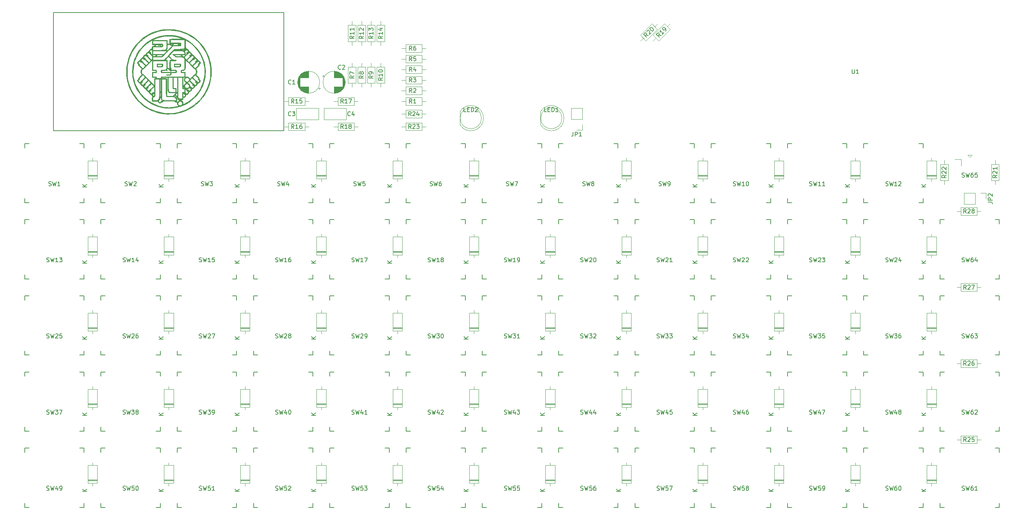
<source format=gto>
G04 #@! TF.GenerationSoftware,KiCad,Pcbnew,(5.1.5)-3*
G04 #@! TF.CreationDate,2020-03-10T10:40:42+09:00*
G04 #@! TF.ProjectId,console64,636f6e73-6f6c-4653-9634-2e6b69636164,rev?*
G04 #@! TF.SameCoordinates,Original*
G04 #@! TF.FileFunction,Legend,Top*
G04 #@! TF.FilePolarity,Positive*
%FSLAX46Y46*%
G04 Gerber Fmt 4.6, Leading zero omitted, Abs format (unit mm)*
G04 Created by KiCad (PCBNEW (5.1.5)-3) date 2020-03-10 10:40:42*
%MOMM*%
%LPD*%
G04 APERTURE LIST*
%ADD10C,0.010000*%
%ADD11C,0.150000*%
%ADD12C,0.127000*%
%ADD13C,0.120000*%
%ADD14C,0.250000*%
G04 APERTURE END LIST*
D10*
G36*
X66443977Y-34976001D02*
G01*
X66766894Y-34990457D01*
X67059237Y-35012423D01*
X67255889Y-35034584D01*
X68020740Y-35164615D01*
X68761219Y-35345101D01*
X69476541Y-35575669D01*
X70165924Y-35855943D01*
X70828586Y-36185549D01*
X71463745Y-36564112D01*
X72070617Y-36991258D01*
X72648420Y-37466613D01*
X72980012Y-37774024D01*
X73509767Y-38325123D01*
X73990987Y-38904913D01*
X74423334Y-39512714D01*
X74806473Y-40147844D01*
X75140069Y-40809623D01*
X75423785Y-41497370D01*
X75657285Y-42210405D01*
X75840234Y-42948045D01*
X75972296Y-43709611D01*
X75995089Y-43885222D01*
X76008168Y-44029742D01*
X76018506Y-44219102D01*
X76026099Y-44442630D01*
X76030945Y-44689651D01*
X76033042Y-44949492D01*
X76032388Y-45211480D01*
X76028980Y-45464941D01*
X76022815Y-45699202D01*
X76013892Y-45903589D01*
X76002209Y-46067429D01*
X75995575Y-46128889D01*
X75877849Y-46876023D01*
X75716831Y-47589705D01*
X75510743Y-48274723D01*
X75257809Y-48935866D01*
X74956249Y-49577925D01*
X74604289Y-50205687D01*
X74315510Y-50656197D01*
X73878981Y-51252927D01*
X73400479Y-51813490D01*
X72882901Y-52335966D01*
X72329142Y-52818433D01*
X71742099Y-53258972D01*
X71124668Y-53655661D01*
X70479744Y-54006580D01*
X69810225Y-54309807D01*
X69119006Y-54563422D01*
X68408983Y-54765503D01*
X67975555Y-54861137D01*
X67700771Y-54912514D01*
X67449736Y-54952765D01*
X67208384Y-54983230D01*
X66962652Y-55005244D01*
X66698474Y-55020147D01*
X66401788Y-55029275D01*
X66169333Y-55032922D01*
X65963042Y-55034762D01*
X65769804Y-55035631D01*
X65598508Y-55035557D01*
X65458044Y-55034567D01*
X65357302Y-55032688D01*
X65308555Y-55030318D01*
X65232819Y-55022986D01*
X65118576Y-55011922D01*
X64983498Y-54998835D01*
X64888510Y-54989631D01*
X64317317Y-54912771D01*
X63727329Y-54792801D01*
X63131123Y-54633532D01*
X62541279Y-54438777D01*
X61970376Y-54212347D01*
X61430993Y-53958053D01*
X61356897Y-53919490D01*
X60849754Y-53636443D01*
X60382084Y-53340901D01*
X59941270Y-53023519D01*
X59514696Y-52674951D01*
X59089746Y-52285851D01*
X58900793Y-52100162D01*
X58635380Y-51828238D01*
X58403968Y-51576822D01*
X58195488Y-51332443D01*
X57998875Y-51081626D01*
X57803059Y-50810898D01*
X57617738Y-50538143D01*
X57228271Y-49900657D01*
X56889618Y-49238687D01*
X56601903Y-48552587D01*
X56365255Y-47842709D01*
X56179797Y-47109405D01*
X56045658Y-46353028D01*
X56004826Y-46030111D01*
X55991112Y-45865970D01*
X55980843Y-45657828D01*
X55974019Y-45418022D01*
X55970641Y-45158889D01*
X55970710Y-44892767D01*
X55972817Y-44736458D01*
X56185490Y-44736458D01*
X56191062Y-45435931D01*
X56246554Y-46134973D01*
X56352301Y-46830809D01*
X56508639Y-47520666D01*
X56715903Y-48201770D01*
X56974429Y-48871345D01*
X57284551Y-49526617D01*
X57646607Y-50164813D01*
X57799375Y-50404555D01*
X58228329Y-51006324D01*
X58698810Y-51571279D01*
X59208209Y-52097555D01*
X59753916Y-52583285D01*
X60333318Y-53026606D01*
X60943808Y-53425651D01*
X61582773Y-53778555D01*
X62247604Y-54083452D01*
X62935691Y-54338478D01*
X63558777Y-54520270D01*
X63934368Y-54609437D01*
X64299042Y-54680773D01*
X64671657Y-54737324D01*
X65071069Y-54782134D01*
X65308555Y-54802843D01*
X65435145Y-54809636D01*
X65605180Y-54814047D01*
X65805719Y-54816174D01*
X66023817Y-54816117D01*
X66246532Y-54813976D01*
X66460919Y-54809850D01*
X66654035Y-54803838D01*
X66812938Y-54796039D01*
X66884143Y-54790752D01*
X67603524Y-54699005D01*
X68315619Y-54553390D01*
X69015768Y-54355673D01*
X69699315Y-54107619D01*
X70361603Y-53810992D01*
X70997973Y-53467557D01*
X71603769Y-53079080D01*
X71829447Y-52916705D01*
X72416040Y-52446630D01*
X72960787Y-51939714D01*
X73462428Y-51398102D01*
X73919702Y-50823938D01*
X74331350Y-50219366D01*
X74696111Y-49586531D01*
X75012725Y-48927578D01*
X75279932Y-48244650D01*
X75496470Y-47539893D01*
X75661081Y-46815451D01*
X75752143Y-46241777D01*
X75775181Y-46020442D01*
X75793443Y-45757454D01*
X75806620Y-45467426D01*
X75814401Y-45164972D01*
X75816475Y-44864708D01*
X75812534Y-44581245D01*
X75802266Y-44329200D01*
X75794993Y-44223592D01*
X75707631Y-43485145D01*
X75566820Y-42761870D01*
X75374061Y-42056182D01*
X75130849Y-41370497D01*
X74838683Y-40707228D01*
X74499060Y-40068792D01*
X74113479Y-39457603D01*
X73683438Y-38876076D01*
X73210433Y-38326626D01*
X72695963Y-37811669D01*
X72141525Y-37333618D01*
X71548618Y-36894890D01*
X71052391Y-36576716D01*
X70409578Y-36223447D01*
X69744718Y-35921011D01*
X69061148Y-35669828D01*
X68362205Y-35470317D01*
X67651227Y-35322897D01*
X66931552Y-35227987D01*
X66206517Y-35186007D01*
X65479459Y-35197375D01*
X64753716Y-35262511D01*
X64032626Y-35381835D01*
X63319525Y-35555765D01*
X63200540Y-35590433D01*
X62492829Y-35830543D01*
X61811149Y-36120687D01*
X61156280Y-36460421D01*
X60529002Y-36849299D01*
X59930093Y-37286876D01*
X59360334Y-37772705D01*
X59322930Y-37807239D01*
X58801531Y-38328354D01*
X58326361Y-38879553D01*
X57897755Y-39458065D01*
X57516049Y-40061113D01*
X57181579Y-40685925D01*
X56894680Y-41329725D01*
X56655686Y-41989740D01*
X56464935Y-42663195D01*
X56322762Y-43347315D01*
X56229502Y-44039328D01*
X56185490Y-44736458D01*
X55972817Y-44736458D01*
X55974226Y-44631994D01*
X55981190Y-44388907D01*
X55991603Y-44175843D01*
X56004717Y-44012222D01*
X56111146Y-43253654D01*
X56269985Y-42514535D01*
X56480502Y-41796413D01*
X56741963Y-41100835D01*
X57053635Y-40429348D01*
X57414785Y-39783499D01*
X57824681Y-39164836D01*
X58282588Y-38574905D01*
X58787774Y-38015255D01*
X58900341Y-37901182D01*
X59458131Y-37383387D01*
X60045045Y-36913806D01*
X60660063Y-36492931D01*
X61302163Y-36121254D01*
X61970324Y-35799268D01*
X62663526Y-35527467D01*
X63380748Y-35306343D01*
X64120968Y-35136388D01*
X64871111Y-35019541D01*
X65132468Y-34995091D01*
X65434729Y-34978601D01*
X65763598Y-34969983D01*
X66104779Y-34969147D01*
X66443977Y-34976001D01*
G37*
X66443977Y-34976001D02*
X66766894Y-34990457D01*
X67059237Y-35012423D01*
X67255889Y-35034584D01*
X68020740Y-35164615D01*
X68761219Y-35345101D01*
X69476541Y-35575669D01*
X70165924Y-35855943D01*
X70828586Y-36185549D01*
X71463745Y-36564112D01*
X72070617Y-36991258D01*
X72648420Y-37466613D01*
X72980012Y-37774024D01*
X73509767Y-38325123D01*
X73990987Y-38904913D01*
X74423334Y-39512714D01*
X74806473Y-40147844D01*
X75140069Y-40809623D01*
X75423785Y-41497370D01*
X75657285Y-42210405D01*
X75840234Y-42948045D01*
X75972296Y-43709611D01*
X75995089Y-43885222D01*
X76008168Y-44029742D01*
X76018506Y-44219102D01*
X76026099Y-44442630D01*
X76030945Y-44689651D01*
X76033042Y-44949492D01*
X76032388Y-45211480D01*
X76028980Y-45464941D01*
X76022815Y-45699202D01*
X76013892Y-45903589D01*
X76002209Y-46067429D01*
X75995575Y-46128889D01*
X75877849Y-46876023D01*
X75716831Y-47589705D01*
X75510743Y-48274723D01*
X75257809Y-48935866D01*
X74956249Y-49577925D01*
X74604289Y-50205687D01*
X74315510Y-50656197D01*
X73878981Y-51252927D01*
X73400479Y-51813490D01*
X72882901Y-52335966D01*
X72329142Y-52818433D01*
X71742099Y-53258972D01*
X71124668Y-53655661D01*
X70479744Y-54006580D01*
X69810225Y-54309807D01*
X69119006Y-54563422D01*
X68408983Y-54765503D01*
X67975555Y-54861137D01*
X67700771Y-54912514D01*
X67449736Y-54952765D01*
X67208384Y-54983230D01*
X66962652Y-55005244D01*
X66698474Y-55020147D01*
X66401788Y-55029275D01*
X66169333Y-55032922D01*
X65963042Y-55034762D01*
X65769804Y-55035631D01*
X65598508Y-55035557D01*
X65458044Y-55034567D01*
X65357302Y-55032688D01*
X65308555Y-55030318D01*
X65232819Y-55022986D01*
X65118576Y-55011922D01*
X64983498Y-54998835D01*
X64888510Y-54989631D01*
X64317317Y-54912771D01*
X63727329Y-54792801D01*
X63131123Y-54633532D01*
X62541279Y-54438777D01*
X61970376Y-54212347D01*
X61430993Y-53958053D01*
X61356897Y-53919490D01*
X60849754Y-53636443D01*
X60382084Y-53340901D01*
X59941270Y-53023519D01*
X59514696Y-52674951D01*
X59089746Y-52285851D01*
X58900793Y-52100162D01*
X58635380Y-51828238D01*
X58403968Y-51576822D01*
X58195488Y-51332443D01*
X57998875Y-51081626D01*
X57803059Y-50810898D01*
X57617738Y-50538143D01*
X57228271Y-49900657D01*
X56889618Y-49238687D01*
X56601903Y-48552587D01*
X56365255Y-47842709D01*
X56179797Y-47109405D01*
X56045658Y-46353028D01*
X56004826Y-46030111D01*
X55991112Y-45865970D01*
X55980843Y-45657828D01*
X55974019Y-45418022D01*
X55970641Y-45158889D01*
X55970710Y-44892767D01*
X55972817Y-44736458D01*
X56185490Y-44736458D01*
X56191062Y-45435931D01*
X56246554Y-46134973D01*
X56352301Y-46830809D01*
X56508639Y-47520666D01*
X56715903Y-48201770D01*
X56974429Y-48871345D01*
X57284551Y-49526617D01*
X57646607Y-50164813D01*
X57799375Y-50404555D01*
X58228329Y-51006324D01*
X58698810Y-51571279D01*
X59208209Y-52097555D01*
X59753916Y-52583285D01*
X60333318Y-53026606D01*
X60943808Y-53425651D01*
X61582773Y-53778555D01*
X62247604Y-54083452D01*
X62935691Y-54338478D01*
X63558777Y-54520270D01*
X63934368Y-54609437D01*
X64299042Y-54680773D01*
X64671657Y-54737324D01*
X65071069Y-54782134D01*
X65308555Y-54802843D01*
X65435145Y-54809636D01*
X65605180Y-54814047D01*
X65805719Y-54816174D01*
X66023817Y-54816117D01*
X66246532Y-54813976D01*
X66460919Y-54809850D01*
X66654035Y-54803838D01*
X66812938Y-54796039D01*
X66884143Y-54790752D01*
X67603524Y-54699005D01*
X68315619Y-54553390D01*
X69015768Y-54355673D01*
X69699315Y-54107619D01*
X70361603Y-53810992D01*
X70997973Y-53467557D01*
X71603769Y-53079080D01*
X71829447Y-52916705D01*
X72416040Y-52446630D01*
X72960787Y-51939714D01*
X73462428Y-51398102D01*
X73919702Y-50823938D01*
X74331350Y-50219366D01*
X74696111Y-49586531D01*
X75012725Y-48927578D01*
X75279932Y-48244650D01*
X75496470Y-47539893D01*
X75661081Y-46815451D01*
X75752143Y-46241777D01*
X75775181Y-46020442D01*
X75793443Y-45757454D01*
X75806620Y-45467426D01*
X75814401Y-45164972D01*
X75816475Y-44864708D01*
X75812534Y-44581245D01*
X75802266Y-44329200D01*
X75794993Y-44223592D01*
X75707631Y-43485145D01*
X75566820Y-42761870D01*
X75374061Y-42056182D01*
X75130849Y-41370497D01*
X74838683Y-40707228D01*
X74499060Y-40068792D01*
X74113479Y-39457603D01*
X73683438Y-38876076D01*
X73210433Y-38326626D01*
X72695963Y-37811669D01*
X72141525Y-37333618D01*
X71548618Y-36894890D01*
X71052391Y-36576716D01*
X70409578Y-36223447D01*
X69744718Y-35921011D01*
X69061148Y-35669828D01*
X68362205Y-35470317D01*
X67651227Y-35322897D01*
X66931552Y-35227987D01*
X66206517Y-35186007D01*
X65479459Y-35197375D01*
X64753716Y-35262511D01*
X64032626Y-35381835D01*
X63319525Y-35555765D01*
X63200540Y-35590433D01*
X62492829Y-35830543D01*
X61811149Y-36120687D01*
X61156280Y-36460421D01*
X60529002Y-36849299D01*
X59930093Y-37286876D01*
X59360334Y-37772705D01*
X59322930Y-37807239D01*
X58801531Y-38328354D01*
X58326361Y-38879553D01*
X57897755Y-39458065D01*
X57516049Y-40061113D01*
X57181579Y-40685925D01*
X56894680Y-41329725D01*
X56655686Y-41989740D01*
X56464935Y-42663195D01*
X56322762Y-43347315D01*
X56229502Y-44039328D01*
X56185490Y-44736458D01*
X55972817Y-44736458D01*
X55974226Y-44631994D01*
X55981190Y-44388907D01*
X55991603Y-44175843D01*
X56004717Y-44012222D01*
X56111146Y-43253654D01*
X56269985Y-42514535D01*
X56480502Y-41796413D01*
X56741963Y-41100835D01*
X57053635Y-40429348D01*
X57414785Y-39783499D01*
X57824681Y-39164836D01*
X58282588Y-38574905D01*
X58787774Y-38015255D01*
X58900341Y-37901182D01*
X59458131Y-37383387D01*
X60045045Y-36913806D01*
X60660063Y-36492931D01*
X61302163Y-36121254D01*
X61970324Y-35799268D01*
X62663526Y-35527467D01*
X63380748Y-35306343D01*
X64120968Y-35136388D01*
X64871111Y-35019541D01*
X65132468Y-34995091D01*
X65434729Y-34978601D01*
X65763598Y-34969983D01*
X66104779Y-34969147D01*
X66443977Y-34976001D01*
G36*
X66391873Y-36369961D02*
G01*
X66640948Y-36379894D01*
X66780920Y-36390383D01*
X67478185Y-36483547D01*
X68158613Y-36629961D01*
X68819905Y-36828336D01*
X69459765Y-37077382D01*
X70075894Y-37375808D01*
X70665995Y-37722326D01*
X71227770Y-38115645D01*
X71758921Y-38554477D01*
X72257150Y-39037531D01*
X72720159Y-39563517D01*
X72942666Y-39848786D01*
X73332613Y-40415969D01*
X73672534Y-41006469D01*
X73962264Y-41617152D01*
X74201643Y-42244887D01*
X74390509Y-42886542D01*
X74528698Y-43538985D01*
X74616049Y-44199084D01*
X74652399Y-44863709D01*
X74637587Y-45529725D01*
X74571450Y-46194003D01*
X74453826Y-46853410D01*
X74284553Y-47504814D01*
X74063468Y-48145084D01*
X73790409Y-48771087D01*
X73465215Y-49379693D01*
X73438659Y-49424650D01*
X73220503Y-49770894D01*
X72976481Y-50122690D01*
X72726096Y-50452012D01*
X72707813Y-50474765D01*
X72598416Y-50602694D01*
X72455931Y-50757934D01*
X72290015Y-50930928D01*
X72110325Y-51112121D01*
X71926514Y-51291958D01*
X71748239Y-51460883D01*
X71585155Y-51609340D01*
X71446919Y-51727774D01*
X71418666Y-51750547D01*
X70844411Y-52171308D01*
X70247187Y-52540817D01*
X69628097Y-52858608D01*
X68988246Y-53124217D01*
X68328736Y-53337178D01*
X67650671Y-53497028D01*
X67046073Y-53592586D01*
X66833312Y-53613901D01*
X66585820Y-53630772D01*
X66318946Y-53642802D01*
X66048040Y-53649592D01*
X65788450Y-53650745D01*
X65555526Y-53645863D01*
X65379111Y-53635793D01*
X64666997Y-53549771D01*
X63975690Y-53411715D01*
X63306060Y-53221953D01*
X62658979Y-52980808D01*
X62035317Y-52688607D01*
X61435946Y-52345676D01*
X60861737Y-51952339D01*
X60848786Y-51942666D01*
X60298022Y-51496300D01*
X59790753Y-51014343D01*
X59327814Y-50497933D01*
X58910038Y-49948211D01*
X58538257Y-49366316D01*
X58213305Y-48753388D01*
X57936016Y-48110567D01*
X57825718Y-47808111D01*
X57695843Y-47393607D01*
X57580558Y-46951602D01*
X57486887Y-46510532D01*
X57445807Y-46270110D01*
X57415920Y-46028436D01*
X57392937Y-45745403D01*
X57377146Y-45435705D01*
X57368831Y-45114038D01*
X57368635Y-45000000D01*
X57589777Y-45000000D01*
X57617011Y-45695222D01*
X57698504Y-46375195D01*
X57833943Y-47039086D01*
X58023014Y-47686065D01*
X58265406Y-48315300D01*
X58560804Y-48925959D01*
X58908896Y-49517211D01*
X59309369Y-50088224D01*
X59674548Y-50538365D01*
X60128905Y-51022384D01*
X60620523Y-51466900D01*
X61145628Y-51870346D01*
X61700444Y-52231155D01*
X62281195Y-52547763D01*
X62884108Y-52818602D01*
X63505406Y-53042106D01*
X64141314Y-53216709D01*
X64788058Y-53340846D01*
X65441863Y-53412949D01*
X66098952Y-53431454D01*
X66594080Y-53409027D01*
X66966409Y-53372035D01*
X67342321Y-53319595D01*
X67700362Y-53255034D01*
X67954060Y-53198245D01*
X68072948Y-53169110D01*
X68169922Y-53145874D01*
X68232920Y-53131396D01*
X68250486Y-53128000D01*
X68239734Y-53109019D01*
X68199503Y-53059268D01*
X68138721Y-52989763D01*
X68023630Y-52829583D01*
X67961427Y-52660689D01*
X67947864Y-52524461D01*
X68173111Y-52524461D01*
X68198113Y-52677821D01*
X68266876Y-52807121D01*
X68370037Y-52907371D01*
X68498231Y-52973579D01*
X68642095Y-53000755D01*
X68792264Y-52983909D01*
X68926633Y-52926037D01*
X69038197Y-52828659D01*
X69110621Y-52703875D01*
X69144370Y-52563318D01*
X69139908Y-52418622D01*
X69097703Y-52281422D01*
X69018220Y-52163352D01*
X68901924Y-52076045D01*
X68892424Y-52071390D01*
X68773095Y-52035427D01*
X68636353Y-52024815D01*
X68507266Y-52039887D01*
X68435916Y-52065355D01*
X68303447Y-52162689D01*
X68216852Y-52292827D01*
X68176361Y-52455365D01*
X68173111Y-52524461D01*
X67947864Y-52524461D01*
X67947333Y-52519137D01*
X67937870Y-52440223D01*
X67902160Y-52371366D01*
X67842828Y-52303690D01*
X67770925Y-52237809D01*
X67708481Y-52205967D01*
X67631434Y-52196791D01*
X67616419Y-52196666D01*
X67536864Y-52190116D01*
X67471375Y-52163682D01*
X67397929Y-52107190D01*
X67372046Y-52083777D01*
X67249576Y-51970889D01*
X64750423Y-51970889D01*
X64625736Y-52085821D01*
X64548310Y-52151952D01*
X64488572Y-52185068D01*
X64426566Y-52194214D01*
X64389857Y-52192725D01*
X64319838Y-52193370D01*
X64262880Y-52213528D01*
X64198970Y-52262508D01*
X64158610Y-52300274D01*
X64052141Y-52396858D01*
X63965145Y-52455495D01*
X63887083Y-52475274D01*
X63807419Y-52455286D01*
X63715616Y-52394617D01*
X63601135Y-52292357D01*
X63555329Y-52248105D01*
X63462308Y-52154505D01*
X63386507Y-52072897D01*
X63336023Y-52012365D01*
X63318889Y-51982756D01*
X63305896Y-51965103D01*
X63259988Y-51968330D01*
X63187403Y-51987762D01*
X63098329Y-52005672D01*
X62966182Y-52018047D01*
X62786496Y-52025170D01*
X62567507Y-52027333D01*
X62389911Y-52026927D01*
X62260474Y-52025128D01*
X62170912Y-52021062D01*
X62112944Y-52013855D01*
X62078286Y-52002634D01*
X62058655Y-51986525D01*
X62049881Y-51972744D01*
X62037133Y-51920045D01*
X62035215Y-51900223D01*
X63544666Y-51900223D01*
X63563289Y-51931449D01*
X63612772Y-51990793D01*
X63683538Y-52066991D01*
X63706170Y-52090125D01*
X63867673Y-52253331D01*
X64074748Y-52048610D01*
X64281822Y-51843889D01*
X64337161Y-51911235D01*
X64378365Y-51955830D01*
X64408654Y-51959272D01*
X64417797Y-51952074D01*
X67589851Y-51952074D01*
X67593726Y-51968852D01*
X67608666Y-51970889D01*
X67631896Y-51960562D01*
X67627481Y-51952074D01*
X67593988Y-51948696D01*
X67589851Y-51952074D01*
X64417797Y-51952074D01*
X64448471Y-51927928D01*
X64484108Y-51891456D01*
X64480559Y-51866412D01*
X64433535Y-51833290D01*
X64426721Y-51829058D01*
X64293049Y-51717211D01*
X64201318Y-51572106D01*
X64150101Y-51390707D01*
X64137333Y-51213575D01*
X64137333Y-51027803D01*
X64008162Y-51153624D01*
X63914738Y-51248687D01*
X63860437Y-51317065D01*
X63840843Y-51367993D01*
X63851541Y-51410712D01*
X63872264Y-51438028D01*
X63893514Y-51465477D01*
X63897502Y-51492269D01*
X63878752Y-51528080D01*
X63831786Y-51582584D01*
X63751130Y-51665455D01*
X63733403Y-51683333D01*
X63651693Y-51768322D01*
X63587802Y-51839816D01*
X63550573Y-51887653D01*
X63544666Y-51900223D01*
X62035215Y-51900223D01*
X62027811Y-51823729D01*
X62021807Y-51695201D01*
X62019018Y-51545871D01*
X62019336Y-51387146D01*
X62022655Y-51230433D01*
X62028870Y-51087141D01*
X62034631Y-51011333D01*
X62246444Y-51011333D01*
X62246444Y-51801555D01*
X62652118Y-51801555D01*
X62847741Y-51799131D01*
X62995798Y-51791382D01*
X63104980Y-51777594D01*
X63181285Y-51758012D01*
X63309944Y-51690184D01*
X63440420Y-51582198D01*
X63557233Y-51447626D01*
X63590350Y-51399376D01*
X63617665Y-51355961D01*
X63641492Y-51313868D01*
X63662068Y-51269114D01*
X63679633Y-51217713D01*
X63694424Y-51155682D01*
X63706679Y-51079038D01*
X63716638Y-50983795D01*
X63719726Y-50937739D01*
X63939777Y-50937739D01*
X64038555Y-50842000D01*
X64137333Y-50746260D01*
X64137333Y-50062850D01*
X63939777Y-49871372D01*
X63939777Y-50937739D01*
X63719726Y-50937739D01*
X63724538Y-50865971D01*
X63730617Y-50721580D01*
X63735115Y-50546640D01*
X63738269Y-50337166D01*
X63740317Y-50089174D01*
X63741498Y-49798680D01*
X63742051Y-49461700D01*
X63742213Y-49074250D01*
X63742222Y-48860515D01*
X63742222Y-46749777D01*
X63939777Y-46749777D01*
X63939777Y-49583424D01*
X64029980Y-49676489D01*
X64085264Y-49731785D01*
X64121856Y-49765125D01*
X64128758Y-49769555D01*
X64130382Y-49742194D01*
X64131906Y-49663554D01*
X64133300Y-49538801D01*
X64134535Y-49373101D01*
X64135581Y-49171620D01*
X64136409Y-48939523D01*
X64136989Y-48681975D01*
X64137294Y-48404144D01*
X64137333Y-48259666D01*
X64137333Y-46749777D01*
X64334889Y-46749777D01*
X64334889Y-49079235D01*
X64334926Y-49496349D01*
X64335094Y-49860773D01*
X64335479Y-50176265D01*
X64336164Y-50446578D01*
X64337234Y-50675469D01*
X64338775Y-50866694D01*
X64340871Y-51024006D01*
X64343607Y-51151164D01*
X64347068Y-51251921D01*
X64351339Y-51330033D01*
X64356503Y-51389256D01*
X64362647Y-51433345D01*
X64369855Y-51466056D01*
X64378212Y-51491144D01*
X64387802Y-51512365D01*
X64389925Y-51516574D01*
X64447898Y-51599057D01*
X64534330Y-51664016D01*
X64662705Y-51721375D01*
X64673555Y-51725342D01*
X64709137Y-51728296D01*
X64795796Y-51731144D01*
X64928166Y-51733826D01*
X65100878Y-51736282D01*
X65308566Y-51738450D01*
X65545864Y-51740271D01*
X65807402Y-51741682D01*
X66087816Y-51742623D01*
X66222358Y-51742883D01*
X67728827Y-51745111D01*
X67709480Y-51599263D01*
X67660226Y-51393181D01*
X67571508Y-51226610D01*
X67441700Y-51097178D01*
X67313486Y-51021687D01*
X67270116Y-51002320D01*
X67228084Y-50987146D01*
X67180124Y-50975650D01*
X67118973Y-50967320D01*
X67037368Y-50961641D01*
X66928043Y-50958099D01*
X66783736Y-50956181D01*
X66597182Y-50955373D01*
X66373038Y-50955164D01*
X66113760Y-50954397D01*
X65904911Y-50951753D01*
X65740485Y-50946427D01*
X65614476Y-50937610D01*
X65520877Y-50924494D01*
X65453683Y-50906272D01*
X65406888Y-50882137D01*
X65374486Y-50851280D01*
X65353160Y-50818022D01*
X65346496Y-50781687D01*
X65346221Y-50777736D01*
X67181513Y-50777736D01*
X67273153Y-50796064D01*
X67349931Y-50822150D01*
X67445150Y-50868606D01*
X67498675Y-50900304D01*
X67667246Y-51039947D01*
X67791997Y-51214649D01*
X67873229Y-51424952D01*
X67908794Y-51637971D01*
X67916134Y-51750532D01*
X67913584Y-51822076D01*
X67899293Y-51867455D01*
X67876545Y-51896534D01*
X67850481Y-51927790D01*
X67849791Y-51957157D01*
X67879688Y-51999078D01*
X67934340Y-52056700D01*
X68042023Y-52166978D01*
X68142845Y-52058670D01*
X68222358Y-51984014D01*
X68306705Y-51920603D01*
X68339039Y-51901568D01*
X68434412Y-51852774D01*
X68383649Y-51801555D01*
X68873044Y-51801555D01*
X68877443Y-51812554D01*
X68922672Y-51841170D01*
X68986803Y-51875028D01*
X69150041Y-51984680D01*
X69268104Y-52127906D01*
X69340344Y-52303590D01*
X69366114Y-52510615D01*
X69366151Y-52528056D01*
X69364912Y-52732445D01*
X69813259Y-52503708D01*
X69994918Y-52407483D01*
X70192440Y-52296952D01*
X70386316Y-52183395D01*
X70557033Y-52078092D01*
X70617647Y-52038699D01*
X71179756Y-51632424D01*
X71704543Y-51185204D01*
X72189917Y-50699617D01*
X72633787Y-50178244D01*
X73034059Y-49623662D01*
X73388643Y-49038453D01*
X73695447Y-48425195D01*
X73854974Y-48046760D01*
X74061062Y-47462990D01*
X74218730Y-46879852D01*
X74329772Y-46287666D01*
X74395980Y-45676752D01*
X74419145Y-45037431D01*
X74419206Y-45000000D01*
X74397216Y-44350797D01*
X74330201Y-43727910D01*
X74216282Y-43123323D01*
X74053583Y-42529023D01*
X73840225Y-41936997D01*
X73574331Y-41339230D01*
X73549679Y-41288777D01*
X73221387Y-40684577D01*
X72847320Y-40112952D01*
X72428712Y-39575234D01*
X71966798Y-39072755D01*
X71462811Y-38606847D01*
X70917987Y-38178844D01*
X70333559Y-37790076D01*
X70275786Y-37755090D01*
X69937000Y-37551626D01*
X69922020Y-39196338D01*
X69998654Y-39276327D01*
X70062194Y-39364445D01*
X70079427Y-39453409D01*
X70049109Y-39550299D01*
X69969999Y-39662197D01*
X69921477Y-39715841D01*
X69767666Y-39877666D01*
X69923776Y-39729500D01*
X70011028Y-39650838D01*
X70075915Y-39605659D01*
X70133718Y-39585386D01*
X70187839Y-39581333D01*
X70241967Y-39585570D01*
X70291848Y-39603142D01*
X70348912Y-39641342D01*
X70424588Y-39707463D01*
X70503548Y-39782782D01*
X70635403Y-39921649D01*
X70719334Y-40037123D01*
X70757141Y-40132518D01*
X70750625Y-40211150D01*
X70743983Y-40225492D01*
X70730842Y-40258050D01*
X70745723Y-40271326D01*
X70799889Y-40269880D01*
X70842440Y-40265378D01*
X70969934Y-40251007D01*
X71212308Y-40493381D01*
X71314174Y-40596179D01*
X71382029Y-40669070D01*
X71422144Y-40721683D01*
X71440793Y-40763647D01*
X71444247Y-40804592D01*
X71440251Y-40843337D01*
X71425821Y-40950920D01*
X71537211Y-40940297D01*
X71586153Y-40937794D01*
X71628034Y-40945179D01*
X71672630Y-40968850D01*
X71729718Y-41015206D01*
X71809074Y-41090645D01*
X71890308Y-41171381D01*
X71992012Y-41274022D01*
X72059709Y-41346781D01*
X72099680Y-41399309D01*
X72118205Y-41441257D01*
X72121564Y-41482277D01*
X72117585Y-41520670D01*
X72103155Y-41628253D01*
X72214545Y-41617631D01*
X72263847Y-41615131D01*
X72305963Y-41622651D01*
X72350804Y-41646638D01*
X72408281Y-41693541D01*
X72488307Y-41769809D01*
X72563745Y-41844818D01*
X72678235Y-41963710D01*
X72753614Y-42055671D01*
X72794082Y-42129965D01*
X72803836Y-42195857D01*
X72787078Y-42262611D01*
X72769878Y-42299577D01*
X72751527Y-42340051D01*
X72762924Y-42337353D01*
X72775523Y-42325944D01*
X72827969Y-42301775D01*
X72904968Y-42290736D01*
X72911219Y-42290666D01*
X72958938Y-42295413D01*
X73006186Y-42314190D01*
X73062621Y-42353805D01*
X73137905Y-42421062D01*
X73241696Y-42522769D01*
X73244241Y-42525314D01*
X73345899Y-42628685D01*
X73413322Y-42703306D01*
X73453367Y-42759125D01*
X73472891Y-42806086D01*
X73478752Y-42854137D01*
X73478889Y-42865670D01*
X73472129Y-42930531D01*
X73446001Y-42990556D01*
X73391732Y-43061595D01*
X73337777Y-43120583D01*
X73262533Y-43204162D01*
X73219849Y-43266468D01*
X73200853Y-43324560D01*
X73196666Y-43391873D01*
X73195247Y-43435140D01*
X73187546Y-43473995D01*
X73168400Y-43515339D01*
X73132645Y-43566071D01*
X73075118Y-43633089D01*
X72990655Y-43723293D01*
X72874092Y-43843582D01*
X72807939Y-43911257D01*
X72419212Y-44308555D01*
X72513460Y-44494798D01*
X72594169Y-44713475D01*
X72629224Y-44950546D01*
X72618894Y-45191881D01*
X72563446Y-45423352D01*
X72492881Y-45581142D01*
X72415800Y-45719666D01*
X72806233Y-46116964D01*
X72939823Y-46253342D01*
X73038850Y-46356502D01*
X73108484Y-46433322D01*
X73153891Y-46490678D01*
X73180242Y-46535444D01*
X73192705Y-46574496D01*
X73196449Y-46614711D01*
X73196666Y-46636349D01*
X73201312Y-46706360D01*
X73221162Y-46764279D01*
X73265091Y-46827162D01*
X73337777Y-46907639D01*
X73420117Y-47000983D01*
X73468315Y-47078562D01*
X73480804Y-47150382D01*
X73456021Y-47226446D01*
X73392400Y-47316758D01*
X73288375Y-47431324D01*
X73249567Y-47471394D01*
X73136380Y-47583825D01*
X73049895Y-47658698D01*
X72980229Y-47701433D01*
X72917493Y-47717451D01*
X72851802Y-47712172D01*
X72822794Y-47705392D01*
X72770039Y-47694959D01*
X72760700Y-47709845D01*
X72775805Y-47742175D01*
X72794712Y-47806756D01*
X72781433Y-47878820D01*
X72732358Y-47965284D01*
X72643873Y-48073069D01*
X72553552Y-48167944D01*
X72455538Y-48265315D01*
X72385286Y-48328675D01*
X72331979Y-48365218D01*
X72284801Y-48382135D01*
X72232937Y-48386621D01*
X72224631Y-48386666D01*
X72155850Y-48380544D01*
X72095589Y-48356085D01*
X72026495Y-48304156D01*
X71969969Y-48252611D01*
X71827889Y-48118555D01*
X71967549Y-48266326D01*
X72043486Y-48351513D01*
X72085676Y-48415110D01*
X72102706Y-48472858D01*
X72104292Y-48516998D01*
X72097962Y-48568376D01*
X72077354Y-48618392D01*
X72035323Y-48677443D01*
X71964722Y-48755928D01*
X71881693Y-48840877D01*
X71753117Y-48962673D01*
X71650289Y-49041481D01*
X71566822Y-49080718D01*
X71496326Y-49083799D01*
X71455599Y-49068660D01*
X71424869Y-49057480D01*
X71411924Y-49075520D01*
X71412160Y-49134061D01*
X71414716Y-49168867D01*
X71417714Y-49225950D01*
X71411692Y-49271457D01*
X71390024Y-49316396D01*
X71346088Y-49371777D01*
X71273258Y-49448608D01*
X71204777Y-49517791D01*
X71076155Y-49639662D01*
X70973312Y-49718576D01*
X70889853Y-49757954D01*
X70819386Y-49761217D01*
X70778266Y-49745993D01*
X70747256Y-49734759D01*
X70734396Y-49753224D01*
X70734880Y-49812700D01*
X70737115Y-49842840D01*
X70739107Y-49909977D01*
X70727501Y-49963993D01*
X70694838Y-50021122D01*
X70633658Y-50097596D01*
X70604392Y-50131630D01*
X70460781Y-50282896D01*
X70335509Y-50383213D01*
X70226222Y-50434145D01*
X70141306Y-50439340D01*
X70048939Y-50424351D01*
X70059632Y-50536476D01*
X70062212Y-50585720D01*
X70054973Y-50627690D01*
X70031516Y-50672199D01*
X69985438Y-50729061D01*
X69910339Y-50808088D01*
X69829202Y-50889724D01*
X69726009Y-50991716D01*
X69652528Y-51059505D01*
X69599244Y-51099478D01*
X69556642Y-51118019D01*
X69515206Y-51121512D01*
X69487373Y-51119091D01*
X69386666Y-51107334D01*
X69386666Y-51301078D01*
X69381791Y-51437834D01*
X69364064Y-51527560D01*
X69328833Y-51579069D01*
X69271449Y-51601176D01*
X69226816Y-51604000D01*
X69142891Y-51617546D01*
X69061192Y-51664777D01*
X69016061Y-51702777D01*
X68947777Y-51759017D01*
X68892746Y-51794793D01*
X68873044Y-51801555D01*
X68383649Y-51801555D01*
X68335723Y-51753200D01*
X68657438Y-51753200D01*
X68664305Y-51768972D01*
X68692721Y-51799270D01*
X68709058Y-51793055D01*
X68709333Y-51789110D01*
X68689287Y-51765239D01*
X68676750Y-51756527D01*
X68657438Y-51753200D01*
X68335723Y-51753200D01*
X68259883Y-51676680D01*
X68176258Y-51589821D01*
X68128828Y-51532457D01*
X68112133Y-51495994D01*
X68120712Y-51471839D01*
X68126366Y-51466550D01*
X68137123Y-51422496D01*
X68106565Y-51345979D01*
X68037054Y-51240289D01*
X67930951Y-51108717D01*
X67790618Y-50954553D01*
X67672848Y-50834528D01*
X67395155Y-50558946D01*
X67181513Y-50777736D01*
X65346221Y-50777736D01*
X65340692Y-50698415D01*
X65335732Y-50567000D01*
X65331596Y-50386237D01*
X65328268Y-50154919D01*
X65325729Y-49871842D01*
X65323962Y-49535799D01*
X65322949Y-49145586D01*
X65322666Y-48755411D01*
X65322666Y-46749777D01*
X64334889Y-46749777D01*
X64137333Y-46749777D01*
X63939777Y-46749777D01*
X63742222Y-46749777D01*
X62757596Y-46749777D01*
X62748907Y-48718277D01*
X62747151Y-49100678D01*
X62745420Y-49430775D01*
X62743591Y-49712708D01*
X62741544Y-49950618D01*
X62739156Y-50148645D01*
X62736306Y-50310929D01*
X62732871Y-50441612D01*
X62728729Y-50544832D01*
X62723759Y-50624731D01*
X62717839Y-50685449D01*
X62710847Y-50731126D01*
X62702661Y-50765903D01*
X62693159Y-50793919D01*
X62687389Y-50807806D01*
X62614380Y-50920662D01*
X62511574Y-50987419D01*
X62373971Y-51011194D01*
X62360734Y-51011333D01*
X62246444Y-51011333D01*
X62034631Y-51011333D01*
X62037873Y-50968676D01*
X62049561Y-50886447D01*
X62060272Y-50855068D01*
X62080673Y-50816717D01*
X62073077Y-50778980D01*
X62032148Y-50724000D01*
X62015314Y-50704592D01*
X61959009Y-50627545D01*
X61939882Y-50557816D01*
X61940488Y-50543942D01*
X62161989Y-50543942D01*
X62294878Y-50678860D01*
X62365080Y-50747148D01*
X62420579Y-50795675D01*
X62449001Y-50813777D01*
X62477767Y-50792012D01*
X62498645Y-50760694D01*
X62512669Y-50710535D01*
X62527074Y-50619245D01*
X62539713Y-50502081D01*
X62545336Y-50429083D01*
X62563617Y-50150555D01*
X62362803Y-50347249D01*
X62161989Y-50543942D01*
X61940488Y-50543942D01*
X61941820Y-50513473D01*
X61945929Y-50453425D01*
X61929710Y-50426278D01*
X61878656Y-50418967D01*
X61836561Y-50418666D01*
X61784261Y-50415992D01*
X61738834Y-50403375D01*
X61690215Y-50373922D01*
X61628340Y-50320743D01*
X61543143Y-50236944D01*
X61485776Y-50178462D01*
X61386256Y-50075439D01*
X61320384Y-50002475D01*
X61281892Y-49949722D01*
X61264513Y-49907329D01*
X61261980Y-49865448D01*
X61263201Y-49854043D01*
X61471923Y-49854043D01*
X61639578Y-50023466D01*
X61719368Y-50100904D01*
X61786023Y-50159755D01*
X61828548Y-50190516D01*
X61835630Y-50192889D01*
X61866804Y-50174150D01*
X61927122Y-50123833D01*
X61974655Y-50080000D01*
X62528666Y-50080000D01*
X62538992Y-50103230D01*
X62547481Y-50098814D01*
X62550859Y-50065321D01*
X62547481Y-50061185D01*
X62530703Y-50065059D01*
X62528666Y-50080000D01*
X61974655Y-50080000D01*
X62006334Y-50050787D01*
X62054522Y-50003854D01*
X62245016Y-49814819D01*
X62310892Y-49876706D01*
X62376768Y-49938594D01*
X62466828Y-49845675D01*
X62556889Y-49752757D01*
X62556889Y-49154378D01*
X62555921Y-48977476D01*
X62553216Y-48821322D01*
X62549068Y-48694121D01*
X62543773Y-48604079D01*
X62537628Y-48559401D01*
X62535330Y-48556000D01*
X62509574Y-48575072D01*
X62450722Y-48628166D01*
X62365296Y-48709097D01*
X62259816Y-48811683D01*
X62140803Y-48929740D01*
X62133751Y-48936803D01*
X61753731Y-49317607D01*
X61816703Y-49380579D01*
X61879675Y-49443552D01*
X61675799Y-49648797D01*
X61471923Y-49854043D01*
X61263201Y-49854043D01*
X61265526Y-49832335D01*
X61279733Y-49726413D01*
X61168343Y-49737035D01*
X61119402Y-49739539D01*
X61077521Y-49732154D01*
X61032925Y-49708482D01*
X60975837Y-49662126D01*
X60896481Y-49586688D01*
X60815247Y-49505952D01*
X60713543Y-49403310D01*
X60645846Y-49330551D01*
X60605875Y-49278024D01*
X60587350Y-49236076D01*
X60583991Y-49195056D01*
X60585892Y-49176710D01*
X60794590Y-49176710D01*
X60962245Y-49346133D01*
X61042242Y-49423605D01*
X61109368Y-49482468D01*
X61152525Y-49513203D01*
X61159820Y-49515555D01*
X61191717Y-49496662D01*
X61252091Y-49446051D01*
X61330440Y-49372827D01*
X61372004Y-49331658D01*
X61471086Y-49237978D01*
X61546027Y-49180367D01*
X61591728Y-49162661D01*
X61595384Y-49163539D01*
X61625655Y-49148993D01*
X61687435Y-49101014D01*
X61773159Y-49026902D01*
X61875259Y-48933954D01*
X61986167Y-48829468D01*
X62098316Y-48720741D01*
X62204139Y-48615073D01*
X62296069Y-48519761D01*
X62366538Y-48442102D01*
X62407980Y-48389395D01*
X62415777Y-48372345D01*
X62396606Y-48341452D01*
X62345447Y-48281830D01*
X62271830Y-48202988D01*
X62185285Y-48114436D01*
X62095342Y-48025683D01*
X62011532Y-47946238D01*
X61943386Y-47885612D01*
X61900432Y-47853312D01*
X61892730Y-47850444D01*
X61865046Y-47869563D01*
X61804313Y-47922863D01*
X61717041Y-48004257D01*
X61609733Y-48107659D01*
X61488899Y-48226984D01*
X61470536Y-48245352D01*
X61076383Y-48640260D01*
X61139363Y-48703239D01*
X61202342Y-48766218D01*
X60794590Y-49176710D01*
X60585892Y-49176710D01*
X60587970Y-49156662D01*
X60602400Y-49049079D01*
X60489907Y-49059807D01*
X60440036Y-49062407D01*
X60397644Y-49055045D01*
X60352713Y-49031273D01*
X60295223Y-48984644D01*
X60215156Y-48908708D01*
X60140707Y-48835057D01*
X60037958Y-48730990D01*
X59969743Y-48655637D01*
X59929236Y-48599300D01*
X59909613Y-48552283D01*
X59904047Y-48504889D01*
X59904005Y-48499377D01*
X60117256Y-48499377D01*
X60284911Y-48668799D01*
X60362995Y-48745949D01*
X60425772Y-48804704D01*
X60463083Y-48835679D01*
X60468318Y-48838222D01*
X60493636Y-48819456D01*
X60549043Y-48768943D01*
X60625234Y-48695360D01*
X60679147Y-48641638D01*
X60786341Y-48539326D01*
X60860404Y-48481914D01*
X60901875Y-48468995D01*
X60905677Y-48471158D01*
X60936552Y-48462637D01*
X61002094Y-48413816D01*
X61102994Y-48324096D01*
X61239941Y-48192874D01*
X61344570Y-48089094D01*
X61752009Y-47680926D01*
X61215787Y-47144704D01*
X60399037Y-47962914D01*
X60462023Y-48025899D01*
X60525008Y-48088885D01*
X60117256Y-48499377D01*
X59904005Y-48499377D01*
X59904000Y-48498767D01*
X59911474Y-48421635D01*
X59929721Y-48367485D01*
X59932222Y-48364089D01*
X59945979Y-48344226D01*
X59926577Y-48358444D01*
X59876979Y-48377526D01*
X59800966Y-48386556D01*
X59791899Y-48386666D01*
X59743814Y-48382319D01*
X59697260Y-48364726D01*
X59642541Y-48327063D01*
X59569959Y-48262503D01*
X59469818Y-48164221D01*
X59455609Y-48149959D01*
X59355311Y-48048019D01*
X59288894Y-47975612D01*
X59249892Y-47922802D01*
X59231835Y-47879650D01*
X59228258Y-47836221D01*
X59229264Y-47822043D01*
X59439923Y-47822043D01*
X59607578Y-47991466D01*
X59685661Y-48068615D01*
X59748438Y-48127370D01*
X59785749Y-48158345D01*
X59790984Y-48160889D01*
X59816303Y-48142123D01*
X59871710Y-48091610D01*
X59947901Y-48018027D01*
X60001813Y-47964305D01*
X60109007Y-47861993D01*
X60183071Y-47804580D01*
X60224541Y-47791662D01*
X60228344Y-47793824D01*
X60259221Y-47785305D01*
X60324766Y-47736485D01*
X60425667Y-47646762D01*
X60562615Y-47515537D01*
X60667048Y-47411949D01*
X61074299Y-47003970D01*
X60807099Y-46735655D01*
X60539899Y-46467339D01*
X60125250Y-46881298D01*
X59710600Y-47295256D01*
X59781500Y-47351026D01*
X59852399Y-47406796D01*
X59646161Y-47614419D01*
X59439923Y-47822043D01*
X59229264Y-47822043D01*
X59230535Y-47804156D01*
X59240939Y-47695061D01*
X59131843Y-47705464D01*
X59083118Y-47707699D01*
X59040947Y-47699540D01*
X58995393Y-47674519D01*
X58936519Y-47626170D01*
X58854389Y-47548024D01*
X58786041Y-47480390D01*
X58684494Y-47377963D01*
X58616952Y-47304333D01*
X58576557Y-47249361D01*
X58556452Y-47202906D01*
X58549780Y-47154826D01*
X58549339Y-47130667D01*
X58775111Y-47130667D01*
X58793558Y-47160527D01*
X58841231Y-47217170D01*
X58906627Y-47288604D01*
X58978243Y-47362839D01*
X59044576Y-47427886D01*
X59094123Y-47471754D01*
X59113651Y-47483555D01*
X59138969Y-47464789D01*
X59194377Y-47414277D01*
X59270568Y-47340694D01*
X59324480Y-47286971D01*
X59431674Y-47184660D01*
X59505737Y-47127247D01*
X59547208Y-47114328D01*
X59551011Y-47116491D01*
X59581885Y-47107970D01*
X59647428Y-47059150D01*
X59748327Y-46969429D01*
X59885274Y-46838208D01*
X59989903Y-46734427D01*
X60397342Y-46326260D01*
X60122541Y-46051458D01*
X59847739Y-45776657D01*
X59439130Y-46184537D01*
X59030520Y-46592418D01*
X59091850Y-46657700D01*
X59153180Y-46722983D01*
X58964145Y-46913477D01*
X58882366Y-46998532D01*
X58818398Y-47070093D01*
X58781078Y-47118009D01*
X58775111Y-47130667D01*
X58549339Y-47130667D01*
X58549333Y-47130340D01*
X58554538Y-47062994D01*
X58576390Y-47006732D01*
X58624244Y-46944717D01*
X58689904Y-46877309D01*
X58763798Y-46801903D01*
X58804121Y-46748946D01*
X58818777Y-46702600D01*
X58815669Y-46647027D01*
X58813128Y-46630366D01*
X58808129Y-46592518D01*
X58809870Y-46558836D01*
X58823239Y-46522682D01*
X58853122Y-46477417D01*
X58904408Y-46416401D01*
X58981984Y-46332995D01*
X59090737Y-46220562D01*
X59188284Y-46120773D01*
X59580787Y-45719666D01*
X59481338Y-45522780D01*
X59437525Y-45433238D01*
X59408925Y-45361443D01*
X59392301Y-45290836D01*
X59384415Y-45204859D01*
X59382030Y-45086953D01*
X59381889Y-45014111D01*
X59607710Y-45014111D01*
X59609280Y-45149682D01*
X59616049Y-45245865D01*
X59631102Y-45319674D01*
X59657526Y-45388126D01*
X59685775Y-45444500D01*
X59733608Y-45528682D01*
X59772497Y-45573308D01*
X59816227Y-45590485D01*
X59854450Y-45592666D01*
X59875564Y-45595534D01*
X59901695Y-45606015D01*
X59935859Y-45626925D01*
X59981071Y-45661081D01*
X60040345Y-45711299D01*
X60116697Y-45780395D01*
X60213140Y-45871186D01*
X60332691Y-45986488D01*
X60478363Y-46129118D01*
X60653171Y-46301891D01*
X60860131Y-46507625D01*
X61102258Y-46749135D01*
X61243919Y-46890650D01*
X62542777Y-48188633D01*
X62550282Y-47392982D01*
X62553321Y-47142397D01*
X62557345Y-46943810D01*
X62562585Y-46792782D01*
X62569270Y-46684870D01*
X62577630Y-46615635D01*
X62587895Y-46580636D01*
X62592615Y-46575209D01*
X62640215Y-46561896D01*
X62720368Y-46553771D01*
X62761500Y-46552654D01*
X62842349Y-46550254D01*
X62881689Y-46537425D01*
X62894447Y-46504690D01*
X62895555Y-46467555D01*
X62895555Y-46382889D01*
X62516571Y-46382889D01*
X62355614Y-46381676D01*
X62241833Y-46377396D01*
X62165998Y-46369080D01*
X62118879Y-46355761D01*
X62093238Y-46338539D01*
X62077575Y-46314978D01*
X62065980Y-46274991D01*
X62057886Y-46210961D01*
X62052724Y-46115275D01*
X62049927Y-45980315D01*
X62048925Y-45798467D01*
X62048889Y-45744017D01*
X62050396Y-45551396D01*
X62054675Y-45386785D01*
X62061363Y-45257702D01*
X62070097Y-45171663D01*
X62078104Y-45139255D01*
X62094098Y-45117487D01*
X62121003Y-45102393D01*
X62168154Y-45092767D01*
X62244884Y-45087408D01*
X62360527Y-45085111D01*
X62501437Y-45084666D01*
X62895555Y-45084666D01*
X62895555Y-44774222D01*
X62501437Y-44774222D01*
X62343957Y-44773620D01*
X62233582Y-44771012D01*
X62160976Y-44765195D01*
X62116807Y-44754965D01*
X62091740Y-44739117D01*
X62078104Y-44719633D01*
X62070100Y-44675673D01*
X62063298Y-44577117D01*
X62057740Y-44425798D01*
X62053471Y-44223553D01*
X62050534Y-43972216D01*
X62048972Y-43673623D01*
X62048714Y-43484911D01*
X62048559Y-42431777D01*
X62246444Y-42431777D01*
X62246444Y-44576666D01*
X62625428Y-44576666D01*
X62797557Y-44577286D01*
X62921247Y-44583167D01*
X63004498Y-44600344D01*
X63055310Y-44634852D01*
X63081685Y-44692727D01*
X63091621Y-44780001D01*
X63093120Y-44902710D01*
X63093111Y-44929444D01*
X63092290Y-45059283D01*
X63084493Y-45152583D01*
X63061721Y-45215380D01*
X63015973Y-45253709D01*
X62939248Y-45273603D01*
X62823547Y-45281098D01*
X62660870Y-45282229D01*
X62625428Y-45282222D01*
X62246444Y-45282222D01*
X62246444Y-46185333D01*
X62625428Y-46185333D01*
X62797761Y-46186722D01*
X62921637Y-46193476D01*
X63005022Y-46209475D01*
X63055884Y-46238601D01*
X63082192Y-46284733D01*
X63091911Y-46351754D01*
X63093111Y-46413127D01*
X63093111Y-46552222D01*
X64137333Y-46552222D01*
X64137333Y-46423366D01*
X64140116Y-46382889D01*
X64334889Y-46382889D01*
X64334889Y-46552222D01*
X64898340Y-46552222D01*
X65090704Y-46552536D01*
X65234282Y-46553948D01*
X65336732Y-46557163D01*
X65405712Y-46562887D01*
X65448879Y-46571825D01*
X65473890Y-46584682D01*
X65488403Y-46602164D01*
X65491007Y-46606811D01*
X65497503Y-46647882D01*
X65503192Y-46745143D01*
X65508068Y-46898348D01*
X65512129Y-47107249D01*
X65515371Y-47371598D01*
X65517791Y-47691148D01*
X65519384Y-48065650D01*
X65520149Y-48494857D01*
X65520222Y-48690552D01*
X65520477Y-49023964D01*
X65521215Y-49340821D01*
X65522395Y-49636610D01*
X65523975Y-49906821D01*
X65525914Y-50146942D01*
X65528170Y-50352463D01*
X65530701Y-50518871D01*
X65533467Y-50641655D01*
X65536426Y-50716305D01*
X65539037Y-50738518D01*
X65571387Y-50743767D01*
X65652198Y-50748453D01*
X65773486Y-50752359D01*
X65927268Y-50755271D01*
X66105560Y-50756975D01*
X66237944Y-50757333D01*
X66918036Y-50757333D01*
X67256430Y-50418186D01*
X67539046Y-50418186D01*
X67749539Y-50630093D01*
X67836486Y-50716934D01*
X67907492Y-50786549D01*
X67954017Y-50830648D01*
X67967793Y-50842000D01*
X67970474Y-50815391D01*
X67972754Y-50742016D01*
X67974459Y-50631553D01*
X67975413Y-50493679D01*
X67975555Y-50411838D01*
X67975555Y-49981677D01*
X67539046Y-50418186D01*
X67256430Y-50418186D01*
X67281542Y-50393019D01*
X67645048Y-50028704D01*
X66942468Y-50016847D01*
X66713095Y-50012362D01*
X66532562Y-50007187D01*
X66393265Y-50000766D01*
X66287598Y-49992540D01*
X66207958Y-49981953D01*
X66146740Y-49968447D01*
X66107115Y-49955612D01*
X65975096Y-49882784D01*
X65859051Y-49775488D01*
X65774743Y-49650166D01*
X65748035Y-49581053D01*
X65740622Y-49524586D01*
X65734210Y-49413024D01*
X65728824Y-49247707D01*
X65724488Y-49029975D01*
X65721228Y-48761168D01*
X65719067Y-48442627D01*
X65718029Y-48075692D01*
X65717935Y-47928055D01*
X65717777Y-46382889D01*
X65915333Y-46382889D01*
X65915333Y-47936017D01*
X65915382Y-48288191D01*
X65915815Y-48588337D01*
X65917060Y-48840872D01*
X65919547Y-49050214D01*
X65923703Y-49220778D01*
X65929959Y-49356982D01*
X65938741Y-49463243D01*
X65950480Y-49543977D01*
X65965604Y-49603602D01*
X65984541Y-49646533D01*
X66007720Y-49677189D01*
X66035570Y-49699985D01*
X66068520Y-49719339D01*
X66089499Y-49730393D01*
X66147886Y-49758091D01*
X66209757Y-49779512D01*
X66283229Y-49795497D01*
X66376423Y-49806888D01*
X66497459Y-49814525D01*
X66654456Y-49819252D01*
X66855533Y-49821909D01*
X66980722Y-49822754D01*
X67580444Y-49826000D01*
X67580444Y-49092222D01*
X67313907Y-49092222D01*
X67185987Y-49090872D01*
X67100264Y-49084954D01*
X67042521Y-49071668D01*
X66998537Y-49048214D01*
X66968184Y-49024128D01*
X66889000Y-48956035D01*
X66873232Y-46382889D01*
X67071857Y-46382889D01*
X67086555Y-48880555D01*
X67405171Y-48894666D01*
X67555284Y-48903274D01*
X67657168Y-48914315D01*
X67719027Y-48929132D01*
X67749066Y-48949065D01*
X67750461Y-48951111D01*
X67759597Y-48992764D01*
X67767442Y-49080173D01*
X67773406Y-49202654D01*
X67776901Y-49349524D01*
X67777567Y-49443480D01*
X67778000Y-49893517D01*
X67876777Y-49797777D01*
X67975555Y-49702038D01*
X67975555Y-46382889D01*
X68173111Y-46382889D01*
X68173111Y-48726734D01*
X68173115Y-49152908D01*
X68173248Y-49526290D01*
X68173690Y-49850535D01*
X68174620Y-50129294D01*
X68176218Y-50366223D01*
X68178664Y-50564974D01*
X68182138Y-50729200D01*
X68186820Y-50862555D01*
X68192889Y-50968692D01*
X68200526Y-51051264D01*
X68209909Y-51113925D01*
X68221220Y-51160328D01*
X68234637Y-51194126D01*
X68250342Y-51218973D01*
X68268512Y-51238521D01*
X68289329Y-51256425D01*
X68297982Y-51263567D01*
X68390086Y-51316820D01*
X68520101Y-51352619D01*
X68694117Y-51372199D01*
X68857500Y-51376983D01*
X69160889Y-51378222D01*
X69160889Y-50635977D01*
X69161692Y-50395681D01*
X69358444Y-50395681D01*
X69359114Y-50548708D01*
X69362133Y-50655996D01*
X69369016Y-50728242D01*
X69381278Y-50776145D01*
X69400433Y-50810403D01*
X69420472Y-50833832D01*
X69482500Y-50899857D01*
X69660437Y-50723502D01*
X69838374Y-50547146D01*
X69637833Y-50345259D01*
X69541244Y-50243041D01*
X69483236Y-50170150D01*
X69465931Y-50129387D01*
X69469794Y-50123284D01*
X69483275Y-50091122D01*
X69460821Y-50052262D01*
X69416542Y-50026118D01*
X69397322Y-50023555D01*
X69380978Y-50034332D01*
X69369725Y-50071790D01*
X69362757Y-50143625D01*
X69359270Y-50257530D01*
X69358444Y-50395681D01*
X69161692Y-50395681D01*
X69161714Y-50389311D01*
X69164308Y-50194967D01*
X69168851Y-50048846D01*
X69175522Y-49946847D01*
X69178975Y-49923002D01*
X69866444Y-49923002D01*
X70013647Y-50072057D01*
X70086459Y-50143981D01*
X70143386Y-50196860D01*
X70173566Y-50220667D01*
X70175106Y-50221111D01*
X70200374Y-50202640D01*
X70254977Y-50153535D01*
X70328521Y-50083254D01*
X70352459Y-50059716D01*
X70428351Y-49981157D01*
X70485433Y-49915482D01*
X70513992Y-49874082D01*
X70515555Y-49868401D01*
X70496662Y-49836505D01*
X70446051Y-49776130D01*
X70372827Y-49697781D01*
X70331658Y-49656218D01*
X70252198Y-49572973D01*
X70192860Y-49502131D01*
X70162061Y-49454186D01*
X70159987Y-49442094D01*
X70147128Y-49408403D01*
X70101981Y-49348283D01*
X70033694Y-49273629D01*
X70019329Y-49259247D01*
X69866444Y-49108261D01*
X69866444Y-49923002D01*
X69178975Y-49923002D01*
X69184499Y-49884871D01*
X69194755Y-49859866D01*
X69242200Y-49841487D01*
X69334751Y-49829718D01*
X69448755Y-49826000D01*
X69668889Y-49826000D01*
X69668889Y-49092222D01*
X69546100Y-49092222D01*
X69444557Y-49084657D01*
X69377584Y-49071475D01*
X70114749Y-49071475D01*
X70215516Y-49172241D01*
X70316282Y-49273008D01*
X70388663Y-49205009D01*
X70461044Y-49137011D01*
X70650316Y-49326283D01*
X70735055Y-49408281D01*
X70806509Y-49472376D01*
X70854494Y-49509679D01*
X70867184Y-49515555D01*
X70899367Y-49496982D01*
X70958804Y-49447967D01*
X71033429Y-49378564D01*
X71043834Y-49368353D01*
X71116135Y-49293159D01*
X71169106Y-49230843D01*
X71192543Y-49193535D01*
X71192889Y-49191148D01*
X71174000Y-49159146D01*
X71123442Y-49098768D01*
X71050377Y-49020609D01*
X71011219Y-48981092D01*
X70829549Y-48801036D01*
X70723993Y-48893715D01*
X70574839Y-48999172D01*
X70416885Y-49055624D01*
X70268077Y-49070097D01*
X70114749Y-49071475D01*
X69377584Y-49071475D01*
X69349579Y-49065963D01*
X69333576Y-49060940D01*
X69294165Y-49046356D01*
X69261258Y-49029238D01*
X69234270Y-49004710D01*
X69212613Y-48967898D01*
X69195701Y-48913926D01*
X69182947Y-48837922D01*
X69173764Y-48735010D01*
X69173452Y-48728208D01*
X69363669Y-48728208D01*
X69365349Y-48816691D01*
X69393860Y-48867375D01*
X69459527Y-48889938D01*
X69540828Y-48894234D01*
X69652656Y-48894666D01*
X69512605Y-48752172D01*
X69372555Y-48609677D01*
X69363669Y-48728208D01*
X69173452Y-48728208D01*
X69167566Y-48600316D01*
X69164175Y-48447377D01*
X69506850Y-48447377D01*
X69530385Y-48488905D01*
X69561206Y-48519772D01*
X69574708Y-48501347D01*
X69579447Y-48473567D01*
X69580243Y-48416655D01*
X69572638Y-48395202D01*
X69781777Y-48395202D01*
X69806167Y-48555745D01*
X69874063Y-48688433D01*
X69977554Y-48788700D01*
X70108732Y-48851983D01*
X70259687Y-48873715D01*
X70422508Y-48849331D01*
X70511018Y-48816099D01*
X70608477Y-48745100D01*
X70646516Y-48695273D01*
X70889364Y-48695273D01*
X70893224Y-48697111D01*
X70918979Y-48677243D01*
X70924777Y-48668889D01*
X70931969Y-48642504D01*
X70928109Y-48640666D01*
X70902353Y-48660534D01*
X70896555Y-48668889D01*
X70889364Y-48695273D01*
X70646516Y-48695273D01*
X70691390Y-48636493D01*
X70746491Y-48509101D01*
X70755844Y-48468771D01*
X70759074Y-48313410D01*
X70715992Y-48175271D01*
X70635392Y-48059373D01*
X70526072Y-47970736D01*
X70396827Y-47914378D01*
X70256454Y-47895318D01*
X70113750Y-47918574D01*
X69977510Y-47989167D01*
X69951380Y-48009770D01*
X69852427Y-48117144D01*
X69798100Y-48241503D01*
X69781777Y-48395202D01*
X69572638Y-48395202D01*
X69571921Y-48393180D01*
X69540905Y-48394868D01*
X69522859Y-48408518D01*
X69506850Y-48447377D01*
X69164175Y-48447377D01*
X69163766Y-48428964D01*
X69161778Y-48216081D01*
X69161014Y-47956793D01*
X69160889Y-47646223D01*
X69160889Y-46382889D01*
X69358444Y-46382889D01*
X69358444Y-47342444D01*
X69358644Y-47568759D01*
X69359211Y-47776028D01*
X69360097Y-47957774D01*
X69361256Y-48107522D01*
X69362639Y-48218798D01*
X69364199Y-48285125D01*
X69365500Y-48301493D01*
X69386611Y-48282289D01*
X69440991Y-48229229D01*
X69522264Y-48148634D01*
X69624054Y-48046825D01*
X69734178Y-47935986D01*
X70012057Y-47655511D01*
X70305624Y-47655511D01*
X70307593Y-47684563D01*
X70321214Y-47691410D01*
X70371487Y-47705601D01*
X70450761Y-47727459D01*
X70482032Y-47735991D01*
X70631238Y-47804075D01*
X70763530Y-47916678D01*
X70869148Y-48062327D01*
X70938332Y-48229552D01*
X70951572Y-48287889D01*
X70983185Y-48392305D01*
X71030498Y-48462423D01*
X71086161Y-48488865D01*
X71106776Y-48485903D01*
X71152900Y-48499062D01*
X71230049Y-48556603D01*
X71334059Y-48654837D01*
X71417027Y-48735626D01*
X71486854Y-48798250D01*
X71533122Y-48833608D01*
X71543964Y-48838222D01*
X71576425Y-48819642D01*
X71636078Y-48770608D01*
X71710810Y-48701182D01*
X71721168Y-48691019D01*
X71793432Y-48616058D01*
X71846394Y-48554268D01*
X71869867Y-48517655D01*
X71870222Y-48515339D01*
X71851481Y-48484148D01*
X71801145Y-48423793D01*
X71728049Y-48344502D01*
X71680492Y-48295666D01*
X71490763Y-48104471D01*
X71616627Y-47978607D01*
X71248778Y-47609999D01*
X70880929Y-47241392D01*
X70742417Y-47374900D01*
X70642397Y-47458399D01*
X70541869Y-47520967D01*
X70489629Y-47542646D01*
X70406448Y-47575891D01*
X70341844Y-47616400D01*
X70305624Y-47655511D01*
X70012057Y-47655511D01*
X70095800Y-47570986D01*
X69959955Y-47501842D01*
X69824505Y-47418840D01*
X69727353Y-47320866D01*
X69650476Y-47189226D01*
X69643038Y-47173111D01*
X69596686Y-47011594D01*
X69592861Y-46899425D01*
X69781777Y-46899425D01*
X69806186Y-47060149D01*
X69874092Y-47193107D01*
X69977517Y-47293686D01*
X70108483Y-47357274D01*
X70259010Y-47379260D01*
X70421120Y-47355031D01*
X70511018Y-47320945D01*
X70608876Y-47249077D01*
X70691945Y-47139748D01*
X70744405Y-47017678D01*
X70967111Y-47017678D01*
X70986517Y-47051040D01*
X71039691Y-47113925D01*
X71119065Y-47199034D01*
X71217071Y-47299070D01*
X71326144Y-47406736D01*
X71438715Y-47514731D01*
X71547217Y-47615760D01*
X71644083Y-47702524D01*
X71721746Y-47767725D01*
X71772637Y-47804065D01*
X71787504Y-47808873D01*
X71828860Y-47820888D01*
X71900146Y-47873329D01*
X71996263Y-47962357D01*
X72010884Y-47976991D01*
X72093973Y-48057903D01*
X72163935Y-48120664D01*
X72210365Y-48156183D01*
X72221366Y-48160889D01*
X72253325Y-48142247D01*
X72313250Y-48092718D01*
X72389770Y-48021894D01*
X72412791Y-47999385D01*
X72575998Y-47837882D01*
X72372717Y-47633236D01*
X72169437Y-47428590D01*
X72230791Y-47363282D01*
X72292145Y-47297973D01*
X71883740Y-46890297D01*
X71475335Y-46482620D01*
X71221223Y-46735555D01*
X71125109Y-46833404D01*
X71045658Y-46918442D01*
X70990527Y-46982167D01*
X70967377Y-47016075D01*
X70967111Y-47017678D01*
X70744405Y-47017678D01*
X70746879Y-47011923D01*
X70755844Y-46972993D01*
X70759074Y-46817632D01*
X70715992Y-46679493D01*
X70635392Y-46563596D01*
X70526072Y-46474958D01*
X70396827Y-46418600D01*
X70256454Y-46399540D01*
X70113750Y-46422797D01*
X69977510Y-46493389D01*
X69951380Y-46513992D01*
X69852427Y-46621366D01*
X69798100Y-46745725D01*
X69781777Y-46899425D01*
X69592861Y-46899425D01*
X69590677Y-46835380D01*
X69622648Y-46661563D01*
X69690236Y-46507234D01*
X69745370Y-46432785D01*
X69764546Y-46407687D01*
X69759725Y-46392811D01*
X69721804Y-46385497D01*
X69641679Y-46383087D01*
X69574485Y-46382889D01*
X69358444Y-46382889D01*
X69160889Y-46382889D01*
X68173111Y-46382889D01*
X67975555Y-46382889D01*
X67071857Y-46382889D01*
X66873232Y-46382889D01*
X65915333Y-46382889D01*
X65717777Y-46382889D01*
X64334889Y-46382889D01*
X64140116Y-46382889D01*
X64143613Y-46332048D01*
X64159359Y-46257329D01*
X64166548Y-46239922D01*
X64172591Y-46230869D01*
X64182666Y-46222875D01*
X64200118Y-46215877D01*
X64228289Y-46209806D01*
X64270523Y-46204598D01*
X64330163Y-46200185D01*
X64410553Y-46196504D01*
X64515037Y-46193486D01*
X64646957Y-46191067D01*
X64809656Y-46189180D01*
X65006480Y-46187760D01*
X65240769Y-46186739D01*
X65515870Y-46186054D01*
X65835123Y-46185636D01*
X66201874Y-46185421D01*
X66619465Y-46185342D01*
X66932326Y-46185333D01*
X69668889Y-46185333D01*
X69668889Y-45282222D01*
X69314255Y-45282222D01*
X69173859Y-45279969D01*
X69050408Y-45273827D01*
X68956859Y-45264722D01*
X68906166Y-45253577D01*
X68905033Y-45253007D01*
X68880326Y-45234104D01*
X68864373Y-45201847D01*
X68855315Y-45145220D01*
X68851293Y-45053206D01*
X68850444Y-44929444D01*
X68851413Y-44786715D01*
X68851803Y-44782263D01*
X69048000Y-44782263D01*
X69048000Y-45084666D01*
X69412580Y-45084666D01*
X69553682Y-45085944D01*
X69676696Y-45089432D01*
X69769328Y-45094618D01*
X69819279Y-45100985D01*
X69821802Y-45101797D01*
X69836782Y-45113742D01*
X69848049Y-45141198D01*
X69856110Y-45191175D01*
X69861473Y-45270679D01*
X69864643Y-45386719D01*
X69866128Y-45546302D01*
X69866444Y-45719145D01*
X69866444Y-46319363D01*
X69979348Y-46263502D01*
X70114745Y-46220911D01*
X70273888Y-46207476D01*
X70431916Y-46223655D01*
X70529666Y-46253314D01*
X70665912Y-46334753D01*
X70791011Y-46451852D01*
X70884705Y-46584861D01*
X70898383Y-46612720D01*
X70948631Y-46724151D01*
X71332994Y-46341450D01*
X71616387Y-46341450D01*
X72020044Y-46744387D01*
X72177792Y-46898996D01*
X72302895Y-47015419D01*
X72394019Y-47092493D01*
X72449829Y-47129057D01*
X72464828Y-47131543D01*
X72506199Y-47143558D01*
X72577506Y-47196016D01*
X72673664Y-47285092D01*
X72688218Y-47299658D01*
X72771307Y-47380570D01*
X72841268Y-47443330D01*
X72887699Y-47478849D01*
X72898699Y-47483555D01*
X72930659Y-47464914D01*
X72990583Y-47415385D01*
X73067103Y-47344561D01*
X73090125Y-47322052D01*
X73253331Y-47160549D01*
X72843889Y-46746399D01*
X72907389Y-46694175D01*
X72953215Y-46649265D01*
X72970889Y-46618619D01*
X72951685Y-46590777D01*
X72899092Y-46531542D01*
X72820639Y-46448403D01*
X72723856Y-46348848D01*
X72616271Y-46240366D01*
X72505413Y-46130444D01*
X72398811Y-46026572D01*
X72303994Y-45936237D01*
X72228491Y-45866928D01*
X72179831Y-45826134D01*
X72166376Y-45818444D01*
X72136585Y-45837434D01*
X72075825Y-45889375D01*
X71992447Y-45966725D01*
X71894803Y-46061941D01*
X71876802Y-46079947D01*
X71616387Y-46341450D01*
X71332994Y-46341450D01*
X71516831Y-46158408D01*
X71689578Y-45987319D01*
X71827666Y-45852922D01*
X71935604Y-45751265D01*
X72017902Y-45678398D01*
X72079070Y-45630371D01*
X72123617Y-45603233D01*
X72156052Y-45593033D01*
X72162632Y-45592666D01*
X72209163Y-45585649D01*
X72246259Y-45556801D01*
X72284993Y-45494428D01*
X72316283Y-45430389D01*
X72353697Y-45342752D01*
X72376543Y-45262593D01*
X72388228Y-45170634D01*
X72392157Y-45047597D01*
X72392333Y-45000000D01*
X72390721Y-44868989D01*
X72383479Y-44776332D01*
X72366996Y-44703974D01*
X72337660Y-44633858D01*
X72307666Y-44576666D01*
X72248544Y-44480808D01*
X72197215Y-44429056D01*
X72152444Y-44412429D01*
X72119250Y-44394422D01*
X72056198Y-44344345D01*
X71961955Y-44260939D01*
X71835191Y-44142946D01*
X71674572Y-43989108D01*
X71478768Y-43798166D01*
X71352321Y-43673362D01*
X71631256Y-43673362D01*
X71898566Y-43941789D01*
X72165877Y-44210216D01*
X72982681Y-43393412D01*
X72920857Y-43327603D01*
X72859032Y-43261794D01*
X73253108Y-42870738D01*
X73077461Y-42693515D01*
X72901813Y-42516292D01*
X72702479Y-42714296D01*
X72594521Y-42815981D01*
X72519853Y-42873567D01*
X72478929Y-42886715D01*
X72475073Y-42884229D01*
X72444289Y-42893173D01*
X72376668Y-42944365D01*
X72272508Y-43037545D01*
X72132107Y-43172451D01*
X72039129Y-43264760D01*
X71631256Y-43673362D01*
X71352321Y-43673362D01*
X71246445Y-43568863D01*
X71004377Y-43327999D01*
X70600433Y-42924841D01*
X70882540Y-42924841D01*
X71185580Y-43228823D01*
X71488620Y-43532806D01*
X71897692Y-43123735D01*
X72306763Y-42714664D01*
X72243655Y-42651556D01*
X72180546Y-42588448D01*
X72384722Y-42382900D01*
X72588899Y-42177352D01*
X72413217Y-42001671D01*
X72237536Y-41825990D01*
X71826440Y-42234342D01*
X71763455Y-42171356D01*
X71700469Y-42108370D01*
X71291505Y-42516606D01*
X70882540Y-42924841D01*
X70600433Y-42924841D01*
X69978156Y-42303775D01*
X70289777Y-42303775D01*
X70308374Y-42332441D01*
X70357571Y-42390028D01*
X70427483Y-42466311D01*
X70508222Y-42551067D01*
X70589903Y-42634070D01*
X70662637Y-42705097D01*
X70716539Y-42753922D01*
X70741036Y-42770444D01*
X70764640Y-42751382D01*
X70821772Y-42698178D01*
X70906246Y-42616801D01*
X71011880Y-42513224D01*
X71132491Y-42393417D01*
X71161085Y-42364809D01*
X71317412Y-42205523D01*
X71431663Y-42083038D01*
X71503736Y-41997472D01*
X71533529Y-41948941D01*
X71531756Y-41938012D01*
X71531832Y-41909291D01*
X71574358Y-41848202D01*
X71660151Y-41753653D01*
X71698055Y-41714963D01*
X71898596Y-41513075D01*
X71531496Y-41149239D01*
X71336847Y-41342396D01*
X71235288Y-41437576D01*
X71159596Y-41496594D01*
X71114181Y-41516135D01*
X71107998Y-41514417D01*
X71079861Y-41527482D01*
X71020061Y-41573995D01*
X70936079Y-41646735D01*
X70835398Y-41738486D01*
X70725501Y-41842030D01*
X70613868Y-41950148D01*
X70507981Y-42055621D01*
X70415324Y-42151233D01*
X70343378Y-42229764D01*
X70299625Y-42283998D01*
X70289777Y-42303775D01*
X69978156Y-42303775D01*
X69926865Y-42252584D01*
X69917654Y-43238236D01*
X69914907Y-43504716D01*
X69911936Y-43720871D01*
X69908406Y-43892822D01*
X69903983Y-44026687D01*
X69898335Y-44128588D01*
X69891127Y-44204643D01*
X69882027Y-44260973D01*
X69870701Y-44303698D01*
X69857790Y-44336777D01*
X69753234Y-44505360D01*
X69609679Y-44633671D01*
X69428764Y-44720610D01*
X69219961Y-44764289D01*
X69048000Y-44782263D01*
X68851803Y-44782263D01*
X68859861Y-44690471D01*
X68884098Y-44630758D01*
X68932435Y-44597623D01*
X69013183Y-44581113D01*
X69134651Y-44571273D01*
X69150388Y-44570203D01*
X69348117Y-44538204D01*
X69502011Y-44471754D01*
X69613514Y-44370099D01*
X69652415Y-44308555D01*
X69667481Y-44277589D01*
X69679730Y-44244403D01*
X69689452Y-44203132D01*
X69696939Y-44147908D01*
X69702481Y-44072865D01*
X69706371Y-43972137D01*
X69708898Y-43839857D01*
X69710354Y-43670158D01*
X69711030Y-43457174D01*
X69711217Y-43195039D01*
X69711222Y-43123222D01*
X69711199Y-42837885D01*
X69710566Y-42603047D01*
X69708481Y-42412762D01*
X69704098Y-42261086D01*
X69696575Y-42142072D01*
X69685066Y-42049775D01*
X69668727Y-41978251D01*
X69646716Y-41921553D01*
X69618187Y-41873737D01*
X69582297Y-41828857D01*
X69538202Y-41780969D01*
X69517562Y-41759092D01*
X69466981Y-41706586D01*
X69420339Y-41664882D01*
X69370516Y-41632569D01*
X69310387Y-41608234D01*
X69232832Y-41590462D01*
X69174964Y-41583310D01*
X69629136Y-41583310D01*
X69686780Y-41647711D01*
X69737716Y-41713561D01*
X69794290Y-41799080D01*
X69809777Y-41825000D01*
X69855099Y-41892652D01*
X69917681Y-41973114D01*
X69986654Y-42054010D01*
X70051150Y-42122969D01*
X70100302Y-42167615D01*
X70119630Y-42177777D01*
X70143382Y-42158710D01*
X70200668Y-42105477D01*
X70285320Y-42024031D01*
X70391167Y-41920323D01*
X70512038Y-41800306D01*
X70542865Y-41769469D01*
X70950445Y-41361161D01*
X70824057Y-41226627D01*
X71029639Y-41026019D01*
X71235222Y-40825410D01*
X71066772Y-40654927D01*
X70986624Y-40577166D01*
X70919330Y-40518001D01*
X70875940Y-40486926D01*
X70868401Y-40484444D01*
X70836489Y-40503336D01*
X70776120Y-40553934D01*
X70697819Y-40627122D01*
X70656726Y-40667829D01*
X70556839Y-40762152D01*
X70481020Y-40820148D01*
X70434367Y-40837986D01*
X70431210Y-40837324D01*
X70393186Y-40852250D01*
X70319263Y-40908949D01*
X70210486Y-41006518D01*
X70067897Y-41144053D01*
X70008292Y-41203372D01*
X69629136Y-41583310D01*
X69174964Y-41583310D01*
X69130728Y-41577843D01*
X68996952Y-41568963D01*
X68824383Y-41562410D01*
X68605898Y-41556770D01*
X68483555Y-41553993D01*
X68237412Y-41547834D01*
X68041090Y-41541300D01*
X67887964Y-41533925D01*
X67771410Y-41525242D01*
X67684804Y-41514783D01*
X67621524Y-41502084D01*
X67585083Y-41490694D01*
X67520976Y-41456904D01*
X67428512Y-41396072D01*
X67319117Y-41317108D01*
X67204219Y-41228925D01*
X67095242Y-41140432D01*
X67003613Y-41060541D01*
X66991873Y-41048889D01*
X67286243Y-41048889D01*
X67383955Y-41133906D01*
X67521159Y-41237460D01*
X67654874Y-41301093D01*
X67775261Y-41330748D01*
X67844368Y-41338127D01*
X67951168Y-41344323D01*
X68085830Y-41349270D01*
X68238520Y-41352898D01*
X68399407Y-41355140D01*
X68558658Y-41355929D01*
X68706441Y-41355197D01*
X68832923Y-41352876D01*
X68928272Y-41348897D01*
X68982655Y-41343194D01*
X68991555Y-41339136D01*
X68973163Y-41310246D01*
X68924981Y-41254066D01*
X68858561Y-41183913D01*
X68739465Y-41063000D01*
X69012171Y-41063000D01*
X69227726Y-41267611D01*
X69318194Y-41351890D01*
X69393758Y-41419306D01*
X69445096Y-41461718D01*
X69462101Y-41472222D01*
X69487044Y-41453262D01*
X69545438Y-41400435D01*
X69630857Y-41319816D01*
X69736873Y-41217481D01*
X69857057Y-41099508D01*
X69871239Y-41085468D01*
X69991794Y-40964785D01*
X70097227Y-40856894D01*
X70181391Y-40768279D01*
X70238138Y-40705427D01*
X70261318Y-40674822D01*
X70261555Y-40673714D01*
X70241847Y-40639451D01*
X70198055Y-40596514D01*
X70134555Y-40544314D01*
X70331590Y-40344808D01*
X70528625Y-40145301D01*
X70177365Y-39794041D01*
X69980285Y-39989610D01*
X69783205Y-40185180D01*
X69716898Y-40122887D01*
X69661026Y-40080005D01*
X69635203Y-40079355D01*
X69640894Y-40114500D01*
X69679565Y-40178999D01*
X69698461Y-40203926D01*
X69817386Y-40389905D01*
X69884818Y-40587509D01*
X69905463Y-40783688D01*
X69904042Y-40886936D01*
X69897192Y-40967752D01*
X69886357Y-41009823D01*
X69885339Y-41011049D01*
X69850236Y-41020233D01*
X69769166Y-41029723D01*
X69652591Y-41038635D01*
X69510976Y-41046086D01*
X69437036Y-41048889D01*
X69012171Y-41063000D01*
X68739465Y-41063000D01*
X68725566Y-41048889D01*
X67286243Y-41048889D01*
X66991873Y-41048889D01*
X66940759Y-40998162D01*
X66922048Y-40973619D01*
X66918217Y-40917610D01*
X66932559Y-40892189D01*
X66947368Y-40882701D01*
X66977692Y-40874760D01*
X67028038Y-40868237D01*
X67102908Y-40863000D01*
X67206809Y-40858921D01*
X67344244Y-40855869D01*
X67519718Y-40853714D01*
X67737735Y-40852327D01*
X68002801Y-40851577D01*
X68319419Y-40851334D01*
X68349104Y-40851333D01*
X69731742Y-40851333D01*
X69711740Y-40717277D01*
X69658854Y-40513581D01*
X69566087Y-40349171D01*
X69432007Y-40222010D01*
X69317264Y-40156131D01*
X69278922Y-40138818D01*
X69241755Y-40124816D01*
X69199581Y-40113774D01*
X69146216Y-40105338D01*
X69075477Y-40099153D01*
X68981180Y-40094867D01*
X68857144Y-40092126D01*
X68697183Y-40090576D01*
X68495116Y-40089864D01*
X68244759Y-40089637D01*
X68153785Y-40089609D01*
X67132570Y-40089333D01*
X66587451Y-40668860D01*
X66446107Y-40819594D01*
X66317855Y-40957263D01*
X66207682Y-41076442D01*
X66120575Y-41171704D01*
X66061521Y-41237625D01*
X66035509Y-41268779D01*
X66034763Y-41270124D01*
X66051636Y-41295623D01*
X66103111Y-41354128D01*
X66183258Y-41439359D01*
X66286148Y-41545038D01*
X66405853Y-41664887D01*
X66430707Y-41689430D01*
X66569977Y-41825959D01*
X66677171Y-41928423D01*
X66760005Y-42002794D01*
X66826190Y-42055042D01*
X66883441Y-42091140D01*
X66939470Y-42117058D01*
X67001992Y-42138768D01*
X67017306Y-42143548D01*
X67149419Y-42177438D01*
X67298962Y-42205775D01*
X67397473Y-42218603D01*
X67536563Y-42232844D01*
X67629463Y-42246196D01*
X67686318Y-42261247D01*
X67717276Y-42280583D01*
X67731354Y-42303717D01*
X67726492Y-42355278D01*
X67704229Y-42388627D01*
X67682165Y-42402816D01*
X67643440Y-42413612D01*
X67581170Y-42421445D01*
X67488469Y-42426745D01*
X67358450Y-42429944D01*
X67184229Y-42431470D01*
X67013984Y-42431777D01*
X66366889Y-42431777D01*
X66366889Y-44576666D01*
X67030111Y-44576666D01*
X67261141Y-44576585D01*
X67441793Y-44578352D01*
X67578122Y-44584987D01*
X67676182Y-44599507D01*
X67742029Y-44624931D01*
X67781716Y-44664277D01*
X67801298Y-44720564D01*
X67806830Y-44796809D01*
X67804366Y-44896030D01*
X67801801Y-44961359D01*
X67794178Y-45098872D01*
X67782237Y-45188606D01*
X67764452Y-45239160D01*
X67749777Y-45254625D01*
X67713178Y-45260048D01*
X67623516Y-45264987D01*
X67484171Y-45269394D01*
X67298523Y-45273215D01*
X67069952Y-45276399D01*
X66801839Y-45278895D01*
X66497562Y-45280651D01*
X66160503Y-45281616D01*
X65966738Y-45281790D01*
X65606542Y-45281757D01*
X65298635Y-45281400D01*
X65038860Y-45280614D01*
X64823064Y-45279299D01*
X64647091Y-45277352D01*
X64506784Y-45274670D01*
X64397989Y-45271152D01*
X64316551Y-45266696D01*
X64258313Y-45261198D01*
X64219122Y-45254557D01*
X64194820Y-45246670D01*
X64181682Y-45237873D01*
X64159179Y-45200551D01*
X64145338Y-45136151D01*
X64138621Y-45033979D01*
X64137333Y-44929444D01*
X64138258Y-44798108D01*
X64140339Y-44774222D01*
X64334889Y-44774222D01*
X64334889Y-45084666D01*
X67608666Y-45084666D01*
X67608666Y-44774222D01*
X66922866Y-44774222D01*
X66685464Y-44773296D01*
X66500362Y-44770391D01*
X66363440Y-44765311D01*
X66270583Y-44757864D01*
X66217672Y-44747855D01*
X66203200Y-44740355D01*
X66195129Y-44704767D01*
X66188063Y-44619931D01*
X66182017Y-44493039D01*
X66177002Y-44331277D01*
X66173034Y-44141836D01*
X66170126Y-43931904D01*
X66168291Y-43708671D01*
X66167544Y-43479326D01*
X66167897Y-43251057D01*
X66169364Y-43031053D01*
X66171959Y-42826504D01*
X66175696Y-42644599D01*
X66180588Y-42492527D01*
X66186649Y-42377477D01*
X66193893Y-42306637D01*
X66198548Y-42288811D01*
X66220363Y-42261486D01*
X66258189Y-42245028D01*
X66324593Y-42236830D01*
X66432141Y-42234283D01*
X66461610Y-42234222D01*
X66695457Y-42234222D01*
X66296567Y-41822812D01*
X65897677Y-41411401D01*
X65686297Y-41632312D01*
X65573217Y-41750810D01*
X65450085Y-41880348D01*
X65337034Y-41999732D01*
X65295540Y-42043722D01*
X65116164Y-42234222D01*
X65344399Y-42234222D01*
X65471791Y-42237443D01*
X65554827Y-42248424D01*
X65605301Y-42269145D01*
X65618650Y-42280237D01*
X65631081Y-42297490D01*
X65640939Y-42325506D01*
X65648439Y-42370037D01*
X65653791Y-42436833D01*
X65657209Y-42531647D01*
X65658905Y-42660229D01*
X65659093Y-42828331D01*
X65657983Y-43041703D01*
X65655944Y-43289182D01*
X65647222Y-44252111D01*
X65565763Y-44399105D01*
X65475795Y-44530490D01*
X65365367Y-44630312D01*
X65227388Y-44701537D01*
X65054768Y-44747131D01*
X64840414Y-44770061D01*
X64669070Y-44774222D01*
X64334889Y-44774222D01*
X64140339Y-44774222D01*
X64146439Y-44704228D01*
X64169988Y-44641519D01*
X64217015Y-44603694D01*
X64295632Y-44584468D01*
X64413949Y-44577553D01*
X64580076Y-44576665D01*
X64592518Y-44576666D01*
X64744040Y-44574160D01*
X64887307Y-44567333D01*
X65006379Y-44557220D01*
X65085314Y-44544857D01*
X65086496Y-44544564D01*
X65224134Y-44485134D01*
X65339000Y-44388325D01*
X65416842Y-44267371D01*
X65432214Y-44223559D01*
X65442110Y-44157466D01*
X65450301Y-44038993D01*
X65456654Y-43872182D01*
X65461036Y-43661077D01*
X65463313Y-43409719D01*
X65463620Y-43271389D01*
X65463777Y-42431777D01*
X62246444Y-42431777D01*
X62048559Y-42431777D01*
X62048540Y-42304777D01*
X61787659Y-42576767D01*
X61707164Y-42659430D01*
X61592731Y-42775154D01*
X61450777Y-42917538D01*
X61287719Y-43080178D01*
X61109978Y-43256675D01*
X60923970Y-43440626D01*
X60736114Y-43625629D01*
X60733816Y-43627887D01*
X60520225Y-43836918D01*
X60342730Y-44008636D01*
X60197960Y-44146081D01*
X60082545Y-44252295D01*
X59993115Y-44330319D01*
X59926301Y-44383194D01*
X59878732Y-44413962D01*
X59850411Y-44425106D01*
X59789751Y-44447154D01*
X59740323Y-44494101D01*
X59687972Y-44579753D01*
X59683839Y-44587542D01*
X59647988Y-44661500D01*
X59625474Y-44729587D01*
X59613282Y-44808694D01*
X59608396Y-44915713D01*
X59607710Y-45014111D01*
X59381889Y-45014111D01*
X59382782Y-44874984D01*
X59387622Y-44775739D01*
X59399646Y-44699817D01*
X59422090Y-44630659D01*
X59458193Y-44551708D01*
X59481338Y-44505442D01*
X59580787Y-44308555D01*
X59189721Y-43908898D01*
X59056312Y-43772186D01*
X58957453Y-43668958D01*
X58888119Y-43592451D01*
X58843284Y-43535903D01*
X58817921Y-43492551D01*
X58807004Y-43455635D01*
X58805509Y-43418391D01*
X58806978Y-43393953D01*
X58806925Y-43322336D01*
X58788184Y-43265593D01*
X58741478Y-43203364D01*
X58699725Y-43158610D01*
X58602860Y-43051763D01*
X58544227Y-42964489D01*
X58524704Y-42886184D01*
X58528658Y-42870738D01*
X58746891Y-42870738D01*
X58942943Y-43065288D01*
X59138996Y-43259838D01*
X59080151Y-43342478D01*
X59021307Y-43425117D01*
X59412886Y-43817447D01*
X59534814Y-43938188D01*
X59644246Y-44043868D01*
X59734629Y-44128378D01*
X59799414Y-44185608D01*
X59832048Y-44209449D01*
X59833570Y-44209777D01*
X59862773Y-44190745D01*
X59923640Y-44138360D01*
X60008438Y-44059685D01*
X60109431Y-43961786D01*
X60158069Y-43913374D01*
X60453464Y-43616971D01*
X60046838Y-43209619D01*
X59640213Y-42802267D01*
X59569302Y-42858046D01*
X59498390Y-42913825D01*
X59298288Y-42715059D01*
X59098186Y-42516292D01*
X58922539Y-42693515D01*
X58746891Y-42870738D01*
X58528658Y-42870738D01*
X58545170Y-42806246D01*
X58606506Y-42714071D01*
X58709591Y-42599055D01*
X58749564Y-42557717D01*
X58868801Y-42439947D01*
X58961151Y-42361235D01*
X59035277Y-42316799D01*
X59099845Y-42301858D01*
X59163520Y-42311630D01*
X59183152Y-42318439D01*
X59233292Y-42334466D01*
X59241275Y-42321384D01*
X59225565Y-42288608D01*
X59204966Y-42222916D01*
X59209787Y-42190408D01*
X59424070Y-42190408D01*
X59625163Y-42392853D01*
X59723039Y-42496820D01*
X59784623Y-42574472D01*
X59806770Y-42621671D01*
X59805102Y-42629527D01*
X59818103Y-42657783D01*
X59864598Y-42717657D01*
X59937364Y-42801674D01*
X60029181Y-42902360D01*
X60132825Y-43012240D01*
X60241076Y-43123839D01*
X60346711Y-43229683D01*
X60442509Y-43322297D01*
X60521249Y-43394206D01*
X60575708Y-43437935D01*
X60595654Y-43447777D01*
X60625589Y-43428795D01*
X60686318Y-43376952D01*
X60769339Y-43299907D01*
X60866147Y-43205319D01*
X60877778Y-43193665D01*
X61130712Y-42939553D01*
X60723991Y-42532105D01*
X60317269Y-42124656D01*
X60242442Y-42177937D01*
X60167616Y-42231218D01*
X59973066Y-42035166D01*
X59778516Y-41839113D01*
X59601293Y-42014761D01*
X59424070Y-42190408D01*
X59209787Y-42190408D01*
X59215519Y-42151765D01*
X59260942Y-42068214D01*
X59344957Y-41965322D01*
X59464562Y-41842697D01*
X59581223Y-41732842D01*
X59669877Y-41661261D01*
X59739479Y-41623572D01*
X59798983Y-41615390D01*
X59857345Y-41632332D01*
X59875642Y-41641483D01*
X59911218Y-41655244D01*
X59917263Y-41633186D01*
X59907940Y-41592094D01*
X59895768Y-41522978D01*
X59896686Y-41514487D01*
X60129777Y-41514487D01*
X60148671Y-41546383D01*
X60199281Y-41606758D01*
X60272506Y-41685107D01*
X60313675Y-41726670D01*
X60407384Y-41825784D01*
X60464989Y-41900729D01*
X60482666Y-41946422D01*
X60481790Y-41950060D01*
X60495959Y-41986211D01*
X60551267Y-42058400D01*
X60646552Y-42165292D01*
X60780653Y-42305552D01*
X60869028Y-42394926D01*
X60991862Y-42517264D01*
X61101102Y-42624702D01*
X61190551Y-42711255D01*
X61254008Y-42770938D01*
X61285275Y-42797767D01*
X61287186Y-42798666D01*
X61311927Y-42779846D01*
X61367603Y-42728763D01*
X61445653Y-42653481D01*
X61526926Y-42572739D01*
X61751527Y-42346813D01*
X61343352Y-41937908D01*
X61182395Y-41779549D01*
X61055319Y-41660825D01*
X60963052Y-41582546D01*
X60906521Y-41545525D01*
X60891480Y-41542872D01*
X60848979Y-41529513D01*
X60775904Y-41475441D01*
X60676798Y-41384136D01*
X60651846Y-41359290D01*
X60455908Y-41161839D01*
X60292843Y-41323202D01*
X60216958Y-41401755D01*
X60159885Y-41467423D01*
X60131337Y-41508814D01*
X60129777Y-41514487D01*
X59896686Y-41514487D01*
X59902512Y-41460620D01*
X59933569Y-41395251D01*
X59994335Y-41317101D01*
X60090205Y-41216401D01*
X60145674Y-41161675D01*
X60248547Y-41062409D01*
X60321329Y-40996952D01*
X60373711Y-40959070D01*
X60415381Y-40942525D01*
X60456030Y-40941082D01*
X60482842Y-40944690D01*
X60581333Y-40960673D01*
X60581333Y-40840454D01*
X60581480Y-40837154D01*
X60807111Y-40837154D01*
X60826002Y-40869079D01*
X60876589Y-40929442D01*
X60949745Y-41007704D01*
X60990067Y-41048405D01*
X61173023Y-41229735D01*
X61111289Y-41295448D01*
X61049554Y-41361161D01*
X61457134Y-41769469D01*
X61580544Y-41892495D01*
X61690208Y-42000667D01*
X61780002Y-42088039D01*
X61843802Y-42148665D01*
X61875485Y-42176598D01*
X61877646Y-42177777D01*
X61904306Y-42160154D01*
X61954425Y-42116381D01*
X61969733Y-42101942D01*
X62006018Y-42064303D01*
X62029089Y-42026565D01*
X62041932Y-41975356D01*
X62047530Y-41897303D01*
X62048869Y-41779036D01*
X62048889Y-41747309D01*
X62051952Y-41621339D01*
X62056504Y-41560716D01*
X62246444Y-41560716D01*
X62246444Y-42234222D01*
X63402166Y-42234222D01*
X63714357Y-42233433D01*
X63991158Y-42231126D01*
X64228780Y-42227389D01*
X64423432Y-42222311D01*
X64571323Y-42215980D01*
X64668662Y-42208485D01*
X64699357Y-42203882D01*
X64804365Y-42172561D01*
X64902846Y-42129269D01*
X64933579Y-42111038D01*
X64969597Y-42079341D01*
X65040381Y-42010265D01*
X65142180Y-41907691D01*
X65271243Y-41775497D01*
X65423817Y-41617566D01*
X65596151Y-41437775D01*
X65784493Y-41240006D01*
X65985092Y-41028139D01*
X66152711Y-40850211D01*
X67080131Y-39863555D01*
X67340555Y-39863555D01*
X67353343Y-39882010D01*
X67413188Y-39891207D01*
X67439333Y-39891777D01*
X67511698Y-39885902D01*
X67539739Y-39869990D01*
X67538111Y-39863555D01*
X67820333Y-39863555D01*
X67855624Y-39878181D01*
X67930391Y-39888381D01*
X68017889Y-39891777D01*
X68113775Y-39887664D01*
X68185500Y-39876936D01*
X68205510Y-39867994D01*
X68494923Y-39867994D01*
X68515527Y-39877193D01*
X68582404Y-39885096D01*
X68685385Y-39890912D01*
X68814299Y-39893846D01*
X68827612Y-39893946D01*
X68996034Y-39898371D01*
X69140833Y-39908707D01*
X69249121Y-39923845D01*
X69287889Y-39933627D01*
X69392180Y-39961594D01*
X69454695Y-39959970D01*
X69482431Y-39927577D01*
X69485444Y-39900371D01*
X69504219Y-39841861D01*
X69550875Y-39772144D01*
X69566541Y-39754603D01*
X69647639Y-39669745D01*
X69476477Y-39738880D01*
X69393791Y-39768707D01*
X69308189Y-39790310D01*
X69206140Y-39805763D01*
X69074110Y-39817140D01*
X68907468Y-39826113D01*
X68763438Y-39834219D01*
X68640504Y-39844078D01*
X68549222Y-39854619D01*
X68500149Y-39864771D01*
X68494923Y-39867994D01*
X68205510Y-39867994D01*
X68215444Y-39863555D01*
X68199180Y-39848234D01*
X68131166Y-39838614D01*
X68017889Y-39835333D01*
X67903257Y-39838711D01*
X67835972Y-39848419D01*
X67820333Y-39863555D01*
X67538111Y-39863555D01*
X67499877Y-39843059D01*
X67439333Y-39835333D01*
X67374780Y-39844204D01*
X67340555Y-39863555D01*
X67080131Y-39863555D01*
X67279090Y-39651889D01*
X68269378Y-39634607D01*
X68553072Y-39629247D01*
X68786260Y-39623581D01*
X68974882Y-39616950D01*
X69124877Y-39608694D01*
X69242181Y-39598156D01*
X69332735Y-39584677D01*
X69402476Y-39567597D01*
X69457343Y-39546258D01*
X69500888Y-39521365D01*
X69789110Y-39521365D01*
X69809785Y-39507839D01*
X69813502Y-39504192D01*
X69835794Y-39467190D01*
X69832771Y-39453586D01*
X69811778Y-39462056D01*
X69797703Y-39488394D01*
X69789110Y-39521365D01*
X69500888Y-39521365D01*
X69503275Y-39520001D01*
X69539186Y-39493750D01*
X69584397Y-39456654D01*
X69620920Y-39419691D01*
X69649751Y-39376619D01*
X69671887Y-39321199D01*
X69688323Y-39247189D01*
X69700055Y-39148351D01*
X69708081Y-39018444D01*
X69713397Y-38851228D01*
X69716997Y-38640462D01*
X69719880Y-38379907D01*
X69720069Y-38360722D01*
X69728917Y-37464666D01*
X66366889Y-37464666D01*
X66366889Y-38170222D01*
X67560689Y-38170222D01*
X67873621Y-38170657D01*
X68133753Y-38172030D01*
X68344724Y-38174441D01*
X68510172Y-38177989D01*
X68633736Y-38182777D01*
X68719053Y-38188903D01*
X68769763Y-38196469D01*
X68788355Y-38204089D01*
X68806018Y-38252649D01*
X68817311Y-38355616D01*
X68822068Y-38511293D01*
X68822222Y-38551222D01*
X68818881Y-38717940D01*
X68808971Y-38832310D01*
X68792655Y-38892636D01*
X68788355Y-38898355D01*
X68761111Y-38908676D01*
X68699540Y-38916915D01*
X68599655Y-38923222D01*
X68457469Y-38927745D01*
X68268994Y-38930632D01*
X68030241Y-38932032D01*
X67878068Y-38932222D01*
X67001648Y-38932222D01*
X65759990Y-40176991D01*
X65478332Y-40458663D01*
X65233819Y-40701644D01*
X65024414Y-40907878D01*
X64848083Y-41079306D01*
X64702788Y-41217868D01*
X64586496Y-41325508D01*
X64497169Y-41404165D01*
X64432772Y-41455782D01*
X64391333Y-41482269D01*
X64355520Y-41498244D01*
X64317861Y-41511216D01*
X64272182Y-41521561D01*
X64212313Y-41529658D01*
X64132080Y-41535883D01*
X64025312Y-41540615D01*
X63885838Y-41544230D01*
X63707484Y-41547106D01*
X63484079Y-41549622D01*
X63255389Y-41551747D01*
X62246444Y-41560716D01*
X62056504Y-41560716D01*
X62060181Y-41511767D01*
X62072135Y-41434188D01*
X62080018Y-41410345D01*
X62089130Y-41382021D01*
X62081906Y-41349390D01*
X62052759Y-41304545D01*
X61996101Y-41239582D01*
X61906341Y-41146594D01*
X61861884Y-41101756D01*
X61763484Y-41006130D01*
X61676290Y-40927347D01*
X61609360Y-40873189D01*
X61571756Y-40851441D01*
X61570407Y-40851333D01*
X61533066Y-40832446D01*
X61467673Y-40781748D01*
X61385227Y-40708179D01*
X61337050Y-40661653D01*
X61145905Y-40471973D01*
X60976508Y-40639603D01*
X60899042Y-40719594D01*
X60840186Y-40786715D01*
X60809459Y-40829865D01*
X60807111Y-40837154D01*
X60581480Y-40837154D01*
X60583728Y-40786865D01*
X60595500Y-40741206D01*
X60623531Y-40693314D01*
X60674702Y-40633030D01*
X60755895Y-40550193D01*
X60821537Y-40485776D01*
X60924587Y-40386241D01*
X60997580Y-40320363D01*
X61050356Y-40281874D01*
X61092754Y-40264504D01*
X61134613Y-40261982D01*
X61167259Y-40265479D01*
X61272777Y-40279638D01*
X61263501Y-40163319D01*
X61263289Y-40158297D01*
X61484444Y-40158297D01*
X61503173Y-40189588D01*
X61553392Y-40249856D01*
X61626146Y-40328703D01*
X61669325Y-40373002D01*
X61854205Y-40559311D01*
X61741553Y-40696111D01*
X62071168Y-41027722D01*
X62400784Y-41359333D01*
X62557411Y-41359333D01*
X62996261Y-41359333D01*
X63537186Y-41359333D01*
X63716846Y-41357782D01*
X63886649Y-41353474D01*
X64034774Y-41346924D01*
X64149401Y-41338647D01*
X64216075Y-41329745D01*
X64320569Y-41295731D01*
X64412575Y-41235203D01*
X64477340Y-41174523D01*
X64600641Y-41048889D01*
X63302849Y-41048889D01*
X62996261Y-41359333D01*
X62557411Y-41359333D01*
X62638564Y-41357342D01*
X62696734Y-41345695D01*
X62748912Y-41315884D01*
X62812087Y-41259400D01*
X62867333Y-41204111D01*
X63020627Y-41048889D01*
X62579107Y-41048889D01*
X62405253Y-41047966D01*
X62279277Y-41044680D01*
X62192632Y-41038249D01*
X62136775Y-41027893D01*
X62103161Y-41012834D01*
X62093238Y-41004539D01*
X62076408Y-40978962D01*
X62064304Y-40935585D01*
X62056215Y-40866153D01*
X62051434Y-40762413D01*
X62049251Y-40616111D01*
X62048889Y-40488156D01*
X62048889Y-40089333D01*
X62246444Y-40089333D01*
X62246444Y-40851333D01*
X64801339Y-40851333D01*
X65561771Y-40089333D01*
X62246444Y-40089333D01*
X62048889Y-40089333D01*
X62048889Y-40016122D01*
X61822659Y-39795214D01*
X61653551Y-39962557D01*
X61576192Y-40042275D01*
X61517428Y-40108858D01*
X61486773Y-40151295D01*
X61484444Y-40158297D01*
X61263289Y-40158297D01*
X61261348Y-40112425D01*
X61268556Y-40069923D01*
X61291660Y-40025924D01*
X61337194Y-39970543D01*
X61411690Y-39893890D01*
X61496650Y-39810493D01*
X61600173Y-39710502D01*
X61673541Y-39644152D01*
X61726546Y-39605206D01*
X61768979Y-39587429D01*
X61810633Y-39584583D01*
X61845573Y-39588270D01*
X61952070Y-39602554D01*
X61940923Y-39507072D01*
X61948624Y-39404745D01*
X61975221Y-39342232D01*
X62006271Y-39266279D01*
X62020936Y-39174321D01*
X62021098Y-39166048D01*
X62029827Y-39069308D01*
X62062640Y-39009389D01*
X62130925Y-38974448D01*
X62223187Y-38955861D01*
X62333540Y-38939144D01*
X62440450Y-38922221D01*
X62479666Y-38915733D01*
X62585271Y-38914152D01*
X62634888Y-38936144D01*
X62667964Y-38960258D01*
X62660881Y-38945579D01*
X62644931Y-38924896D01*
X62618538Y-38849390D01*
X62620052Y-38791377D01*
X62828296Y-38791377D01*
X62923906Y-38890021D01*
X63019517Y-38988666D01*
X63981368Y-38988666D01*
X63721290Y-38728588D01*
X63645568Y-38778203D01*
X63599640Y-38805342D01*
X63564961Y-38808095D01*
X63523992Y-38781293D01*
X63464344Y-38724798D01*
X63402753Y-38668646D01*
X63349928Y-38637761D01*
X63284792Y-38624642D01*
X63186263Y-38621787D01*
X63174812Y-38621777D01*
X63899075Y-38621777D01*
X64080889Y-38805222D01*
X64176699Y-38899433D01*
X64243452Y-38956639D01*
X64290017Y-38981637D01*
X64325265Y-38979225D01*
X64357466Y-38954800D01*
X64376727Y-38908812D01*
X64388995Y-38828163D01*
X64391333Y-38771355D01*
X64391333Y-38621777D01*
X63899075Y-38621777D01*
X63174812Y-38621777D01*
X63071327Y-38624284D01*
X63004780Y-38635943D01*
X62955741Y-38662966D01*
X62909539Y-38706577D01*
X62828296Y-38791377D01*
X62620052Y-38791377D01*
X62620737Y-38765169D01*
X62635500Y-38655100D01*
X62358598Y-38645494D01*
X62238067Y-38639127D01*
X62138906Y-38629808D01*
X62074574Y-38619018D01*
X62058236Y-38612400D01*
X62050680Y-38577831D01*
X62044136Y-38496322D01*
X62039025Y-38377372D01*
X62035771Y-38230481D01*
X62034777Y-38084548D01*
X62034777Y-37746889D01*
X62246444Y-37746889D01*
X62246444Y-38424222D01*
X63373317Y-38424222D01*
X63659024Y-38424440D01*
X63893499Y-38425225D01*
X64081953Y-38426774D01*
X64229599Y-38429286D01*
X64341646Y-38432957D01*
X64423308Y-38437984D01*
X64479794Y-38444565D01*
X64516318Y-38452897D01*
X64538088Y-38463178D01*
X64544539Y-38468571D01*
X64570322Y-38524559D01*
X64585256Y-38618671D01*
X64589203Y-38733610D01*
X64582026Y-38852081D01*
X64563587Y-38956789D01*
X64548778Y-39001809D01*
X64528682Y-39046957D01*
X64506118Y-39084061D01*
X64475710Y-39113911D01*
X64432083Y-39137296D01*
X64369861Y-39155004D01*
X64283669Y-39167825D01*
X64168132Y-39176547D01*
X64017872Y-39181958D01*
X63827516Y-39184849D01*
X63591688Y-39186007D01*
X63305012Y-39186222D01*
X62246444Y-39186222D01*
X62246444Y-39894265D01*
X63637201Y-39885966D01*
X65027957Y-39877666D01*
X65076229Y-39852814D01*
X65434185Y-39852814D01*
X65457087Y-39876173D01*
X65529754Y-39889396D01*
X65598164Y-39891777D01*
X65760772Y-39891777D01*
X66204250Y-39447277D01*
X66647727Y-39002777D01*
X66610323Y-38889889D01*
X66579014Y-38818527D01*
X66531350Y-38765904D01*
X66503933Y-38748777D01*
X66876163Y-38748777D01*
X67432915Y-38740068D01*
X67989666Y-38731358D01*
X68000968Y-38720555D01*
X68286000Y-38720555D01*
X68300111Y-38734666D01*
X68310766Y-38724011D01*
X68540000Y-38724011D01*
X68563048Y-38733489D01*
X68582333Y-38734666D01*
X68618934Y-38711814D01*
X68624666Y-38688877D01*
X68617243Y-38658929D01*
X68586436Y-38674860D01*
X68582333Y-38678222D01*
X68547258Y-38712039D01*
X68540000Y-38724011D01*
X68310766Y-38724011D01*
X68314222Y-38720555D01*
X68300111Y-38706444D01*
X68286000Y-38720555D01*
X68000968Y-38720555D01*
X68068004Y-38656481D01*
X68116075Y-38597048D01*
X68132217Y-38547631D01*
X68130706Y-38540859D01*
X68137433Y-38493786D01*
X68175233Y-38436104D01*
X68177232Y-38433946D01*
X68239394Y-38367777D01*
X67254375Y-38367777D01*
X66876163Y-38748777D01*
X66503933Y-38748777D01*
X66451090Y-38715768D01*
X66420515Y-38699938D01*
X66211801Y-38625012D01*
X65988337Y-38600170D01*
X65797001Y-38619978D01*
X65638854Y-38652809D01*
X65627917Y-39110016D01*
X65622946Y-39286055D01*
X65616835Y-39416125D01*
X65608253Y-39510700D01*
X65595872Y-39580256D01*
X65578361Y-39635265D01*
X65554894Y-39685251D01*
X65512152Y-39759201D01*
X65475544Y-39810316D01*
X65464181Y-39820973D01*
X65434185Y-39852814D01*
X65076229Y-39852814D01*
X65167393Y-39805880D01*
X65233081Y-39771162D01*
X65286325Y-39737480D01*
X65328496Y-39698766D01*
X65360962Y-39648955D01*
X65385094Y-39581983D01*
X65402260Y-39491783D01*
X65413831Y-39372290D01*
X65421175Y-39217438D01*
X65425663Y-39021162D01*
X65428664Y-38777396D01*
X65429966Y-38642944D01*
X65438489Y-37746888D01*
X63842466Y-37746889D01*
X62246444Y-37746889D01*
X62034777Y-37746889D01*
X62034777Y-37580185D01*
X61879555Y-37666722D01*
X61798539Y-37714358D01*
X61684223Y-37784861D01*
X61550210Y-37869694D01*
X61410100Y-37960316D01*
X61371555Y-37985614D01*
X60815091Y-38385659D01*
X60295210Y-38828097D01*
X59813583Y-39310970D01*
X59371880Y-39832318D01*
X58971775Y-40390183D01*
X58614936Y-40982605D01*
X58327360Y-41554150D01*
X58072574Y-42176670D01*
X57871520Y-42816400D01*
X57724247Y-43473104D01*
X57630807Y-44146546D01*
X57591249Y-44836488D01*
X57589777Y-45000000D01*
X57368635Y-45000000D01*
X57368281Y-44795096D01*
X57375780Y-44493575D01*
X57391616Y-44224170D01*
X57403505Y-44099269D01*
X57509441Y-43393727D01*
X57667133Y-42710512D01*
X57876203Y-42050400D01*
X58136271Y-41414169D01*
X58446961Y-40802592D01*
X58807894Y-40216447D01*
X59218691Y-39656508D01*
X59678975Y-39123552D01*
X59978383Y-38817404D01*
X60501358Y-38344303D01*
X61050875Y-37920986D01*
X61627034Y-37547404D01*
X61718904Y-37498048D01*
X62205522Y-37498048D01*
X62228072Y-37502151D01*
X62302317Y-37506020D01*
X62423505Y-37509591D01*
X62586886Y-37512798D01*
X62787710Y-37515577D01*
X63021227Y-37517863D01*
X63282687Y-37519590D01*
X63567338Y-37520694D01*
X63870432Y-37521109D01*
X63890807Y-37521111D01*
X64244284Y-37521160D01*
X64545569Y-37521396D01*
X64798916Y-37521953D01*
X65008578Y-37522963D01*
X65178808Y-37524561D01*
X65313859Y-37526879D01*
X65417983Y-37530051D01*
X65495435Y-37534210D01*
X65550467Y-37539490D01*
X65587332Y-37546023D01*
X65610282Y-37553944D01*
X65623573Y-37563384D01*
X65631455Y-37574479D01*
X65632118Y-37575700D01*
X65642857Y-37623155D01*
X65651810Y-37715001D01*
X65658187Y-37839192D01*
X65661198Y-37983683D01*
X65661333Y-38021665D01*
X65661333Y-38413041D01*
X65831734Y-38384860D01*
X66053553Y-38374047D01*
X66283354Y-38409350D01*
X66501768Y-38487511D01*
X66532310Y-38502710D01*
X66617159Y-38546126D01*
X66680572Y-38577537D01*
X66706883Y-38589370D01*
X66733362Y-38573182D01*
X66785527Y-38527023D01*
X66832555Y-38480666D01*
X66942788Y-38367777D01*
X66573627Y-38367777D01*
X66412166Y-38366320D01*
X66298834Y-38361398D01*
X66225377Y-38352181D01*
X66183540Y-38337843D01*
X66170947Y-38327388D01*
X66160596Y-38287154D01*
X66152963Y-38202288D01*
X66147963Y-38084114D01*
X66145513Y-37943960D01*
X66145528Y-37793150D01*
X66147926Y-37643012D01*
X66152623Y-37504870D01*
X66159533Y-37390051D01*
X66168575Y-37309880D01*
X66178720Y-37276445D01*
X66210627Y-37271747D01*
X66293713Y-37266845D01*
X66422713Y-37261868D01*
X66592362Y-37256943D01*
X66797395Y-37252199D01*
X67032548Y-37247766D01*
X67292556Y-37243770D01*
X67572154Y-37240342D01*
X67716831Y-37238889D01*
X69231444Y-37224777D01*
X68950652Y-37116675D01*
X68440342Y-36942875D01*
X67893207Y-36798966D01*
X67322077Y-36687996D01*
X66903111Y-36630194D01*
X66735045Y-36613189D01*
X66569027Y-36601608D01*
X66392088Y-36595070D01*
X66191262Y-36593195D01*
X65953579Y-36595602D01*
X65816555Y-36598299D01*
X65368774Y-36616004D01*
X64960094Y-36650054D01*
X64574857Y-36703109D01*
X64197403Y-36777829D01*
X63812073Y-36876873D01*
X63403208Y-37002902D01*
X63370395Y-37013770D01*
X63199604Y-37072987D01*
X63017666Y-37140199D01*
X62833759Y-37211590D01*
X62657063Y-37283345D01*
X62496755Y-37351648D01*
X62362015Y-37412682D01*
X62262021Y-37462631D01*
X62205952Y-37497681D01*
X62205522Y-37498048D01*
X61718904Y-37498048D01*
X62229932Y-37223506D01*
X62859669Y-36949246D01*
X63516344Y-36724572D01*
X64200056Y-36549437D01*
X64771444Y-36444212D01*
X64984690Y-36417826D01*
X65239819Y-36396531D01*
X65522467Y-36380712D01*
X65818268Y-36370755D01*
X66112858Y-36367042D01*
X66391873Y-36369961D01*
G37*
X66391873Y-36369961D02*
X66640948Y-36379894D01*
X66780920Y-36390383D01*
X67478185Y-36483547D01*
X68158613Y-36629961D01*
X68819905Y-36828336D01*
X69459765Y-37077382D01*
X70075894Y-37375808D01*
X70665995Y-37722326D01*
X71227770Y-38115645D01*
X71758921Y-38554477D01*
X72257150Y-39037531D01*
X72720159Y-39563517D01*
X72942666Y-39848786D01*
X73332613Y-40415969D01*
X73672534Y-41006469D01*
X73962264Y-41617152D01*
X74201643Y-42244887D01*
X74390509Y-42886542D01*
X74528698Y-43538985D01*
X74616049Y-44199084D01*
X74652399Y-44863709D01*
X74637587Y-45529725D01*
X74571450Y-46194003D01*
X74453826Y-46853410D01*
X74284553Y-47504814D01*
X74063468Y-48145084D01*
X73790409Y-48771087D01*
X73465215Y-49379693D01*
X73438659Y-49424650D01*
X73220503Y-49770894D01*
X72976481Y-50122690D01*
X72726096Y-50452012D01*
X72707813Y-50474765D01*
X72598416Y-50602694D01*
X72455931Y-50757934D01*
X72290015Y-50930928D01*
X72110325Y-51112121D01*
X71926514Y-51291958D01*
X71748239Y-51460883D01*
X71585155Y-51609340D01*
X71446919Y-51727774D01*
X71418666Y-51750547D01*
X70844411Y-52171308D01*
X70247187Y-52540817D01*
X69628097Y-52858608D01*
X68988246Y-53124217D01*
X68328736Y-53337178D01*
X67650671Y-53497028D01*
X67046073Y-53592586D01*
X66833312Y-53613901D01*
X66585820Y-53630772D01*
X66318946Y-53642802D01*
X66048040Y-53649592D01*
X65788450Y-53650745D01*
X65555526Y-53645863D01*
X65379111Y-53635793D01*
X64666997Y-53549771D01*
X63975690Y-53411715D01*
X63306060Y-53221953D01*
X62658979Y-52980808D01*
X62035317Y-52688607D01*
X61435946Y-52345676D01*
X60861737Y-51952339D01*
X60848786Y-51942666D01*
X60298022Y-51496300D01*
X59790753Y-51014343D01*
X59327814Y-50497933D01*
X58910038Y-49948211D01*
X58538257Y-49366316D01*
X58213305Y-48753388D01*
X57936016Y-48110567D01*
X57825718Y-47808111D01*
X57695843Y-47393607D01*
X57580558Y-46951602D01*
X57486887Y-46510532D01*
X57445807Y-46270110D01*
X57415920Y-46028436D01*
X57392937Y-45745403D01*
X57377146Y-45435705D01*
X57368831Y-45114038D01*
X57368635Y-45000000D01*
X57589777Y-45000000D01*
X57617011Y-45695222D01*
X57698504Y-46375195D01*
X57833943Y-47039086D01*
X58023014Y-47686065D01*
X58265406Y-48315300D01*
X58560804Y-48925959D01*
X58908896Y-49517211D01*
X59309369Y-50088224D01*
X59674548Y-50538365D01*
X60128905Y-51022384D01*
X60620523Y-51466900D01*
X61145628Y-51870346D01*
X61700444Y-52231155D01*
X62281195Y-52547763D01*
X62884108Y-52818602D01*
X63505406Y-53042106D01*
X64141314Y-53216709D01*
X64788058Y-53340846D01*
X65441863Y-53412949D01*
X66098952Y-53431454D01*
X66594080Y-53409027D01*
X66966409Y-53372035D01*
X67342321Y-53319595D01*
X67700362Y-53255034D01*
X67954060Y-53198245D01*
X68072948Y-53169110D01*
X68169922Y-53145874D01*
X68232920Y-53131396D01*
X68250486Y-53128000D01*
X68239734Y-53109019D01*
X68199503Y-53059268D01*
X68138721Y-52989763D01*
X68023630Y-52829583D01*
X67961427Y-52660689D01*
X67947864Y-52524461D01*
X68173111Y-52524461D01*
X68198113Y-52677821D01*
X68266876Y-52807121D01*
X68370037Y-52907371D01*
X68498231Y-52973579D01*
X68642095Y-53000755D01*
X68792264Y-52983909D01*
X68926633Y-52926037D01*
X69038197Y-52828659D01*
X69110621Y-52703875D01*
X69144370Y-52563318D01*
X69139908Y-52418622D01*
X69097703Y-52281422D01*
X69018220Y-52163352D01*
X68901924Y-52076045D01*
X68892424Y-52071390D01*
X68773095Y-52035427D01*
X68636353Y-52024815D01*
X68507266Y-52039887D01*
X68435916Y-52065355D01*
X68303447Y-52162689D01*
X68216852Y-52292827D01*
X68176361Y-52455365D01*
X68173111Y-52524461D01*
X67947864Y-52524461D01*
X67947333Y-52519137D01*
X67937870Y-52440223D01*
X67902160Y-52371366D01*
X67842828Y-52303690D01*
X67770925Y-52237809D01*
X67708481Y-52205967D01*
X67631434Y-52196791D01*
X67616419Y-52196666D01*
X67536864Y-52190116D01*
X67471375Y-52163682D01*
X67397929Y-52107190D01*
X67372046Y-52083777D01*
X67249576Y-51970889D01*
X64750423Y-51970889D01*
X64625736Y-52085821D01*
X64548310Y-52151952D01*
X64488572Y-52185068D01*
X64426566Y-52194214D01*
X64389857Y-52192725D01*
X64319838Y-52193370D01*
X64262880Y-52213528D01*
X64198970Y-52262508D01*
X64158610Y-52300274D01*
X64052141Y-52396858D01*
X63965145Y-52455495D01*
X63887083Y-52475274D01*
X63807419Y-52455286D01*
X63715616Y-52394617D01*
X63601135Y-52292357D01*
X63555329Y-52248105D01*
X63462308Y-52154505D01*
X63386507Y-52072897D01*
X63336023Y-52012365D01*
X63318889Y-51982756D01*
X63305896Y-51965103D01*
X63259988Y-51968330D01*
X63187403Y-51987762D01*
X63098329Y-52005672D01*
X62966182Y-52018047D01*
X62786496Y-52025170D01*
X62567507Y-52027333D01*
X62389911Y-52026927D01*
X62260474Y-52025128D01*
X62170912Y-52021062D01*
X62112944Y-52013855D01*
X62078286Y-52002634D01*
X62058655Y-51986525D01*
X62049881Y-51972744D01*
X62037133Y-51920045D01*
X62035215Y-51900223D01*
X63544666Y-51900223D01*
X63563289Y-51931449D01*
X63612772Y-51990793D01*
X63683538Y-52066991D01*
X63706170Y-52090125D01*
X63867673Y-52253331D01*
X64074748Y-52048610D01*
X64281822Y-51843889D01*
X64337161Y-51911235D01*
X64378365Y-51955830D01*
X64408654Y-51959272D01*
X64417797Y-51952074D01*
X67589851Y-51952074D01*
X67593726Y-51968852D01*
X67608666Y-51970889D01*
X67631896Y-51960562D01*
X67627481Y-51952074D01*
X67593988Y-51948696D01*
X67589851Y-51952074D01*
X64417797Y-51952074D01*
X64448471Y-51927928D01*
X64484108Y-51891456D01*
X64480559Y-51866412D01*
X64433535Y-51833290D01*
X64426721Y-51829058D01*
X64293049Y-51717211D01*
X64201318Y-51572106D01*
X64150101Y-51390707D01*
X64137333Y-51213575D01*
X64137333Y-51027803D01*
X64008162Y-51153624D01*
X63914738Y-51248687D01*
X63860437Y-51317065D01*
X63840843Y-51367993D01*
X63851541Y-51410712D01*
X63872264Y-51438028D01*
X63893514Y-51465477D01*
X63897502Y-51492269D01*
X63878752Y-51528080D01*
X63831786Y-51582584D01*
X63751130Y-51665455D01*
X63733403Y-51683333D01*
X63651693Y-51768322D01*
X63587802Y-51839816D01*
X63550573Y-51887653D01*
X63544666Y-51900223D01*
X62035215Y-51900223D01*
X62027811Y-51823729D01*
X62021807Y-51695201D01*
X62019018Y-51545871D01*
X62019336Y-51387146D01*
X62022655Y-51230433D01*
X62028870Y-51087141D01*
X62034631Y-51011333D01*
X62246444Y-51011333D01*
X62246444Y-51801555D01*
X62652118Y-51801555D01*
X62847741Y-51799131D01*
X62995798Y-51791382D01*
X63104980Y-51777594D01*
X63181285Y-51758012D01*
X63309944Y-51690184D01*
X63440420Y-51582198D01*
X63557233Y-51447626D01*
X63590350Y-51399376D01*
X63617665Y-51355961D01*
X63641492Y-51313868D01*
X63662068Y-51269114D01*
X63679633Y-51217713D01*
X63694424Y-51155682D01*
X63706679Y-51079038D01*
X63716638Y-50983795D01*
X63719726Y-50937739D01*
X63939777Y-50937739D01*
X64038555Y-50842000D01*
X64137333Y-50746260D01*
X64137333Y-50062850D01*
X63939777Y-49871372D01*
X63939777Y-50937739D01*
X63719726Y-50937739D01*
X63724538Y-50865971D01*
X63730617Y-50721580D01*
X63735115Y-50546640D01*
X63738269Y-50337166D01*
X63740317Y-50089174D01*
X63741498Y-49798680D01*
X63742051Y-49461700D01*
X63742213Y-49074250D01*
X63742222Y-48860515D01*
X63742222Y-46749777D01*
X63939777Y-46749777D01*
X63939777Y-49583424D01*
X64029980Y-49676489D01*
X64085264Y-49731785D01*
X64121856Y-49765125D01*
X64128758Y-49769555D01*
X64130382Y-49742194D01*
X64131906Y-49663554D01*
X64133300Y-49538801D01*
X64134535Y-49373101D01*
X64135581Y-49171620D01*
X64136409Y-48939523D01*
X64136989Y-48681975D01*
X64137294Y-48404144D01*
X64137333Y-48259666D01*
X64137333Y-46749777D01*
X64334889Y-46749777D01*
X64334889Y-49079235D01*
X64334926Y-49496349D01*
X64335094Y-49860773D01*
X64335479Y-50176265D01*
X64336164Y-50446578D01*
X64337234Y-50675469D01*
X64338775Y-50866694D01*
X64340871Y-51024006D01*
X64343607Y-51151164D01*
X64347068Y-51251921D01*
X64351339Y-51330033D01*
X64356503Y-51389256D01*
X64362647Y-51433345D01*
X64369855Y-51466056D01*
X64378212Y-51491144D01*
X64387802Y-51512365D01*
X64389925Y-51516574D01*
X64447898Y-51599057D01*
X64534330Y-51664016D01*
X64662705Y-51721375D01*
X64673555Y-51725342D01*
X64709137Y-51728296D01*
X64795796Y-51731144D01*
X64928166Y-51733826D01*
X65100878Y-51736282D01*
X65308566Y-51738450D01*
X65545864Y-51740271D01*
X65807402Y-51741682D01*
X66087816Y-51742623D01*
X66222358Y-51742883D01*
X67728827Y-51745111D01*
X67709480Y-51599263D01*
X67660226Y-51393181D01*
X67571508Y-51226610D01*
X67441700Y-51097178D01*
X67313486Y-51021687D01*
X67270116Y-51002320D01*
X67228084Y-50987146D01*
X67180124Y-50975650D01*
X67118973Y-50967320D01*
X67037368Y-50961641D01*
X66928043Y-50958099D01*
X66783736Y-50956181D01*
X66597182Y-50955373D01*
X66373038Y-50955164D01*
X66113760Y-50954397D01*
X65904911Y-50951753D01*
X65740485Y-50946427D01*
X65614476Y-50937610D01*
X65520877Y-50924494D01*
X65453683Y-50906272D01*
X65406888Y-50882137D01*
X65374486Y-50851280D01*
X65353160Y-50818022D01*
X65346496Y-50781687D01*
X65346221Y-50777736D01*
X67181513Y-50777736D01*
X67273153Y-50796064D01*
X67349931Y-50822150D01*
X67445150Y-50868606D01*
X67498675Y-50900304D01*
X67667246Y-51039947D01*
X67791997Y-51214649D01*
X67873229Y-51424952D01*
X67908794Y-51637971D01*
X67916134Y-51750532D01*
X67913584Y-51822076D01*
X67899293Y-51867455D01*
X67876545Y-51896534D01*
X67850481Y-51927790D01*
X67849791Y-51957157D01*
X67879688Y-51999078D01*
X67934340Y-52056700D01*
X68042023Y-52166978D01*
X68142845Y-52058670D01*
X68222358Y-51984014D01*
X68306705Y-51920603D01*
X68339039Y-51901568D01*
X68434412Y-51852774D01*
X68383649Y-51801555D01*
X68873044Y-51801555D01*
X68877443Y-51812554D01*
X68922672Y-51841170D01*
X68986803Y-51875028D01*
X69150041Y-51984680D01*
X69268104Y-52127906D01*
X69340344Y-52303590D01*
X69366114Y-52510615D01*
X69366151Y-52528056D01*
X69364912Y-52732445D01*
X69813259Y-52503708D01*
X69994918Y-52407483D01*
X70192440Y-52296952D01*
X70386316Y-52183395D01*
X70557033Y-52078092D01*
X70617647Y-52038699D01*
X71179756Y-51632424D01*
X71704543Y-51185204D01*
X72189917Y-50699617D01*
X72633787Y-50178244D01*
X73034059Y-49623662D01*
X73388643Y-49038453D01*
X73695447Y-48425195D01*
X73854974Y-48046760D01*
X74061062Y-47462990D01*
X74218730Y-46879852D01*
X74329772Y-46287666D01*
X74395980Y-45676752D01*
X74419145Y-45037431D01*
X74419206Y-45000000D01*
X74397216Y-44350797D01*
X74330201Y-43727910D01*
X74216282Y-43123323D01*
X74053583Y-42529023D01*
X73840225Y-41936997D01*
X73574331Y-41339230D01*
X73549679Y-41288777D01*
X73221387Y-40684577D01*
X72847320Y-40112952D01*
X72428712Y-39575234D01*
X71966798Y-39072755D01*
X71462811Y-38606847D01*
X70917987Y-38178844D01*
X70333559Y-37790076D01*
X70275786Y-37755090D01*
X69937000Y-37551626D01*
X69922020Y-39196338D01*
X69998654Y-39276327D01*
X70062194Y-39364445D01*
X70079427Y-39453409D01*
X70049109Y-39550299D01*
X69969999Y-39662197D01*
X69921477Y-39715841D01*
X69767666Y-39877666D01*
X69923776Y-39729500D01*
X70011028Y-39650838D01*
X70075915Y-39605659D01*
X70133718Y-39585386D01*
X70187839Y-39581333D01*
X70241967Y-39585570D01*
X70291848Y-39603142D01*
X70348912Y-39641342D01*
X70424588Y-39707463D01*
X70503548Y-39782782D01*
X70635403Y-39921649D01*
X70719334Y-40037123D01*
X70757141Y-40132518D01*
X70750625Y-40211150D01*
X70743983Y-40225492D01*
X70730842Y-40258050D01*
X70745723Y-40271326D01*
X70799889Y-40269880D01*
X70842440Y-40265378D01*
X70969934Y-40251007D01*
X71212308Y-40493381D01*
X71314174Y-40596179D01*
X71382029Y-40669070D01*
X71422144Y-40721683D01*
X71440793Y-40763647D01*
X71444247Y-40804592D01*
X71440251Y-40843337D01*
X71425821Y-40950920D01*
X71537211Y-40940297D01*
X71586153Y-40937794D01*
X71628034Y-40945179D01*
X71672630Y-40968850D01*
X71729718Y-41015206D01*
X71809074Y-41090645D01*
X71890308Y-41171381D01*
X71992012Y-41274022D01*
X72059709Y-41346781D01*
X72099680Y-41399309D01*
X72118205Y-41441257D01*
X72121564Y-41482277D01*
X72117585Y-41520670D01*
X72103155Y-41628253D01*
X72214545Y-41617631D01*
X72263847Y-41615131D01*
X72305963Y-41622651D01*
X72350804Y-41646638D01*
X72408281Y-41693541D01*
X72488307Y-41769809D01*
X72563745Y-41844818D01*
X72678235Y-41963710D01*
X72753614Y-42055671D01*
X72794082Y-42129965D01*
X72803836Y-42195857D01*
X72787078Y-42262611D01*
X72769878Y-42299577D01*
X72751527Y-42340051D01*
X72762924Y-42337353D01*
X72775523Y-42325944D01*
X72827969Y-42301775D01*
X72904968Y-42290736D01*
X72911219Y-42290666D01*
X72958938Y-42295413D01*
X73006186Y-42314190D01*
X73062621Y-42353805D01*
X73137905Y-42421062D01*
X73241696Y-42522769D01*
X73244241Y-42525314D01*
X73345899Y-42628685D01*
X73413322Y-42703306D01*
X73453367Y-42759125D01*
X73472891Y-42806086D01*
X73478752Y-42854137D01*
X73478889Y-42865670D01*
X73472129Y-42930531D01*
X73446001Y-42990556D01*
X73391732Y-43061595D01*
X73337777Y-43120583D01*
X73262533Y-43204162D01*
X73219849Y-43266468D01*
X73200853Y-43324560D01*
X73196666Y-43391873D01*
X73195247Y-43435140D01*
X73187546Y-43473995D01*
X73168400Y-43515339D01*
X73132645Y-43566071D01*
X73075118Y-43633089D01*
X72990655Y-43723293D01*
X72874092Y-43843582D01*
X72807939Y-43911257D01*
X72419212Y-44308555D01*
X72513460Y-44494798D01*
X72594169Y-44713475D01*
X72629224Y-44950546D01*
X72618894Y-45191881D01*
X72563446Y-45423352D01*
X72492881Y-45581142D01*
X72415800Y-45719666D01*
X72806233Y-46116964D01*
X72939823Y-46253342D01*
X73038850Y-46356502D01*
X73108484Y-46433322D01*
X73153891Y-46490678D01*
X73180242Y-46535444D01*
X73192705Y-46574496D01*
X73196449Y-46614711D01*
X73196666Y-46636349D01*
X73201312Y-46706360D01*
X73221162Y-46764279D01*
X73265091Y-46827162D01*
X73337777Y-46907639D01*
X73420117Y-47000983D01*
X73468315Y-47078562D01*
X73480804Y-47150382D01*
X73456021Y-47226446D01*
X73392400Y-47316758D01*
X73288375Y-47431324D01*
X73249567Y-47471394D01*
X73136380Y-47583825D01*
X73049895Y-47658698D01*
X72980229Y-47701433D01*
X72917493Y-47717451D01*
X72851802Y-47712172D01*
X72822794Y-47705392D01*
X72770039Y-47694959D01*
X72760700Y-47709845D01*
X72775805Y-47742175D01*
X72794712Y-47806756D01*
X72781433Y-47878820D01*
X72732358Y-47965284D01*
X72643873Y-48073069D01*
X72553552Y-48167944D01*
X72455538Y-48265315D01*
X72385286Y-48328675D01*
X72331979Y-48365218D01*
X72284801Y-48382135D01*
X72232937Y-48386621D01*
X72224631Y-48386666D01*
X72155850Y-48380544D01*
X72095589Y-48356085D01*
X72026495Y-48304156D01*
X71969969Y-48252611D01*
X71827889Y-48118555D01*
X71967549Y-48266326D01*
X72043486Y-48351513D01*
X72085676Y-48415110D01*
X72102706Y-48472858D01*
X72104292Y-48516998D01*
X72097962Y-48568376D01*
X72077354Y-48618392D01*
X72035323Y-48677443D01*
X71964722Y-48755928D01*
X71881693Y-48840877D01*
X71753117Y-48962673D01*
X71650289Y-49041481D01*
X71566822Y-49080718D01*
X71496326Y-49083799D01*
X71455599Y-49068660D01*
X71424869Y-49057480D01*
X71411924Y-49075520D01*
X71412160Y-49134061D01*
X71414716Y-49168867D01*
X71417714Y-49225950D01*
X71411692Y-49271457D01*
X71390024Y-49316396D01*
X71346088Y-49371777D01*
X71273258Y-49448608D01*
X71204777Y-49517791D01*
X71076155Y-49639662D01*
X70973312Y-49718576D01*
X70889853Y-49757954D01*
X70819386Y-49761217D01*
X70778266Y-49745993D01*
X70747256Y-49734759D01*
X70734396Y-49753224D01*
X70734880Y-49812700D01*
X70737115Y-49842840D01*
X70739107Y-49909977D01*
X70727501Y-49963993D01*
X70694838Y-50021122D01*
X70633658Y-50097596D01*
X70604392Y-50131630D01*
X70460781Y-50282896D01*
X70335509Y-50383213D01*
X70226222Y-50434145D01*
X70141306Y-50439340D01*
X70048939Y-50424351D01*
X70059632Y-50536476D01*
X70062212Y-50585720D01*
X70054973Y-50627690D01*
X70031516Y-50672199D01*
X69985438Y-50729061D01*
X69910339Y-50808088D01*
X69829202Y-50889724D01*
X69726009Y-50991716D01*
X69652528Y-51059505D01*
X69599244Y-51099478D01*
X69556642Y-51118019D01*
X69515206Y-51121512D01*
X69487373Y-51119091D01*
X69386666Y-51107334D01*
X69386666Y-51301078D01*
X69381791Y-51437834D01*
X69364064Y-51527560D01*
X69328833Y-51579069D01*
X69271449Y-51601176D01*
X69226816Y-51604000D01*
X69142891Y-51617546D01*
X69061192Y-51664777D01*
X69016061Y-51702777D01*
X68947777Y-51759017D01*
X68892746Y-51794793D01*
X68873044Y-51801555D01*
X68383649Y-51801555D01*
X68335723Y-51753200D01*
X68657438Y-51753200D01*
X68664305Y-51768972D01*
X68692721Y-51799270D01*
X68709058Y-51793055D01*
X68709333Y-51789110D01*
X68689287Y-51765239D01*
X68676750Y-51756527D01*
X68657438Y-51753200D01*
X68335723Y-51753200D01*
X68259883Y-51676680D01*
X68176258Y-51589821D01*
X68128828Y-51532457D01*
X68112133Y-51495994D01*
X68120712Y-51471839D01*
X68126366Y-51466550D01*
X68137123Y-51422496D01*
X68106565Y-51345979D01*
X68037054Y-51240289D01*
X67930951Y-51108717D01*
X67790618Y-50954553D01*
X67672848Y-50834528D01*
X67395155Y-50558946D01*
X67181513Y-50777736D01*
X65346221Y-50777736D01*
X65340692Y-50698415D01*
X65335732Y-50567000D01*
X65331596Y-50386237D01*
X65328268Y-50154919D01*
X65325729Y-49871842D01*
X65323962Y-49535799D01*
X65322949Y-49145586D01*
X65322666Y-48755411D01*
X65322666Y-46749777D01*
X64334889Y-46749777D01*
X64137333Y-46749777D01*
X63939777Y-46749777D01*
X63742222Y-46749777D01*
X62757596Y-46749777D01*
X62748907Y-48718277D01*
X62747151Y-49100678D01*
X62745420Y-49430775D01*
X62743591Y-49712708D01*
X62741544Y-49950618D01*
X62739156Y-50148645D01*
X62736306Y-50310929D01*
X62732871Y-50441612D01*
X62728729Y-50544832D01*
X62723759Y-50624731D01*
X62717839Y-50685449D01*
X62710847Y-50731126D01*
X62702661Y-50765903D01*
X62693159Y-50793919D01*
X62687389Y-50807806D01*
X62614380Y-50920662D01*
X62511574Y-50987419D01*
X62373971Y-51011194D01*
X62360734Y-51011333D01*
X62246444Y-51011333D01*
X62034631Y-51011333D01*
X62037873Y-50968676D01*
X62049561Y-50886447D01*
X62060272Y-50855068D01*
X62080673Y-50816717D01*
X62073077Y-50778980D01*
X62032148Y-50724000D01*
X62015314Y-50704592D01*
X61959009Y-50627545D01*
X61939882Y-50557816D01*
X61940488Y-50543942D01*
X62161989Y-50543942D01*
X62294878Y-50678860D01*
X62365080Y-50747148D01*
X62420579Y-50795675D01*
X62449001Y-50813777D01*
X62477767Y-50792012D01*
X62498645Y-50760694D01*
X62512669Y-50710535D01*
X62527074Y-50619245D01*
X62539713Y-50502081D01*
X62545336Y-50429083D01*
X62563617Y-50150555D01*
X62362803Y-50347249D01*
X62161989Y-50543942D01*
X61940488Y-50543942D01*
X61941820Y-50513473D01*
X61945929Y-50453425D01*
X61929710Y-50426278D01*
X61878656Y-50418967D01*
X61836561Y-50418666D01*
X61784261Y-50415992D01*
X61738834Y-50403375D01*
X61690215Y-50373922D01*
X61628340Y-50320743D01*
X61543143Y-50236944D01*
X61485776Y-50178462D01*
X61386256Y-50075439D01*
X61320384Y-50002475D01*
X61281892Y-49949722D01*
X61264513Y-49907329D01*
X61261980Y-49865448D01*
X61263201Y-49854043D01*
X61471923Y-49854043D01*
X61639578Y-50023466D01*
X61719368Y-50100904D01*
X61786023Y-50159755D01*
X61828548Y-50190516D01*
X61835630Y-50192889D01*
X61866804Y-50174150D01*
X61927122Y-50123833D01*
X61974655Y-50080000D01*
X62528666Y-50080000D01*
X62538992Y-50103230D01*
X62547481Y-50098814D01*
X62550859Y-50065321D01*
X62547481Y-50061185D01*
X62530703Y-50065059D01*
X62528666Y-50080000D01*
X61974655Y-50080000D01*
X62006334Y-50050787D01*
X62054522Y-50003854D01*
X62245016Y-49814819D01*
X62310892Y-49876706D01*
X62376768Y-49938594D01*
X62466828Y-49845675D01*
X62556889Y-49752757D01*
X62556889Y-49154378D01*
X62555921Y-48977476D01*
X62553216Y-48821322D01*
X62549068Y-48694121D01*
X62543773Y-48604079D01*
X62537628Y-48559401D01*
X62535330Y-48556000D01*
X62509574Y-48575072D01*
X62450722Y-48628166D01*
X62365296Y-48709097D01*
X62259816Y-48811683D01*
X62140803Y-48929740D01*
X62133751Y-48936803D01*
X61753731Y-49317607D01*
X61816703Y-49380579D01*
X61879675Y-49443552D01*
X61675799Y-49648797D01*
X61471923Y-49854043D01*
X61263201Y-49854043D01*
X61265526Y-49832335D01*
X61279733Y-49726413D01*
X61168343Y-49737035D01*
X61119402Y-49739539D01*
X61077521Y-49732154D01*
X61032925Y-49708482D01*
X60975837Y-49662126D01*
X60896481Y-49586688D01*
X60815247Y-49505952D01*
X60713543Y-49403310D01*
X60645846Y-49330551D01*
X60605875Y-49278024D01*
X60587350Y-49236076D01*
X60583991Y-49195056D01*
X60585892Y-49176710D01*
X60794590Y-49176710D01*
X60962245Y-49346133D01*
X61042242Y-49423605D01*
X61109368Y-49482468D01*
X61152525Y-49513203D01*
X61159820Y-49515555D01*
X61191717Y-49496662D01*
X61252091Y-49446051D01*
X61330440Y-49372827D01*
X61372004Y-49331658D01*
X61471086Y-49237978D01*
X61546027Y-49180367D01*
X61591728Y-49162661D01*
X61595384Y-49163539D01*
X61625655Y-49148993D01*
X61687435Y-49101014D01*
X61773159Y-49026902D01*
X61875259Y-48933954D01*
X61986167Y-48829468D01*
X62098316Y-48720741D01*
X62204139Y-48615073D01*
X62296069Y-48519761D01*
X62366538Y-48442102D01*
X62407980Y-48389395D01*
X62415777Y-48372345D01*
X62396606Y-48341452D01*
X62345447Y-48281830D01*
X62271830Y-48202988D01*
X62185285Y-48114436D01*
X62095342Y-48025683D01*
X62011532Y-47946238D01*
X61943386Y-47885612D01*
X61900432Y-47853312D01*
X61892730Y-47850444D01*
X61865046Y-47869563D01*
X61804313Y-47922863D01*
X61717041Y-48004257D01*
X61609733Y-48107659D01*
X61488899Y-48226984D01*
X61470536Y-48245352D01*
X61076383Y-48640260D01*
X61139363Y-48703239D01*
X61202342Y-48766218D01*
X60794590Y-49176710D01*
X60585892Y-49176710D01*
X60587970Y-49156662D01*
X60602400Y-49049079D01*
X60489907Y-49059807D01*
X60440036Y-49062407D01*
X60397644Y-49055045D01*
X60352713Y-49031273D01*
X60295223Y-48984644D01*
X60215156Y-48908708D01*
X60140707Y-48835057D01*
X60037958Y-48730990D01*
X59969743Y-48655637D01*
X59929236Y-48599300D01*
X59909613Y-48552283D01*
X59904047Y-48504889D01*
X59904005Y-48499377D01*
X60117256Y-48499377D01*
X60284911Y-48668799D01*
X60362995Y-48745949D01*
X60425772Y-48804704D01*
X60463083Y-48835679D01*
X60468318Y-48838222D01*
X60493636Y-48819456D01*
X60549043Y-48768943D01*
X60625234Y-48695360D01*
X60679147Y-48641638D01*
X60786341Y-48539326D01*
X60860404Y-48481914D01*
X60901875Y-48468995D01*
X60905677Y-48471158D01*
X60936552Y-48462637D01*
X61002094Y-48413816D01*
X61102994Y-48324096D01*
X61239941Y-48192874D01*
X61344570Y-48089094D01*
X61752009Y-47680926D01*
X61215787Y-47144704D01*
X60399037Y-47962914D01*
X60462023Y-48025899D01*
X60525008Y-48088885D01*
X60117256Y-48499377D01*
X59904005Y-48499377D01*
X59904000Y-48498767D01*
X59911474Y-48421635D01*
X59929721Y-48367485D01*
X59932222Y-48364089D01*
X59945979Y-48344226D01*
X59926577Y-48358444D01*
X59876979Y-48377526D01*
X59800966Y-48386556D01*
X59791899Y-48386666D01*
X59743814Y-48382319D01*
X59697260Y-48364726D01*
X59642541Y-48327063D01*
X59569959Y-48262503D01*
X59469818Y-48164221D01*
X59455609Y-48149959D01*
X59355311Y-48048019D01*
X59288894Y-47975612D01*
X59249892Y-47922802D01*
X59231835Y-47879650D01*
X59228258Y-47836221D01*
X59229264Y-47822043D01*
X59439923Y-47822043D01*
X59607578Y-47991466D01*
X59685661Y-48068615D01*
X59748438Y-48127370D01*
X59785749Y-48158345D01*
X59790984Y-48160889D01*
X59816303Y-48142123D01*
X59871710Y-48091610D01*
X59947901Y-48018027D01*
X60001813Y-47964305D01*
X60109007Y-47861993D01*
X60183071Y-47804580D01*
X60224541Y-47791662D01*
X60228344Y-47793824D01*
X60259221Y-47785305D01*
X60324766Y-47736485D01*
X60425667Y-47646762D01*
X60562615Y-47515537D01*
X60667048Y-47411949D01*
X61074299Y-47003970D01*
X60807099Y-46735655D01*
X60539899Y-46467339D01*
X60125250Y-46881298D01*
X59710600Y-47295256D01*
X59781500Y-47351026D01*
X59852399Y-47406796D01*
X59646161Y-47614419D01*
X59439923Y-47822043D01*
X59229264Y-47822043D01*
X59230535Y-47804156D01*
X59240939Y-47695061D01*
X59131843Y-47705464D01*
X59083118Y-47707699D01*
X59040947Y-47699540D01*
X58995393Y-47674519D01*
X58936519Y-47626170D01*
X58854389Y-47548024D01*
X58786041Y-47480390D01*
X58684494Y-47377963D01*
X58616952Y-47304333D01*
X58576557Y-47249361D01*
X58556452Y-47202906D01*
X58549780Y-47154826D01*
X58549339Y-47130667D01*
X58775111Y-47130667D01*
X58793558Y-47160527D01*
X58841231Y-47217170D01*
X58906627Y-47288604D01*
X58978243Y-47362839D01*
X59044576Y-47427886D01*
X59094123Y-47471754D01*
X59113651Y-47483555D01*
X59138969Y-47464789D01*
X59194377Y-47414277D01*
X59270568Y-47340694D01*
X59324480Y-47286971D01*
X59431674Y-47184660D01*
X59505737Y-47127247D01*
X59547208Y-47114328D01*
X59551011Y-47116491D01*
X59581885Y-47107970D01*
X59647428Y-47059150D01*
X59748327Y-46969429D01*
X59885274Y-46838208D01*
X59989903Y-46734427D01*
X60397342Y-46326260D01*
X60122541Y-46051458D01*
X59847739Y-45776657D01*
X59439130Y-46184537D01*
X59030520Y-46592418D01*
X59091850Y-46657700D01*
X59153180Y-46722983D01*
X58964145Y-46913477D01*
X58882366Y-46998532D01*
X58818398Y-47070093D01*
X58781078Y-47118009D01*
X58775111Y-47130667D01*
X58549339Y-47130667D01*
X58549333Y-47130340D01*
X58554538Y-47062994D01*
X58576390Y-47006732D01*
X58624244Y-46944717D01*
X58689904Y-46877309D01*
X58763798Y-46801903D01*
X58804121Y-46748946D01*
X58818777Y-46702600D01*
X58815669Y-46647027D01*
X58813128Y-46630366D01*
X58808129Y-46592518D01*
X58809870Y-46558836D01*
X58823239Y-46522682D01*
X58853122Y-46477417D01*
X58904408Y-46416401D01*
X58981984Y-46332995D01*
X59090737Y-46220562D01*
X59188284Y-46120773D01*
X59580787Y-45719666D01*
X59481338Y-45522780D01*
X59437525Y-45433238D01*
X59408925Y-45361443D01*
X59392301Y-45290836D01*
X59384415Y-45204859D01*
X59382030Y-45086953D01*
X59381889Y-45014111D01*
X59607710Y-45014111D01*
X59609280Y-45149682D01*
X59616049Y-45245865D01*
X59631102Y-45319674D01*
X59657526Y-45388126D01*
X59685775Y-45444500D01*
X59733608Y-45528682D01*
X59772497Y-45573308D01*
X59816227Y-45590485D01*
X59854450Y-45592666D01*
X59875564Y-45595534D01*
X59901695Y-45606015D01*
X59935859Y-45626925D01*
X59981071Y-45661081D01*
X60040345Y-45711299D01*
X60116697Y-45780395D01*
X60213140Y-45871186D01*
X60332691Y-45986488D01*
X60478363Y-46129118D01*
X60653171Y-46301891D01*
X60860131Y-46507625D01*
X61102258Y-46749135D01*
X61243919Y-46890650D01*
X62542777Y-48188633D01*
X62550282Y-47392982D01*
X62553321Y-47142397D01*
X62557345Y-46943810D01*
X62562585Y-46792782D01*
X62569270Y-46684870D01*
X62577630Y-46615635D01*
X62587895Y-46580636D01*
X62592615Y-46575209D01*
X62640215Y-46561896D01*
X62720368Y-46553771D01*
X62761500Y-46552654D01*
X62842349Y-46550254D01*
X62881689Y-46537425D01*
X62894447Y-46504690D01*
X62895555Y-46467555D01*
X62895555Y-46382889D01*
X62516571Y-46382889D01*
X62355614Y-46381676D01*
X62241833Y-46377396D01*
X62165998Y-46369080D01*
X62118879Y-46355761D01*
X62093238Y-46338539D01*
X62077575Y-46314978D01*
X62065980Y-46274991D01*
X62057886Y-46210961D01*
X62052724Y-46115275D01*
X62049927Y-45980315D01*
X62048925Y-45798467D01*
X62048889Y-45744017D01*
X62050396Y-45551396D01*
X62054675Y-45386785D01*
X62061363Y-45257702D01*
X62070097Y-45171663D01*
X62078104Y-45139255D01*
X62094098Y-45117487D01*
X62121003Y-45102393D01*
X62168154Y-45092767D01*
X62244884Y-45087408D01*
X62360527Y-45085111D01*
X62501437Y-45084666D01*
X62895555Y-45084666D01*
X62895555Y-44774222D01*
X62501437Y-44774222D01*
X62343957Y-44773620D01*
X62233582Y-44771012D01*
X62160976Y-44765195D01*
X62116807Y-44754965D01*
X62091740Y-44739117D01*
X62078104Y-44719633D01*
X62070100Y-44675673D01*
X62063298Y-44577117D01*
X62057740Y-44425798D01*
X62053471Y-44223553D01*
X62050534Y-43972216D01*
X62048972Y-43673623D01*
X62048714Y-43484911D01*
X62048559Y-42431777D01*
X62246444Y-42431777D01*
X62246444Y-44576666D01*
X62625428Y-44576666D01*
X62797557Y-44577286D01*
X62921247Y-44583167D01*
X63004498Y-44600344D01*
X63055310Y-44634852D01*
X63081685Y-44692727D01*
X63091621Y-44780001D01*
X63093120Y-44902710D01*
X63093111Y-44929444D01*
X63092290Y-45059283D01*
X63084493Y-45152583D01*
X63061721Y-45215380D01*
X63015973Y-45253709D01*
X62939248Y-45273603D01*
X62823547Y-45281098D01*
X62660870Y-45282229D01*
X62625428Y-45282222D01*
X62246444Y-45282222D01*
X62246444Y-46185333D01*
X62625428Y-46185333D01*
X62797761Y-46186722D01*
X62921637Y-46193476D01*
X63005022Y-46209475D01*
X63055884Y-46238601D01*
X63082192Y-46284733D01*
X63091911Y-46351754D01*
X63093111Y-46413127D01*
X63093111Y-46552222D01*
X64137333Y-46552222D01*
X64137333Y-46423366D01*
X64140116Y-46382889D01*
X64334889Y-46382889D01*
X64334889Y-46552222D01*
X64898340Y-46552222D01*
X65090704Y-46552536D01*
X65234282Y-46553948D01*
X65336732Y-46557163D01*
X65405712Y-46562887D01*
X65448879Y-46571825D01*
X65473890Y-46584682D01*
X65488403Y-46602164D01*
X65491007Y-46606811D01*
X65497503Y-46647882D01*
X65503192Y-46745143D01*
X65508068Y-46898348D01*
X65512129Y-47107249D01*
X65515371Y-47371598D01*
X65517791Y-47691148D01*
X65519384Y-48065650D01*
X65520149Y-48494857D01*
X65520222Y-48690552D01*
X65520477Y-49023964D01*
X65521215Y-49340821D01*
X65522395Y-49636610D01*
X65523975Y-49906821D01*
X65525914Y-50146942D01*
X65528170Y-50352463D01*
X65530701Y-50518871D01*
X65533467Y-50641655D01*
X65536426Y-50716305D01*
X65539037Y-50738518D01*
X65571387Y-50743767D01*
X65652198Y-50748453D01*
X65773486Y-50752359D01*
X65927268Y-50755271D01*
X66105560Y-50756975D01*
X66237944Y-50757333D01*
X66918036Y-50757333D01*
X67256430Y-50418186D01*
X67539046Y-50418186D01*
X67749539Y-50630093D01*
X67836486Y-50716934D01*
X67907492Y-50786549D01*
X67954017Y-50830648D01*
X67967793Y-50842000D01*
X67970474Y-50815391D01*
X67972754Y-50742016D01*
X67974459Y-50631553D01*
X67975413Y-50493679D01*
X67975555Y-50411838D01*
X67975555Y-49981677D01*
X67539046Y-50418186D01*
X67256430Y-50418186D01*
X67281542Y-50393019D01*
X67645048Y-50028704D01*
X66942468Y-50016847D01*
X66713095Y-50012362D01*
X66532562Y-50007187D01*
X66393265Y-50000766D01*
X66287598Y-49992540D01*
X66207958Y-49981953D01*
X66146740Y-49968447D01*
X66107115Y-49955612D01*
X65975096Y-49882784D01*
X65859051Y-49775488D01*
X65774743Y-49650166D01*
X65748035Y-49581053D01*
X65740622Y-49524586D01*
X65734210Y-49413024D01*
X65728824Y-49247707D01*
X65724488Y-49029975D01*
X65721228Y-48761168D01*
X65719067Y-48442627D01*
X65718029Y-48075692D01*
X65717935Y-47928055D01*
X65717777Y-46382889D01*
X65915333Y-46382889D01*
X65915333Y-47936017D01*
X65915382Y-48288191D01*
X65915815Y-48588337D01*
X65917060Y-48840872D01*
X65919547Y-49050214D01*
X65923703Y-49220778D01*
X65929959Y-49356982D01*
X65938741Y-49463243D01*
X65950480Y-49543977D01*
X65965604Y-49603602D01*
X65984541Y-49646533D01*
X66007720Y-49677189D01*
X66035570Y-49699985D01*
X66068520Y-49719339D01*
X66089499Y-49730393D01*
X66147886Y-49758091D01*
X66209757Y-49779512D01*
X66283229Y-49795497D01*
X66376423Y-49806888D01*
X66497459Y-49814525D01*
X66654456Y-49819252D01*
X66855533Y-49821909D01*
X66980722Y-49822754D01*
X67580444Y-49826000D01*
X67580444Y-49092222D01*
X67313907Y-49092222D01*
X67185987Y-49090872D01*
X67100264Y-49084954D01*
X67042521Y-49071668D01*
X66998537Y-49048214D01*
X66968184Y-49024128D01*
X66889000Y-48956035D01*
X66873232Y-46382889D01*
X67071857Y-46382889D01*
X67086555Y-48880555D01*
X67405171Y-48894666D01*
X67555284Y-48903274D01*
X67657168Y-48914315D01*
X67719027Y-48929132D01*
X67749066Y-48949065D01*
X67750461Y-48951111D01*
X67759597Y-48992764D01*
X67767442Y-49080173D01*
X67773406Y-49202654D01*
X67776901Y-49349524D01*
X67777567Y-49443480D01*
X67778000Y-49893517D01*
X67876777Y-49797777D01*
X67975555Y-49702038D01*
X67975555Y-46382889D01*
X68173111Y-46382889D01*
X68173111Y-48726734D01*
X68173115Y-49152908D01*
X68173248Y-49526290D01*
X68173690Y-49850535D01*
X68174620Y-50129294D01*
X68176218Y-50366223D01*
X68178664Y-50564974D01*
X68182138Y-50729200D01*
X68186820Y-50862555D01*
X68192889Y-50968692D01*
X68200526Y-51051264D01*
X68209909Y-51113925D01*
X68221220Y-51160328D01*
X68234637Y-51194126D01*
X68250342Y-51218973D01*
X68268512Y-51238521D01*
X68289329Y-51256425D01*
X68297982Y-51263567D01*
X68390086Y-51316820D01*
X68520101Y-51352619D01*
X68694117Y-51372199D01*
X68857500Y-51376983D01*
X69160889Y-51378222D01*
X69160889Y-50635977D01*
X69161692Y-50395681D01*
X69358444Y-50395681D01*
X69359114Y-50548708D01*
X69362133Y-50655996D01*
X69369016Y-50728242D01*
X69381278Y-50776145D01*
X69400433Y-50810403D01*
X69420472Y-50833832D01*
X69482500Y-50899857D01*
X69660437Y-50723502D01*
X69838374Y-50547146D01*
X69637833Y-50345259D01*
X69541244Y-50243041D01*
X69483236Y-50170150D01*
X69465931Y-50129387D01*
X69469794Y-50123284D01*
X69483275Y-50091122D01*
X69460821Y-50052262D01*
X69416542Y-50026118D01*
X69397322Y-50023555D01*
X69380978Y-50034332D01*
X69369725Y-50071790D01*
X69362757Y-50143625D01*
X69359270Y-50257530D01*
X69358444Y-50395681D01*
X69161692Y-50395681D01*
X69161714Y-50389311D01*
X69164308Y-50194967D01*
X69168851Y-50048846D01*
X69175522Y-49946847D01*
X69178975Y-49923002D01*
X69866444Y-49923002D01*
X70013647Y-50072057D01*
X70086459Y-50143981D01*
X70143386Y-50196860D01*
X70173566Y-50220667D01*
X70175106Y-50221111D01*
X70200374Y-50202640D01*
X70254977Y-50153535D01*
X70328521Y-50083254D01*
X70352459Y-50059716D01*
X70428351Y-49981157D01*
X70485433Y-49915482D01*
X70513992Y-49874082D01*
X70515555Y-49868401D01*
X70496662Y-49836505D01*
X70446051Y-49776130D01*
X70372827Y-49697781D01*
X70331658Y-49656218D01*
X70252198Y-49572973D01*
X70192860Y-49502131D01*
X70162061Y-49454186D01*
X70159987Y-49442094D01*
X70147128Y-49408403D01*
X70101981Y-49348283D01*
X70033694Y-49273629D01*
X70019329Y-49259247D01*
X69866444Y-49108261D01*
X69866444Y-49923002D01*
X69178975Y-49923002D01*
X69184499Y-49884871D01*
X69194755Y-49859866D01*
X69242200Y-49841487D01*
X69334751Y-49829718D01*
X69448755Y-49826000D01*
X69668889Y-49826000D01*
X69668889Y-49092222D01*
X69546100Y-49092222D01*
X69444557Y-49084657D01*
X69377584Y-49071475D01*
X70114749Y-49071475D01*
X70215516Y-49172241D01*
X70316282Y-49273008D01*
X70388663Y-49205009D01*
X70461044Y-49137011D01*
X70650316Y-49326283D01*
X70735055Y-49408281D01*
X70806509Y-49472376D01*
X70854494Y-49509679D01*
X70867184Y-49515555D01*
X70899367Y-49496982D01*
X70958804Y-49447967D01*
X71033429Y-49378564D01*
X71043834Y-49368353D01*
X71116135Y-49293159D01*
X71169106Y-49230843D01*
X71192543Y-49193535D01*
X71192889Y-49191148D01*
X71174000Y-49159146D01*
X71123442Y-49098768D01*
X71050377Y-49020609D01*
X71011219Y-48981092D01*
X70829549Y-48801036D01*
X70723993Y-48893715D01*
X70574839Y-48999172D01*
X70416885Y-49055624D01*
X70268077Y-49070097D01*
X70114749Y-49071475D01*
X69377584Y-49071475D01*
X69349579Y-49065963D01*
X69333576Y-49060940D01*
X69294165Y-49046356D01*
X69261258Y-49029238D01*
X69234270Y-49004710D01*
X69212613Y-48967898D01*
X69195701Y-48913926D01*
X69182947Y-48837922D01*
X69173764Y-48735010D01*
X69173452Y-48728208D01*
X69363669Y-48728208D01*
X69365349Y-48816691D01*
X69393860Y-48867375D01*
X69459527Y-48889938D01*
X69540828Y-48894234D01*
X69652656Y-48894666D01*
X69512605Y-48752172D01*
X69372555Y-48609677D01*
X69363669Y-48728208D01*
X69173452Y-48728208D01*
X69167566Y-48600316D01*
X69164175Y-48447377D01*
X69506850Y-48447377D01*
X69530385Y-48488905D01*
X69561206Y-48519772D01*
X69574708Y-48501347D01*
X69579447Y-48473567D01*
X69580243Y-48416655D01*
X69572638Y-48395202D01*
X69781777Y-48395202D01*
X69806167Y-48555745D01*
X69874063Y-48688433D01*
X69977554Y-48788700D01*
X70108732Y-48851983D01*
X70259687Y-48873715D01*
X70422508Y-48849331D01*
X70511018Y-48816099D01*
X70608477Y-48745100D01*
X70646516Y-48695273D01*
X70889364Y-48695273D01*
X70893224Y-48697111D01*
X70918979Y-48677243D01*
X70924777Y-48668889D01*
X70931969Y-48642504D01*
X70928109Y-48640666D01*
X70902353Y-48660534D01*
X70896555Y-48668889D01*
X70889364Y-48695273D01*
X70646516Y-48695273D01*
X70691390Y-48636493D01*
X70746491Y-48509101D01*
X70755844Y-48468771D01*
X70759074Y-48313410D01*
X70715992Y-48175271D01*
X70635392Y-48059373D01*
X70526072Y-47970736D01*
X70396827Y-47914378D01*
X70256454Y-47895318D01*
X70113750Y-47918574D01*
X69977510Y-47989167D01*
X69951380Y-48009770D01*
X69852427Y-48117144D01*
X69798100Y-48241503D01*
X69781777Y-48395202D01*
X69572638Y-48395202D01*
X69571921Y-48393180D01*
X69540905Y-48394868D01*
X69522859Y-48408518D01*
X69506850Y-48447377D01*
X69164175Y-48447377D01*
X69163766Y-48428964D01*
X69161778Y-48216081D01*
X69161014Y-47956793D01*
X69160889Y-47646223D01*
X69160889Y-46382889D01*
X69358444Y-46382889D01*
X69358444Y-47342444D01*
X69358644Y-47568759D01*
X69359211Y-47776028D01*
X69360097Y-47957774D01*
X69361256Y-48107522D01*
X69362639Y-48218798D01*
X69364199Y-48285125D01*
X69365500Y-48301493D01*
X69386611Y-48282289D01*
X69440991Y-48229229D01*
X69522264Y-48148634D01*
X69624054Y-48046825D01*
X69734178Y-47935986D01*
X70012057Y-47655511D01*
X70305624Y-47655511D01*
X70307593Y-47684563D01*
X70321214Y-47691410D01*
X70371487Y-47705601D01*
X70450761Y-47727459D01*
X70482032Y-47735991D01*
X70631238Y-47804075D01*
X70763530Y-47916678D01*
X70869148Y-48062327D01*
X70938332Y-48229552D01*
X70951572Y-48287889D01*
X70983185Y-48392305D01*
X71030498Y-48462423D01*
X71086161Y-48488865D01*
X71106776Y-48485903D01*
X71152900Y-48499062D01*
X71230049Y-48556603D01*
X71334059Y-48654837D01*
X71417027Y-48735626D01*
X71486854Y-48798250D01*
X71533122Y-48833608D01*
X71543964Y-48838222D01*
X71576425Y-48819642D01*
X71636078Y-48770608D01*
X71710810Y-48701182D01*
X71721168Y-48691019D01*
X71793432Y-48616058D01*
X71846394Y-48554268D01*
X71869867Y-48517655D01*
X71870222Y-48515339D01*
X71851481Y-48484148D01*
X71801145Y-48423793D01*
X71728049Y-48344502D01*
X71680492Y-48295666D01*
X71490763Y-48104471D01*
X71616627Y-47978607D01*
X71248778Y-47609999D01*
X70880929Y-47241392D01*
X70742417Y-47374900D01*
X70642397Y-47458399D01*
X70541869Y-47520967D01*
X70489629Y-47542646D01*
X70406448Y-47575891D01*
X70341844Y-47616400D01*
X70305624Y-47655511D01*
X70012057Y-47655511D01*
X70095800Y-47570986D01*
X69959955Y-47501842D01*
X69824505Y-47418840D01*
X69727353Y-47320866D01*
X69650476Y-47189226D01*
X69643038Y-47173111D01*
X69596686Y-47011594D01*
X69592861Y-46899425D01*
X69781777Y-46899425D01*
X69806186Y-47060149D01*
X69874092Y-47193107D01*
X69977517Y-47293686D01*
X70108483Y-47357274D01*
X70259010Y-47379260D01*
X70421120Y-47355031D01*
X70511018Y-47320945D01*
X70608876Y-47249077D01*
X70691945Y-47139748D01*
X70744405Y-47017678D01*
X70967111Y-47017678D01*
X70986517Y-47051040D01*
X71039691Y-47113925D01*
X71119065Y-47199034D01*
X71217071Y-47299070D01*
X71326144Y-47406736D01*
X71438715Y-47514731D01*
X71547217Y-47615760D01*
X71644083Y-47702524D01*
X71721746Y-47767725D01*
X71772637Y-47804065D01*
X71787504Y-47808873D01*
X71828860Y-47820888D01*
X71900146Y-47873329D01*
X71996263Y-47962357D01*
X72010884Y-47976991D01*
X72093973Y-48057903D01*
X72163935Y-48120664D01*
X72210365Y-48156183D01*
X72221366Y-48160889D01*
X72253325Y-48142247D01*
X72313250Y-48092718D01*
X72389770Y-48021894D01*
X72412791Y-47999385D01*
X72575998Y-47837882D01*
X72372717Y-47633236D01*
X72169437Y-47428590D01*
X72230791Y-47363282D01*
X72292145Y-47297973D01*
X71883740Y-46890297D01*
X71475335Y-46482620D01*
X71221223Y-46735555D01*
X71125109Y-46833404D01*
X71045658Y-46918442D01*
X70990527Y-46982167D01*
X70967377Y-47016075D01*
X70967111Y-47017678D01*
X70744405Y-47017678D01*
X70746879Y-47011923D01*
X70755844Y-46972993D01*
X70759074Y-46817632D01*
X70715992Y-46679493D01*
X70635392Y-46563596D01*
X70526072Y-46474958D01*
X70396827Y-46418600D01*
X70256454Y-46399540D01*
X70113750Y-46422797D01*
X69977510Y-46493389D01*
X69951380Y-46513992D01*
X69852427Y-46621366D01*
X69798100Y-46745725D01*
X69781777Y-46899425D01*
X69592861Y-46899425D01*
X69590677Y-46835380D01*
X69622648Y-46661563D01*
X69690236Y-46507234D01*
X69745370Y-46432785D01*
X69764546Y-46407687D01*
X69759725Y-46392811D01*
X69721804Y-46385497D01*
X69641679Y-46383087D01*
X69574485Y-46382889D01*
X69358444Y-46382889D01*
X69160889Y-46382889D01*
X68173111Y-46382889D01*
X67975555Y-46382889D01*
X67071857Y-46382889D01*
X66873232Y-46382889D01*
X65915333Y-46382889D01*
X65717777Y-46382889D01*
X64334889Y-46382889D01*
X64140116Y-46382889D01*
X64143613Y-46332048D01*
X64159359Y-46257329D01*
X64166548Y-46239922D01*
X64172591Y-46230869D01*
X64182666Y-46222875D01*
X64200118Y-46215877D01*
X64228289Y-46209806D01*
X64270523Y-46204598D01*
X64330163Y-46200185D01*
X64410553Y-46196504D01*
X64515037Y-46193486D01*
X64646957Y-46191067D01*
X64809656Y-46189180D01*
X65006480Y-46187760D01*
X65240769Y-46186739D01*
X65515870Y-46186054D01*
X65835123Y-46185636D01*
X66201874Y-46185421D01*
X66619465Y-46185342D01*
X66932326Y-46185333D01*
X69668889Y-46185333D01*
X69668889Y-45282222D01*
X69314255Y-45282222D01*
X69173859Y-45279969D01*
X69050408Y-45273827D01*
X68956859Y-45264722D01*
X68906166Y-45253577D01*
X68905033Y-45253007D01*
X68880326Y-45234104D01*
X68864373Y-45201847D01*
X68855315Y-45145220D01*
X68851293Y-45053206D01*
X68850444Y-44929444D01*
X68851413Y-44786715D01*
X68851803Y-44782263D01*
X69048000Y-44782263D01*
X69048000Y-45084666D01*
X69412580Y-45084666D01*
X69553682Y-45085944D01*
X69676696Y-45089432D01*
X69769328Y-45094618D01*
X69819279Y-45100985D01*
X69821802Y-45101797D01*
X69836782Y-45113742D01*
X69848049Y-45141198D01*
X69856110Y-45191175D01*
X69861473Y-45270679D01*
X69864643Y-45386719D01*
X69866128Y-45546302D01*
X69866444Y-45719145D01*
X69866444Y-46319363D01*
X69979348Y-46263502D01*
X70114745Y-46220911D01*
X70273888Y-46207476D01*
X70431916Y-46223655D01*
X70529666Y-46253314D01*
X70665912Y-46334753D01*
X70791011Y-46451852D01*
X70884705Y-46584861D01*
X70898383Y-46612720D01*
X70948631Y-46724151D01*
X71332994Y-46341450D01*
X71616387Y-46341450D01*
X72020044Y-46744387D01*
X72177792Y-46898996D01*
X72302895Y-47015419D01*
X72394019Y-47092493D01*
X72449829Y-47129057D01*
X72464828Y-47131543D01*
X72506199Y-47143558D01*
X72577506Y-47196016D01*
X72673664Y-47285092D01*
X72688218Y-47299658D01*
X72771307Y-47380570D01*
X72841268Y-47443330D01*
X72887699Y-47478849D01*
X72898699Y-47483555D01*
X72930659Y-47464914D01*
X72990583Y-47415385D01*
X73067103Y-47344561D01*
X73090125Y-47322052D01*
X73253331Y-47160549D01*
X72843889Y-46746399D01*
X72907389Y-46694175D01*
X72953215Y-46649265D01*
X72970889Y-46618619D01*
X72951685Y-46590777D01*
X72899092Y-46531542D01*
X72820639Y-46448403D01*
X72723856Y-46348848D01*
X72616271Y-46240366D01*
X72505413Y-46130444D01*
X72398811Y-46026572D01*
X72303994Y-45936237D01*
X72228491Y-45866928D01*
X72179831Y-45826134D01*
X72166376Y-45818444D01*
X72136585Y-45837434D01*
X72075825Y-45889375D01*
X71992447Y-45966725D01*
X71894803Y-46061941D01*
X71876802Y-46079947D01*
X71616387Y-46341450D01*
X71332994Y-46341450D01*
X71516831Y-46158408D01*
X71689578Y-45987319D01*
X71827666Y-45852922D01*
X71935604Y-45751265D01*
X72017902Y-45678398D01*
X72079070Y-45630371D01*
X72123617Y-45603233D01*
X72156052Y-45593033D01*
X72162632Y-45592666D01*
X72209163Y-45585649D01*
X72246259Y-45556801D01*
X72284993Y-45494428D01*
X72316283Y-45430389D01*
X72353697Y-45342752D01*
X72376543Y-45262593D01*
X72388228Y-45170634D01*
X72392157Y-45047597D01*
X72392333Y-45000000D01*
X72390721Y-44868989D01*
X72383479Y-44776332D01*
X72366996Y-44703974D01*
X72337660Y-44633858D01*
X72307666Y-44576666D01*
X72248544Y-44480808D01*
X72197215Y-44429056D01*
X72152444Y-44412429D01*
X72119250Y-44394422D01*
X72056198Y-44344345D01*
X71961955Y-44260939D01*
X71835191Y-44142946D01*
X71674572Y-43989108D01*
X71478768Y-43798166D01*
X71352321Y-43673362D01*
X71631256Y-43673362D01*
X71898566Y-43941789D01*
X72165877Y-44210216D01*
X72982681Y-43393412D01*
X72920857Y-43327603D01*
X72859032Y-43261794D01*
X73253108Y-42870738D01*
X73077461Y-42693515D01*
X72901813Y-42516292D01*
X72702479Y-42714296D01*
X72594521Y-42815981D01*
X72519853Y-42873567D01*
X72478929Y-42886715D01*
X72475073Y-42884229D01*
X72444289Y-42893173D01*
X72376668Y-42944365D01*
X72272508Y-43037545D01*
X72132107Y-43172451D01*
X72039129Y-43264760D01*
X71631256Y-43673362D01*
X71352321Y-43673362D01*
X71246445Y-43568863D01*
X71004377Y-43327999D01*
X70600433Y-42924841D01*
X70882540Y-42924841D01*
X71185580Y-43228823D01*
X71488620Y-43532806D01*
X71897692Y-43123735D01*
X72306763Y-42714664D01*
X72243655Y-42651556D01*
X72180546Y-42588448D01*
X72384722Y-42382900D01*
X72588899Y-42177352D01*
X72413217Y-42001671D01*
X72237536Y-41825990D01*
X71826440Y-42234342D01*
X71763455Y-42171356D01*
X71700469Y-42108370D01*
X71291505Y-42516606D01*
X70882540Y-42924841D01*
X70600433Y-42924841D01*
X69978156Y-42303775D01*
X70289777Y-42303775D01*
X70308374Y-42332441D01*
X70357571Y-42390028D01*
X70427483Y-42466311D01*
X70508222Y-42551067D01*
X70589903Y-42634070D01*
X70662637Y-42705097D01*
X70716539Y-42753922D01*
X70741036Y-42770444D01*
X70764640Y-42751382D01*
X70821772Y-42698178D01*
X70906246Y-42616801D01*
X71011880Y-42513224D01*
X71132491Y-42393417D01*
X71161085Y-42364809D01*
X71317412Y-42205523D01*
X71431663Y-42083038D01*
X71503736Y-41997472D01*
X71533529Y-41948941D01*
X71531756Y-41938012D01*
X71531832Y-41909291D01*
X71574358Y-41848202D01*
X71660151Y-41753653D01*
X71698055Y-41714963D01*
X71898596Y-41513075D01*
X71531496Y-41149239D01*
X71336847Y-41342396D01*
X71235288Y-41437576D01*
X71159596Y-41496594D01*
X71114181Y-41516135D01*
X71107998Y-41514417D01*
X71079861Y-41527482D01*
X71020061Y-41573995D01*
X70936079Y-41646735D01*
X70835398Y-41738486D01*
X70725501Y-41842030D01*
X70613868Y-41950148D01*
X70507981Y-42055621D01*
X70415324Y-42151233D01*
X70343378Y-42229764D01*
X70299625Y-42283998D01*
X70289777Y-42303775D01*
X69978156Y-42303775D01*
X69926865Y-42252584D01*
X69917654Y-43238236D01*
X69914907Y-43504716D01*
X69911936Y-43720871D01*
X69908406Y-43892822D01*
X69903983Y-44026687D01*
X69898335Y-44128588D01*
X69891127Y-44204643D01*
X69882027Y-44260973D01*
X69870701Y-44303698D01*
X69857790Y-44336777D01*
X69753234Y-44505360D01*
X69609679Y-44633671D01*
X69428764Y-44720610D01*
X69219961Y-44764289D01*
X69048000Y-44782263D01*
X68851803Y-44782263D01*
X68859861Y-44690471D01*
X68884098Y-44630758D01*
X68932435Y-44597623D01*
X69013183Y-44581113D01*
X69134651Y-44571273D01*
X69150388Y-44570203D01*
X69348117Y-44538204D01*
X69502011Y-44471754D01*
X69613514Y-44370099D01*
X69652415Y-44308555D01*
X69667481Y-44277589D01*
X69679730Y-44244403D01*
X69689452Y-44203132D01*
X69696939Y-44147908D01*
X69702481Y-44072865D01*
X69706371Y-43972137D01*
X69708898Y-43839857D01*
X69710354Y-43670158D01*
X69711030Y-43457174D01*
X69711217Y-43195039D01*
X69711222Y-43123222D01*
X69711199Y-42837885D01*
X69710566Y-42603047D01*
X69708481Y-42412762D01*
X69704098Y-42261086D01*
X69696575Y-42142072D01*
X69685066Y-42049775D01*
X69668727Y-41978251D01*
X69646716Y-41921553D01*
X69618187Y-41873737D01*
X69582297Y-41828857D01*
X69538202Y-41780969D01*
X69517562Y-41759092D01*
X69466981Y-41706586D01*
X69420339Y-41664882D01*
X69370516Y-41632569D01*
X69310387Y-41608234D01*
X69232832Y-41590462D01*
X69174964Y-41583310D01*
X69629136Y-41583310D01*
X69686780Y-41647711D01*
X69737716Y-41713561D01*
X69794290Y-41799080D01*
X69809777Y-41825000D01*
X69855099Y-41892652D01*
X69917681Y-41973114D01*
X69986654Y-42054010D01*
X70051150Y-42122969D01*
X70100302Y-42167615D01*
X70119630Y-42177777D01*
X70143382Y-42158710D01*
X70200668Y-42105477D01*
X70285320Y-42024031D01*
X70391167Y-41920323D01*
X70512038Y-41800306D01*
X70542865Y-41769469D01*
X70950445Y-41361161D01*
X70824057Y-41226627D01*
X71029639Y-41026019D01*
X71235222Y-40825410D01*
X71066772Y-40654927D01*
X70986624Y-40577166D01*
X70919330Y-40518001D01*
X70875940Y-40486926D01*
X70868401Y-40484444D01*
X70836489Y-40503336D01*
X70776120Y-40553934D01*
X70697819Y-40627122D01*
X70656726Y-40667829D01*
X70556839Y-40762152D01*
X70481020Y-40820148D01*
X70434367Y-40837986D01*
X70431210Y-40837324D01*
X70393186Y-40852250D01*
X70319263Y-40908949D01*
X70210486Y-41006518D01*
X70067897Y-41144053D01*
X70008292Y-41203372D01*
X69629136Y-41583310D01*
X69174964Y-41583310D01*
X69130728Y-41577843D01*
X68996952Y-41568963D01*
X68824383Y-41562410D01*
X68605898Y-41556770D01*
X68483555Y-41553993D01*
X68237412Y-41547834D01*
X68041090Y-41541300D01*
X67887964Y-41533925D01*
X67771410Y-41525242D01*
X67684804Y-41514783D01*
X67621524Y-41502084D01*
X67585083Y-41490694D01*
X67520976Y-41456904D01*
X67428512Y-41396072D01*
X67319117Y-41317108D01*
X67204219Y-41228925D01*
X67095242Y-41140432D01*
X67003613Y-41060541D01*
X66991873Y-41048889D01*
X67286243Y-41048889D01*
X67383955Y-41133906D01*
X67521159Y-41237460D01*
X67654874Y-41301093D01*
X67775261Y-41330748D01*
X67844368Y-41338127D01*
X67951168Y-41344323D01*
X68085830Y-41349270D01*
X68238520Y-41352898D01*
X68399407Y-41355140D01*
X68558658Y-41355929D01*
X68706441Y-41355197D01*
X68832923Y-41352876D01*
X68928272Y-41348897D01*
X68982655Y-41343194D01*
X68991555Y-41339136D01*
X68973163Y-41310246D01*
X68924981Y-41254066D01*
X68858561Y-41183913D01*
X68739465Y-41063000D01*
X69012171Y-41063000D01*
X69227726Y-41267611D01*
X69318194Y-41351890D01*
X69393758Y-41419306D01*
X69445096Y-41461718D01*
X69462101Y-41472222D01*
X69487044Y-41453262D01*
X69545438Y-41400435D01*
X69630857Y-41319816D01*
X69736873Y-41217481D01*
X69857057Y-41099508D01*
X69871239Y-41085468D01*
X69991794Y-40964785D01*
X70097227Y-40856894D01*
X70181391Y-40768279D01*
X70238138Y-40705427D01*
X70261318Y-40674822D01*
X70261555Y-40673714D01*
X70241847Y-40639451D01*
X70198055Y-40596514D01*
X70134555Y-40544314D01*
X70331590Y-40344808D01*
X70528625Y-40145301D01*
X70177365Y-39794041D01*
X69980285Y-39989610D01*
X69783205Y-40185180D01*
X69716898Y-40122887D01*
X69661026Y-40080005D01*
X69635203Y-40079355D01*
X69640894Y-40114500D01*
X69679565Y-40178999D01*
X69698461Y-40203926D01*
X69817386Y-40389905D01*
X69884818Y-40587509D01*
X69905463Y-40783688D01*
X69904042Y-40886936D01*
X69897192Y-40967752D01*
X69886357Y-41009823D01*
X69885339Y-41011049D01*
X69850236Y-41020233D01*
X69769166Y-41029723D01*
X69652591Y-41038635D01*
X69510976Y-41046086D01*
X69437036Y-41048889D01*
X69012171Y-41063000D01*
X68739465Y-41063000D01*
X68725566Y-41048889D01*
X67286243Y-41048889D01*
X66991873Y-41048889D01*
X66940759Y-40998162D01*
X66922048Y-40973619D01*
X66918217Y-40917610D01*
X66932559Y-40892189D01*
X66947368Y-40882701D01*
X66977692Y-40874760D01*
X67028038Y-40868237D01*
X67102908Y-40863000D01*
X67206809Y-40858921D01*
X67344244Y-40855869D01*
X67519718Y-40853714D01*
X67737735Y-40852327D01*
X68002801Y-40851577D01*
X68319419Y-40851334D01*
X68349104Y-40851333D01*
X69731742Y-40851333D01*
X69711740Y-40717277D01*
X69658854Y-40513581D01*
X69566087Y-40349171D01*
X69432007Y-40222010D01*
X69317264Y-40156131D01*
X69278922Y-40138818D01*
X69241755Y-40124816D01*
X69199581Y-40113774D01*
X69146216Y-40105338D01*
X69075477Y-40099153D01*
X68981180Y-40094867D01*
X68857144Y-40092126D01*
X68697183Y-40090576D01*
X68495116Y-40089864D01*
X68244759Y-40089637D01*
X68153785Y-40089609D01*
X67132570Y-40089333D01*
X66587451Y-40668860D01*
X66446107Y-40819594D01*
X66317855Y-40957263D01*
X66207682Y-41076442D01*
X66120575Y-41171704D01*
X66061521Y-41237625D01*
X66035509Y-41268779D01*
X66034763Y-41270124D01*
X66051636Y-41295623D01*
X66103111Y-41354128D01*
X66183258Y-41439359D01*
X66286148Y-41545038D01*
X66405853Y-41664887D01*
X66430707Y-41689430D01*
X66569977Y-41825959D01*
X66677171Y-41928423D01*
X66760005Y-42002794D01*
X66826190Y-42055042D01*
X66883441Y-42091140D01*
X66939470Y-42117058D01*
X67001992Y-42138768D01*
X67017306Y-42143548D01*
X67149419Y-42177438D01*
X67298962Y-42205775D01*
X67397473Y-42218603D01*
X67536563Y-42232844D01*
X67629463Y-42246196D01*
X67686318Y-42261247D01*
X67717276Y-42280583D01*
X67731354Y-42303717D01*
X67726492Y-42355278D01*
X67704229Y-42388627D01*
X67682165Y-42402816D01*
X67643440Y-42413612D01*
X67581170Y-42421445D01*
X67488469Y-42426745D01*
X67358450Y-42429944D01*
X67184229Y-42431470D01*
X67013984Y-42431777D01*
X66366889Y-42431777D01*
X66366889Y-44576666D01*
X67030111Y-44576666D01*
X67261141Y-44576585D01*
X67441793Y-44578352D01*
X67578122Y-44584987D01*
X67676182Y-44599507D01*
X67742029Y-44624931D01*
X67781716Y-44664277D01*
X67801298Y-44720564D01*
X67806830Y-44796809D01*
X67804366Y-44896030D01*
X67801801Y-44961359D01*
X67794178Y-45098872D01*
X67782237Y-45188606D01*
X67764452Y-45239160D01*
X67749777Y-45254625D01*
X67713178Y-45260048D01*
X67623516Y-45264987D01*
X67484171Y-45269394D01*
X67298523Y-45273215D01*
X67069952Y-45276399D01*
X66801839Y-45278895D01*
X66497562Y-45280651D01*
X66160503Y-45281616D01*
X65966738Y-45281790D01*
X65606542Y-45281757D01*
X65298635Y-45281400D01*
X65038860Y-45280614D01*
X64823064Y-45279299D01*
X64647091Y-45277352D01*
X64506784Y-45274670D01*
X64397989Y-45271152D01*
X64316551Y-45266696D01*
X64258313Y-45261198D01*
X64219122Y-45254557D01*
X64194820Y-45246670D01*
X64181682Y-45237873D01*
X64159179Y-45200551D01*
X64145338Y-45136151D01*
X64138621Y-45033979D01*
X64137333Y-44929444D01*
X64138258Y-44798108D01*
X64140339Y-44774222D01*
X64334889Y-44774222D01*
X64334889Y-45084666D01*
X67608666Y-45084666D01*
X67608666Y-44774222D01*
X66922866Y-44774222D01*
X66685464Y-44773296D01*
X66500362Y-44770391D01*
X66363440Y-44765311D01*
X66270583Y-44757864D01*
X66217672Y-44747855D01*
X66203200Y-44740355D01*
X66195129Y-44704767D01*
X66188063Y-44619931D01*
X66182017Y-44493039D01*
X66177002Y-44331277D01*
X66173034Y-44141836D01*
X66170126Y-43931904D01*
X66168291Y-43708671D01*
X66167544Y-43479326D01*
X66167897Y-43251057D01*
X66169364Y-43031053D01*
X66171959Y-42826504D01*
X66175696Y-42644599D01*
X66180588Y-42492527D01*
X66186649Y-42377477D01*
X66193893Y-42306637D01*
X66198548Y-42288811D01*
X66220363Y-42261486D01*
X66258189Y-42245028D01*
X66324593Y-42236830D01*
X66432141Y-42234283D01*
X66461610Y-42234222D01*
X66695457Y-42234222D01*
X66296567Y-41822812D01*
X65897677Y-41411401D01*
X65686297Y-41632312D01*
X65573217Y-41750810D01*
X65450085Y-41880348D01*
X65337034Y-41999732D01*
X65295540Y-42043722D01*
X65116164Y-42234222D01*
X65344399Y-42234222D01*
X65471791Y-42237443D01*
X65554827Y-42248424D01*
X65605301Y-42269145D01*
X65618650Y-42280237D01*
X65631081Y-42297490D01*
X65640939Y-42325506D01*
X65648439Y-42370037D01*
X65653791Y-42436833D01*
X65657209Y-42531647D01*
X65658905Y-42660229D01*
X65659093Y-42828331D01*
X65657983Y-43041703D01*
X65655944Y-43289182D01*
X65647222Y-44252111D01*
X65565763Y-44399105D01*
X65475795Y-44530490D01*
X65365367Y-44630312D01*
X65227388Y-44701537D01*
X65054768Y-44747131D01*
X64840414Y-44770061D01*
X64669070Y-44774222D01*
X64334889Y-44774222D01*
X64140339Y-44774222D01*
X64146439Y-44704228D01*
X64169988Y-44641519D01*
X64217015Y-44603694D01*
X64295632Y-44584468D01*
X64413949Y-44577553D01*
X64580076Y-44576665D01*
X64592518Y-44576666D01*
X64744040Y-44574160D01*
X64887307Y-44567333D01*
X65006379Y-44557220D01*
X65085314Y-44544857D01*
X65086496Y-44544564D01*
X65224134Y-44485134D01*
X65339000Y-44388325D01*
X65416842Y-44267371D01*
X65432214Y-44223559D01*
X65442110Y-44157466D01*
X65450301Y-44038993D01*
X65456654Y-43872182D01*
X65461036Y-43661077D01*
X65463313Y-43409719D01*
X65463620Y-43271389D01*
X65463777Y-42431777D01*
X62246444Y-42431777D01*
X62048559Y-42431777D01*
X62048540Y-42304777D01*
X61787659Y-42576767D01*
X61707164Y-42659430D01*
X61592731Y-42775154D01*
X61450777Y-42917538D01*
X61287719Y-43080178D01*
X61109978Y-43256675D01*
X60923970Y-43440626D01*
X60736114Y-43625629D01*
X60733816Y-43627887D01*
X60520225Y-43836918D01*
X60342730Y-44008636D01*
X60197960Y-44146081D01*
X60082545Y-44252295D01*
X59993115Y-44330319D01*
X59926301Y-44383194D01*
X59878732Y-44413962D01*
X59850411Y-44425106D01*
X59789751Y-44447154D01*
X59740323Y-44494101D01*
X59687972Y-44579753D01*
X59683839Y-44587542D01*
X59647988Y-44661500D01*
X59625474Y-44729587D01*
X59613282Y-44808694D01*
X59608396Y-44915713D01*
X59607710Y-45014111D01*
X59381889Y-45014111D01*
X59382782Y-44874984D01*
X59387622Y-44775739D01*
X59399646Y-44699817D01*
X59422090Y-44630659D01*
X59458193Y-44551708D01*
X59481338Y-44505442D01*
X59580787Y-44308555D01*
X59189721Y-43908898D01*
X59056312Y-43772186D01*
X58957453Y-43668958D01*
X58888119Y-43592451D01*
X58843284Y-43535903D01*
X58817921Y-43492551D01*
X58807004Y-43455635D01*
X58805509Y-43418391D01*
X58806978Y-43393953D01*
X58806925Y-43322336D01*
X58788184Y-43265593D01*
X58741478Y-43203364D01*
X58699725Y-43158610D01*
X58602860Y-43051763D01*
X58544227Y-42964489D01*
X58524704Y-42886184D01*
X58528658Y-42870738D01*
X58746891Y-42870738D01*
X58942943Y-43065288D01*
X59138996Y-43259838D01*
X59080151Y-43342478D01*
X59021307Y-43425117D01*
X59412886Y-43817447D01*
X59534814Y-43938188D01*
X59644246Y-44043868D01*
X59734629Y-44128378D01*
X59799414Y-44185608D01*
X59832048Y-44209449D01*
X59833570Y-44209777D01*
X59862773Y-44190745D01*
X59923640Y-44138360D01*
X60008438Y-44059685D01*
X60109431Y-43961786D01*
X60158069Y-43913374D01*
X60453464Y-43616971D01*
X60046838Y-43209619D01*
X59640213Y-42802267D01*
X59569302Y-42858046D01*
X59498390Y-42913825D01*
X59298288Y-42715059D01*
X59098186Y-42516292D01*
X58922539Y-42693515D01*
X58746891Y-42870738D01*
X58528658Y-42870738D01*
X58545170Y-42806246D01*
X58606506Y-42714071D01*
X58709591Y-42599055D01*
X58749564Y-42557717D01*
X58868801Y-42439947D01*
X58961151Y-42361235D01*
X59035277Y-42316799D01*
X59099845Y-42301858D01*
X59163520Y-42311630D01*
X59183152Y-42318439D01*
X59233292Y-42334466D01*
X59241275Y-42321384D01*
X59225565Y-42288608D01*
X59204966Y-42222916D01*
X59209787Y-42190408D01*
X59424070Y-42190408D01*
X59625163Y-42392853D01*
X59723039Y-42496820D01*
X59784623Y-42574472D01*
X59806770Y-42621671D01*
X59805102Y-42629527D01*
X59818103Y-42657783D01*
X59864598Y-42717657D01*
X59937364Y-42801674D01*
X60029181Y-42902360D01*
X60132825Y-43012240D01*
X60241076Y-43123839D01*
X60346711Y-43229683D01*
X60442509Y-43322297D01*
X60521249Y-43394206D01*
X60575708Y-43437935D01*
X60595654Y-43447777D01*
X60625589Y-43428795D01*
X60686318Y-43376952D01*
X60769339Y-43299907D01*
X60866147Y-43205319D01*
X60877778Y-43193665D01*
X61130712Y-42939553D01*
X60723991Y-42532105D01*
X60317269Y-42124656D01*
X60242442Y-42177937D01*
X60167616Y-42231218D01*
X59973066Y-42035166D01*
X59778516Y-41839113D01*
X59601293Y-42014761D01*
X59424070Y-42190408D01*
X59209787Y-42190408D01*
X59215519Y-42151765D01*
X59260942Y-42068214D01*
X59344957Y-41965322D01*
X59464562Y-41842697D01*
X59581223Y-41732842D01*
X59669877Y-41661261D01*
X59739479Y-41623572D01*
X59798983Y-41615390D01*
X59857345Y-41632332D01*
X59875642Y-41641483D01*
X59911218Y-41655244D01*
X59917263Y-41633186D01*
X59907940Y-41592094D01*
X59895768Y-41522978D01*
X59896686Y-41514487D01*
X60129777Y-41514487D01*
X60148671Y-41546383D01*
X60199281Y-41606758D01*
X60272506Y-41685107D01*
X60313675Y-41726670D01*
X60407384Y-41825784D01*
X60464989Y-41900729D01*
X60482666Y-41946422D01*
X60481790Y-41950060D01*
X60495959Y-41986211D01*
X60551267Y-42058400D01*
X60646552Y-42165292D01*
X60780653Y-42305552D01*
X60869028Y-42394926D01*
X60991862Y-42517264D01*
X61101102Y-42624702D01*
X61190551Y-42711255D01*
X61254008Y-42770938D01*
X61285275Y-42797767D01*
X61287186Y-42798666D01*
X61311927Y-42779846D01*
X61367603Y-42728763D01*
X61445653Y-42653481D01*
X61526926Y-42572739D01*
X61751527Y-42346813D01*
X61343352Y-41937908D01*
X61182395Y-41779549D01*
X61055319Y-41660825D01*
X60963052Y-41582546D01*
X60906521Y-41545525D01*
X60891480Y-41542872D01*
X60848979Y-41529513D01*
X60775904Y-41475441D01*
X60676798Y-41384136D01*
X60651846Y-41359290D01*
X60455908Y-41161839D01*
X60292843Y-41323202D01*
X60216958Y-41401755D01*
X60159885Y-41467423D01*
X60131337Y-41508814D01*
X60129777Y-41514487D01*
X59896686Y-41514487D01*
X59902512Y-41460620D01*
X59933569Y-41395251D01*
X59994335Y-41317101D01*
X60090205Y-41216401D01*
X60145674Y-41161675D01*
X60248547Y-41062409D01*
X60321329Y-40996952D01*
X60373711Y-40959070D01*
X60415381Y-40942525D01*
X60456030Y-40941082D01*
X60482842Y-40944690D01*
X60581333Y-40960673D01*
X60581333Y-40840454D01*
X60581480Y-40837154D01*
X60807111Y-40837154D01*
X60826002Y-40869079D01*
X60876589Y-40929442D01*
X60949745Y-41007704D01*
X60990067Y-41048405D01*
X61173023Y-41229735D01*
X61111289Y-41295448D01*
X61049554Y-41361161D01*
X61457134Y-41769469D01*
X61580544Y-41892495D01*
X61690208Y-42000667D01*
X61780002Y-42088039D01*
X61843802Y-42148665D01*
X61875485Y-42176598D01*
X61877646Y-42177777D01*
X61904306Y-42160154D01*
X61954425Y-42116381D01*
X61969733Y-42101942D01*
X62006018Y-42064303D01*
X62029089Y-42026565D01*
X62041932Y-41975356D01*
X62047530Y-41897303D01*
X62048869Y-41779036D01*
X62048889Y-41747309D01*
X62051952Y-41621339D01*
X62056504Y-41560716D01*
X62246444Y-41560716D01*
X62246444Y-42234222D01*
X63402166Y-42234222D01*
X63714357Y-42233433D01*
X63991158Y-42231126D01*
X64228780Y-42227389D01*
X64423432Y-42222311D01*
X64571323Y-42215980D01*
X64668662Y-42208485D01*
X64699357Y-42203882D01*
X64804365Y-42172561D01*
X64902846Y-42129269D01*
X64933579Y-42111038D01*
X64969597Y-42079341D01*
X65040381Y-42010265D01*
X65142180Y-41907691D01*
X65271243Y-41775497D01*
X65423817Y-41617566D01*
X65596151Y-41437775D01*
X65784493Y-41240006D01*
X65985092Y-41028139D01*
X66152711Y-40850211D01*
X67080131Y-39863555D01*
X67340555Y-39863555D01*
X67353343Y-39882010D01*
X67413188Y-39891207D01*
X67439333Y-39891777D01*
X67511698Y-39885902D01*
X67539739Y-39869990D01*
X67538111Y-39863555D01*
X67820333Y-39863555D01*
X67855624Y-39878181D01*
X67930391Y-39888381D01*
X68017889Y-39891777D01*
X68113775Y-39887664D01*
X68185500Y-39876936D01*
X68205510Y-39867994D01*
X68494923Y-39867994D01*
X68515527Y-39877193D01*
X68582404Y-39885096D01*
X68685385Y-39890912D01*
X68814299Y-39893846D01*
X68827612Y-39893946D01*
X68996034Y-39898371D01*
X69140833Y-39908707D01*
X69249121Y-39923845D01*
X69287889Y-39933627D01*
X69392180Y-39961594D01*
X69454695Y-39959970D01*
X69482431Y-39927577D01*
X69485444Y-39900371D01*
X69504219Y-39841861D01*
X69550875Y-39772144D01*
X69566541Y-39754603D01*
X69647639Y-39669745D01*
X69476477Y-39738880D01*
X69393791Y-39768707D01*
X69308189Y-39790310D01*
X69206140Y-39805763D01*
X69074110Y-39817140D01*
X68907468Y-39826113D01*
X68763438Y-39834219D01*
X68640504Y-39844078D01*
X68549222Y-39854619D01*
X68500149Y-39864771D01*
X68494923Y-39867994D01*
X68205510Y-39867994D01*
X68215444Y-39863555D01*
X68199180Y-39848234D01*
X68131166Y-39838614D01*
X68017889Y-39835333D01*
X67903257Y-39838711D01*
X67835972Y-39848419D01*
X67820333Y-39863555D01*
X67538111Y-39863555D01*
X67499877Y-39843059D01*
X67439333Y-39835333D01*
X67374780Y-39844204D01*
X67340555Y-39863555D01*
X67080131Y-39863555D01*
X67279090Y-39651889D01*
X68269378Y-39634607D01*
X68553072Y-39629247D01*
X68786260Y-39623581D01*
X68974882Y-39616950D01*
X69124877Y-39608694D01*
X69242181Y-39598156D01*
X69332735Y-39584677D01*
X69402476Y-39567597D01*
X69457343Y-39546258D01*
X69500888Y-39521365D01*
X69789110Y-39521365D01*
X69809785Y-39507839D01*
X69813502Y-39504192D01*
X69835794Y-39467190D01*
X69832771Y-39453586D01*
X69811778Y-39462056D01*
X69797703Y-39488394D01*
X69789110Y-39521365D01*
X69500888Y-39521365D01*
X69503275Y-39520001D01*
X69539186Y-39493750D01*
X69584397Y-39456654D01*
X69620920Y-39419691D01*
X69649751Y-39376619D01*
X69671887Y-39321199D01*
X69688323Y-39247189D01*
X69700055Y-39148351D01*
X69708081Y-39018444D01*
X69713397Y-38851228D01*
X69716997Y-38640462D01*
X69719880Y-38379907D01*
X69720069Y-38360722D01*
X69728917Y-37464666D01*
X66366889Y-37464666D01*
X66366889Y-38170222D01*
X67560689Y-38170222D01*
X67873621Y-38170657D01*
X68133753Y-38172030D01*
X68344724Y-38174441D01*
X68510172Y-38177989D01*
X68633736Y-38182777D01*
X68719053Y-38188903D01*
X68769763Y-38196469D01*
X68788355Y-38204089D01*
X68806018Y-38252649D01*
X68817311Y-38355616D01*
X68822068Y-38511293D01*
X68822222Y-38551222D01*
X68818881Y-38717940D01*
X68808971Y-38832310D01*
X68792655Y-38892636D01*
X68788355Y-38898355D01*
X68761111Y-38908676D01*
X68699540Y-38916915D01*
X68599655Y-38923222D01*
X68457469Y-38927745D01*
X68268994Y-38930632D01*
X68030241Y-38932032D01*
X67878068Y-38932222D01*
X67001648Y-38932222D01*
X65759990Y-40176991D01*
X65478332Y-40458663D01*
X65233819Y-40701644D01*
X65024414Y-40907878D01*
X64848083Y-41079306D01*
X64702788Y-41217868D01*
X64586496Y-41325508D01*
X64497169Y-41404165D01*
X64432772Y-41455782D01*
X64391333Y-41482269D01*
X64355520Y-41498244D01*
X64317861Y-41511216D01*
X64272182Y-41521561D01*
X64212313Y-41529658D01*
X64132080Y-41535883D01*
X64025312Y-41540615D01*
X63885838Y-41544230D01*
X63707484Y-41547106D01*
X63484079Y-41549622D01*
X63255389Y-41551747D01*
X62246444Y-41560716D01*
X62056504Y-41560716D01*
X62060181Y-41511767D01*
X62072135Y-41434188D01*
X62080018Y-41410345D01*
X62089130Y-41382021D01*
X62081906Y-41349390D01*
X62052759Y-41304545D01*
X61996101Y-41239582D01*
X61906341Y-41146594D01*
X61861884Y-41101756D01*
X61763484Y-41006130D01*
X61676290Y-40927347D01*
X61609360Y-40873189D01*
X61571756Y-40851441D01*
X61570407Y-40851333D01*
X61533066Y-40832446D01*
X61467673Y-40781748D01*
X61385227Y-40708179D01*
X61337050Y-40661653D01*
X61145905Y-40471973D01*
X60976508Y-40639603D01*
X60899042Y-40719594D01*
X60840186Y-40786715D01*
X60809459Y-40829865D01*
X60807111Y-40837154D01*
X60581480Y-40837154D01*
X60583728Y-40786865D01*
X60595500Y-40741206D01*
X60623531Y-40693314D01*
X60674702Y-40633030D01*
X60755895Y-40550193D01*
X60821537Y-40485776D01*
X60924587Y-40386241D01*
X60997580Y-40320363D01*
X61050356Y-40281874D01*
X61092754Y-40264504D01*
X61134613Y-40261982D01*
X61167259Y-40265479D01*
X61272777Y-40279638D01*
X61263501Y-40163319D01*
X61263289Y-40158297D01*
X61484444Y-40158297D01*
X61503173Y-40189588D01*
X61553392Y-40249856D01*
X61626146Y-40328703D01*
X61669325Y-40373002D01*
X61854205Y-40559311D01*
X61741553Y-40696111D01*
X62071168Y-41027722D01*
X62400784Y-41359333D01*
X62557411Y-41359333D01*
X62996261Y-41359333D01*
X63537186Y-41359333D01*
X63716846Y-41357782D01*
X63886649Y-41353474D01*
X64034774Y-41346924D01*
X64149401Y-41338647D01*
X64216075Y-41329745D01*
X64320569Y-41295731D01*
X64412575Y-41235203D01*
X64477340Y-41174523D01*
X64600641Y-41048889D01*
X63302849Y-41048889D01*
X62996261Y-41359333D01*
X62557411Y-41359333D01*
X62638564Y-41357342D01*
X62696734Y-41345695D01*
X62748912Y-41315884D01*
X62812087Y-41259400D01*
X62867333Y-41204111D01*
X63020627Y-41048889D01*
X62579107Y-41048889D01*
X62405253Y-41047966D01*
X62279277Y-41044680D01*
X62192632Y-41038249D01*
X62136775Y-41027893D01*
X62103161Y-41012834D01*
X62093238Y-41004539D01*
X62076408Y-40978962D01*
X62064304Y-40935585D01*
X62056215Y-40866153D01*
X62051434Y-40762413D01*
X62049251Y-40616111D01*
X62048889Y-40488156D01*
X62048889Y-40089333D01*
X62246444Y-40089333D01*
X62246444Y-40851333D01*
X64801339Y-40851333D01*
X65561771Y-40089333D01*
X62246444Y-40089333D01*
X62048889Y-40089333D01*
X62048889Y-40016122D01*
X61822659Y-39795214D01*
X61653551Y-39962557D01*
X61576192Y-40042275D01*
X61517428Y-40108858D01*
X61486773Y-40151295D01*
X61484444Y-40158297D01*
X61263289Y-40158297D01*
X61261348Y-40112425D01*
X61268556Y-40069923D01*
X61291660Y-40025924D01*
X61337194Y-39970543D01*
X61411690Y-39893890D01*
X61496650Y-39810493D01*
X61600173Y-39710502D01*
X61673541Y-39644152D01*
X61726546Y-39605206D01*
X61768979Y-39587429D01*
X61810633Y-39584583D01*
X61845573Y-39588270D01*
X61952070Y-39602554D01*
X61940923Y-39507072D01*
X61948624Y-39404745D01*
X61975221Y-39342232D01*
X62006271Y-39266279D01*
X62020936Y-39174321D01*
X62021098Y-39166048D01*
X62029827Y-39069308D01*
X62062640Y-39009389D01*
X62130925Y-38974448D01*
X62223187Y-38955861D01*
X62333540Y-38939144D01*
X62440450Y-38922221D01*
X62479666Y-38915733D01*
X62585271Y-38914152D01*
X62634888Y-38936144D01*
X62667964Y-38960258D01*
X62660881Y-38945579D01*
X62644931Y-38924896D01*
X62618538Y-38849390D01*
X62620052Y-38791377D01*
X62828296Y-38791377D01*
X62923906Y-38890021D01*
X63019517Y-38988666D01*
X63981368Y-38988666D01*
X63721290Y-38728588D01*
X63645568Y-38778203D01*
X63599640Y-38805342D01*
X63564961Y-38808095D01*
X63523992Y-38781293D01*
X63464344Y-38724798D01*
X63402753Y-38668646D01*
X63349928Y-38637761D01*
X63284792Y-38624642D01*
X63186263Y-38621787D01*
X63174812Y-38621777D01*
X63899075Y-38621777D01*
X64080889Y-38805222D01*
X64176699Y-38899433D01*
X64243452Y-38956639D01*
X64290017Y-38981637D01*
X64325265Y-38979225D01*
X64357466Y-38954800D01*
X64376727Y-38908812D01*
X64388995Y-38828163D01*
X64391333Y-38771355D01*
X64391333Y-38621777D01*
X63899075Y-38621777D01*
X63174812Y-38621777D01*
X63071327Y-38624284D01*
X63004780Y-38635943D01*
X62955741Y-38662966D01*
X62909539Y-38706577D01*
X62828296Y-38791377D01*
X62620052Y-38791377D01*
X62620737Y-38765169D01*
X62635500Y-38655100D01*
X62358598Y-38645494D01*
X62238067Y-38639127D01*
X62138906Y-38629808D01*
X62074574Y-38619018D01*
X62058236Y-38612400D01*
X62050680Y-38577831D01*
X62044136Y-38496322D01*
X62039025Y-38377372D01*
X62035771Y-38230481D01*
X62034777Y-38084548D01*
X62034777Y-37746889D01*
X62246444Y-37746889D01*
X62246444Y-38424222D01*
X63373317Y-38424222D01*
X63659024Y-38424440D01*
X63893499Y-38425225D01*
X64081953Y-38426774D01*
X64229599Y-38429286D01*
X64341646Y-38432957D01*
X64423308Y-38437984D01*
X64479794Y-38444565D01*
X64516318Y-38452897D01*
X64538088Y-38463178D01*
X64544539Y-38468571D01*
X64570322Y-38524559D01*
X64585256Y-38618671D01*
X64589203Y-38733610D01*
X64582026Y-38852081D01*
X64563587Y-38956789D01*
X64548778Y-39001809D01*
X64528682Y-39046957D01*
X64506118Y-39084061D01*
X64475710Y-39113911D01*
X64432083Y-39137296D01*
X64369861Y-39155004D01*
X64283669Y-39167825D01*
X64168132Y-39176547D01*
X64017872Y-39181958D01*
X63827516Y-39184849D01*
X63591688Y-39186007D01*
X63305012Y-39186222D01*
X62246444Y-39186222D01*
X62246444Y-39894265D01*
X63637201Y-39885966D01*
X65027957Y-39877666D01*
X65076229Y-39852814D01*
X65434185Y-39852814D01*
X65457087Y-39876173D01*
X65529754Y-39889396D01*
X65598164Y-39891777D01*
X65760772Y-39891777D01*
X66204250Y-39447277D01*
X66647727Y-39002777D01*
X66610323Y-38889889D01*
X66579014Y-38818527D01*
X66531350Y-38765904D01*
X66503933Y-38748777D01*
X66876163Y-38748777D01*
X67432915Y-38740068D01*
X67989666Y-38731358D01*
X68000968Y-38720555D01*
X68286000Y-38720555D01*
X68300111Y-38734666D01*
X68310766Y-38724011D01*
X68540000Y-38724011D01*
X68563048Y-38733489D01*
X68582333Y-38734666D01*
X68618934Y-38711814D01*
X68624666Y-38688877D01*
X68617243Y-38658929D01*
X68586436Y-38674860D01*
X68582333Y-38678222D01*
X68547258Y-38712039D01*
X68540000Y-38724011D01*
X68310766Y-38724011D01*
X68314222Y-38720555D01*
X68300111Y-38706444D01*
X68286000Y-38720555D01*
X68000968Y-38720555D01*
X68068004Y-38656481D01*
X68116075Y-38597048D01*
X68132217Y-38547631D01*
X68130706Y-38540859D01*
X68137433Y-38493786D01*
X68175233Y-38436104D01*
X68177232Y-38433946D01*
X68239394Y-38367777D01*
X67254375Y-38367777D01*
X66876163Y-38748777D01*
X66503933Y-38748777D01*
X66451090Y-38715768D01*
X66420515Y-38699938D01*
X66211801Y-38625012D01*
X65988337Y-38600170D01*
X65797001Y-38619978D01*
X65638854Y-38652809D01*
X65627917Y-39110016D01*
X65622946Y-39286055D01*
X65616835Y-39416125D01*
X65608253Y-39510700D01*
X65595872Y-39580256D01*
X65578361Y-39635265D01*
X65554894Y-39685251D01*
X65512152Y-39759201D01*
X65475544Y-39810316D01*
X65464181Y-39820973D01*
X65434185Y-39852814D01*
X65076229Y-39852814D01*
X65167393Y-39805880D01*
X65233081Y-39771162D01*
X65286325Y-39737480D01*
X65328496Y-39698766D01*
X65360962Y-39648955D01*
X65385094Y-39581983D01*
X65402260Y-39491783D01*
X65413831Y-39372290D01*
X65421175Y-39217438D01*
X65425663Y-39021162D01*
X65428664Y-38777396D01*
X65429966Y-38642944D01*
X65438489Y-37746888D01*
X63842466Y-37746889D01*
X62246444Y-37746889D01*
X62034777Y-37746889D01*
X62034777Y-37580185D01*
X61879555Y-37666722D01*
X61798539Y-37714358D01*
X61684223Y-37784861D01*
X61550210Y-37869694D01*
X61410100Y-37960316D01*
X61371555Y-37985614D01*
X60815091Y-38385659D01*
X60295210Y-38828097D01*
X59813583Y-39310970D01*
X59371880Y-39832318D01*
X58971775Y-40390183D01*
X58614936Y-40982605D01*
X58327360Y-41554150D01*
X58072574Y-42176670D01*
X57871520Y-42816400D01*
X57724247Y-43473104D01*
X57630807Y-44146546D01*
X57591249Y-44836488D01*
X57589777Y-45000000D01*
X57368635Y-45000000D01*
X57368281Y-44795096D01*
X57375780Y-44493575D01*
X57391616Y-44224170D01*
X57403505Y-44099269D01*
X57509441Y-43393727D01*
X57667133Y-42710512D01*
X57876203Y-42050400D01*
X58136271Y-41414169D01*
X58446961Y-40802592D01*
X58807894Y-40216447D01*
X59218691Y-39656508D01*
X59678975Y-39123552D01*
X59978383Y-38817404D01*
X60501358Y-38344303D01*
X61050875Y-37920986D01*
X61627034Y-37547404D01*
X61718904Y-37498048D01*
X62205522Y-37498048D01*
X62228072Y-37502151D01*
X62302317Y-37506020D01*
X62423505Y-37509591D01*
X62586886Y-37512798D01*
X62787710Y-37515577D01*
X63021227Y-37517863D01*
X63282687Y-37519590D01*
X63567338Y-37520694D01*
X63870432Y-37521109D01*
X63890807Y-37521111D01*
X64244284Y-37521160D01*
X64545569Y-37521396D01*
X64798916Y-37521953D01*
X65008578Y-37522963D01*
X65178808Y-37524561D01*
X65313859Y-37526879D01*
X65417983Y-37530051D01*
X65495435Y-37534210D01*
X65550467Y-37539490D01*
X65587332Y-37546023D01*
X65610282Y-37553944D01*
X65623573Y-37563384D01*
X65631455Y-37574479D01*
X65632118Y-37575700D01*
X65642857Y-37623155D01*
X65651810Y-37715001D01*
X65658187Y-37839192D01*
X65661198Y-37983683D01*
X65661333Y-38021665D01*
X65661333Y-38413041D01*
X65831734Y-38384860D01*
X66053553Y-38374047D01*
X66283354Y-38409350D01*
X66501768Y-38487511D01*
X66532310Y-38502710D01*
X66617159Y-38546126D01*
X66680572Y-38577537D01*
X66706883Y-38589370D01*
X66733362Y-38573182D01*
X66785527Y-38527023D01*
X66832555Y-38480666D01*
X66942788Y-38367777D01*
X66573627Y-38367777D01*
X66412166Y-38366320D01*
X66298834Y-38361398D01*
X66225377Y-38352181D01*
X66183540Y-38337843D01*
X66170947Y-38327388D01*
X66160596Y-38287154D01*
X66152963Y-38202288D01*
X66147963Y-38084114D01*
X66145513Y-37943960D01*
X66145528Y-37793150D01*
X66147926Y-37643012D01*
X66152623Y-37504870D01*
X66159533Y-37390051D01*
X66168575Y-37309880D01*
X66178720Y-37276445D01*
X66210627Y-37271747D01*
X66293713Y-37266845D01*
X66422713Y-37261868D01*
X66592362Y-37256943D01*
X66797395Y-37252199D01*
X67032548Y-37247766D01*
X67292556Y-37243770D01*
X67572154Y-37240342D01*
X67716831Y-37238889D01*
X69231444Y-37224777D01*
X68950652Y-37116675D01*
X68440342Y-36942875D01*
X67893207Y-36798966D01*
X67322077Y-36687996D01*
X66903111Y-36630194D01*
X66735045Y-36613189D01*
X66569027Y-36601608D01*
X66392088Y-36595070D01*
X66191262Y-36593195D01*
X65953579Y-36595602D01*
X65816555Y-36598299D01*
X65368774Y-36616004D01*
X64960094Y-36650054D01*
X64574857Y-36703109D01*
X64197403Y-36777829D01*
X63812073Y-36876873D01*
X63403208Y-37002902D01*
X63370395Y-37013770D01*
X63199604Y-37072987D01*
X63017666Y-37140199D01*
X62833759Y-37211590D01*
X62657063Y-37283345D01*
X62496755Y-37351648D01*
X62362015Y-37412682D01*
X62262021Y-37462631D01*
X62205952Y-37497681D01*
X62205522Y-37498048D01*
X61718904Y-37498048D01*
X62229932Y-37223506D01*
X62859669Y-36949246D01*
X63516344Y-36724572D01*
X64200056Y-36549437D01*
X64771444Y-36444212D01*
X64984690Y-36417826D01*
X65239819Y-36396531D01*
X65522467Y-36380712D01*
X65818268Y-36370755D01*
X66112858Y-36367042D01*
X66391873Y-36369961D01*
G36*
X64069421Y-43110457D02*
G01*
X64248392Y-43114315D01*
X64389664Y-43120416D01*
X64487006Y-43128489D01*
X64534188Y-43138267D01*
X64534299Y-43138326D01*
X64560140Y-43158447D01*
X64576342Y-43193012D01*
X64585070Y-43253706D01*
X64588487Y-43352212D01*
X64588889Y-43433085D01*
X64585888Y-43564951D01*
X64572964Y-43669281D01*
X64544234Y-43749290D01*
X64493818Y-43808195D01*
X64415831Y-43849210D01*
X64304392Y-43875551D01*
X64153620Y-43890434D01*
X63957631Y-43897074D01*
X63737182Y-43898660D01*
X63552083Y-43898167D01*
X63415384Y-43895688D01*
X63319053Y-43890575D01*
X63255063Y-43882184D01*
X63215382Y-43869870D01*
X63193904Y-43854984D01*
X63173115Y-43821596D01*
X63159662Y-43764428D01*
X63152260Y-43673312D01*
X63149624Y-43538082D01*
X63149555Y-43504222D01*
X63151379Y-43358762D01*
X63154699Y-43306666D01*
X63347111Y-43306666D01*
X63347111Y-43701777D01*
X63814633Y-43701777D01*
X63984824Y-43700029D01*
X64131972Y-43695137D01*
X64246558Y-43687636D01*
X64319068Y-43678057D01*
X64336744Y-43672562D01*
X64368504Y-43644906D01*
X64385235Y-43595454D01*
X64391081Y-43509202D01*
X64391333Y-43475007D01*
X64391333Y-43306666D01*
X63347111Y-43306666D01*
X63154699Y-43306666D01*
X63157706Y-43259487D01*
X63169822Y-43196230D01*
X63189014Y-43158824D01*
X63193904Y-43153460D01*
X63216056Y-43138652D01*
X63253720Y-43127463D01*
X63314039Y-43119418D01*
X63404158Y-43114040D01*
X63531221Y-43110852D01*
X63702371Y-43109378D01*
X63858982Y-43109111D01*
X64069421Y-43110457D01*
G37*
X64069421Y-43110457D02*
X64248392Y-43114315D01*
X64389664Y-43120416D01*
X64487006Y-43128489D01*
X64534188Y-43138267D01*
X64534299Y-43138326D01*
X64560140Y-43158447D01*
X64576342Y-43193012D01*
X64585070Y-43253706D01*
X64588487Y-43352212D01*
X64588889Y-43433085D01*
X64585888Y-43564951D01*
X64572964Y-43669281D01*
X64544234Y-43749290D01*
X64493818Y-43808195D01*
X64415831Y-43849210D01*
X64304392Y-43875551D01*
X64153620Y-43890434D01*
X63957631Y-43897074D01*
X63737182Y-43898660D01*
X63552083Y-43898167D01*
X63415384Y-43895688D01*
X63319053Y-43890575D01*
X63255063Y-43882184D01*
X63215382Y-43869870D01*
X63193904Y-43854984D01*
X63173115Y-43821596D01*
X63159662Y-43764428D01*
X63152260Y-43673312D01*
X63149624Y-43538082D01*
X63149555Y-43504222D01*
X63151379Y-43358762D01*
X63154699Y-43306666D01*
X63347111Y-43306666D01*
X63347111Y-43701777D01*
X63814633Y-43701777D01*
X63984824Y-43700029D01*
X64131972Y-43695137D01*
X64246558Y-43687636D01*
X64319068Y-43678057D01*
X64336744Y-43672562D01*
X64368504Y-43644906D01*
X64385235Y-43595454D01*
X64391081Y-43509202D01*
X64391333Y-43475007D01*
X64391333Y-43306666D01*
X63347111Y-43306666D01*
X63154699Y-43306666D01*
X63157706Y-43259487D01*
X63169822Y-43196230D01*
X63189014Y-43158824D01*
X63193904Y-43153460D01*
X63216056Y-43138652D01*
X63253720Y-43127463D01*
X63314039Y-43119418D01*
X63404158Y-43114040D01*
X63531221Y-43110852D01*
X63702371Y-43109378D01*
X63858982Y-43109111D01*
X64069421Y-43110457D01*
G36*
X68262266Y-43109554D02*
G01*
X68432600Y-43111157D01*
X68559988Y-43114324D01*
X68651177Y-43119464D01*
X68712913Y-43126982D01*
X68751944Y-43137286D01*
X68775016Y-43150783D01*
X68777873Y-43153460D01*
X68800862Y-43205404D01*
X68816002Y-43296347D01*
X68822937Y-43409345D01*
X68821310Y-43527454D01*
X68810766Y-43633727D01*
X68790950Y-43711220D01*
X68789650Y-43714165D01*
X68763062Y-43765816D01*
X68731363Y-43805954D01*
X68687479Y-43836132D01*
X68624331Y-43857900D01*
X68534843Y-43872812D01*
X68411939Y-43882418D01*
X68248543Y-43888271D01*
X68037577Y-43891922D01*
X67975555Y-43892685D01*
X67736507Y-43894055D01*
X67546109Y-43892037D01*
X67406441Y-43886700D01*
X67319581Y-43878113D01*
X67291166Y-43870115D01*
X67269841Y-43850166D01*
X67255593Y-43814412D01*
X67247069Y-43752819D01*
X67242915Y-43655353D01*
X67241779Y-43511978D01*
X67241777Y-43503812D01*
X67242590Y-43359727D01*
X67244463Y-43306666D01*
X67439333Y-43306666D01*
X67439333Y-43701777D01*
X67959607Y-43701777D01*
X68130233Y-43700318D01*
X68285513Y-43696266D01*
X68414941Y-43690108D01*
X68508009Y-43682333D01*
X68552273Y-43674254D01*
X68592681Y-43653959D01*
X68614410Y-43621970D01*
X68623164Y-43562719D01*
X68624666Y-43476698D01*
X68624666Y-43306666D01*
X67439333Y-43306666D01*
X67244463Y-43306666D01*
X67246046Y-43261864D01*
X67253668Y-43200015D01*
X67266983Y-43163970D01*
X67287515Y-43143518D01*
X67296366Y-43138326D01*
X67342874Y-43128818D01*
X67440587Y-43120945D01*
X67584286Y-43114910D01*
X67768751Y-43110917D01*
X67988760Y-43109173D01*
X68042239Y-43109111D01*
X68262266Y-43109554D01*
G37*
X68262266Y-43109554D02*
X68432600Y-43111157D01*
X68559988Y-43114324D01*
X68651177Y-43119464D01*
X68712913Y-43126982D01*
X68751944Y-43137286D01*
X68775016Y-43150783D01*
X68777873Y-43153460D01*
X68800862Y-43205404D01*
X68816002Y-43296347D01*
X68822937Y-43409345D01*
X68821310Y-43527454D01*
X68810766Y-43633727D01*
X68790950Y-43711220D01*
X68789650Y-43714165D01*
X68763062Y-43765816D01*
X68731363Y-43805954D01*
X68687479Y-43836132D01*
X68624331Y-43857900D01*
X68534843Y-43872812D01*
X68411939Y-43882418D01*
X68248543Y-43888271D01*
X68037577Y-43891922D01*
X67975555Y-43892685D01*
X67736507Y-43894055D01*
X67546109Y-43892037D01*
X67406441Y-43886700D01*
X67319581Y-43878113D01*
X67291166Y-43870115D01*
X67269841Y-43850166D01*
X67255593Y-43814412D01*
X67247069Y-43752819D01*
X67242915Y-43655353D01*
X67241779Y-43511978D01*
X67241777Y-43503812D01*
X67242590Y-43359727D01*
X67244463Y-43306666D01*
X67439333Y-43306666D01*
X67439333Y-43701777D01*
X67959607Y-43701777D01*
X68130233Y-43700318D01*
X68285513Y-43696266D01*
X68414941Y-43690108D01*
X68508009Y-43682333D01*
X68552273Y-43674254D01*
X68592681Y-43653959D01*
X68614410Y-43621970D01*
X68623164Y-43562719D01*
X68624666Y-43476698D01*
X68624666Y-43306666D01*
X67439333Y-43306666D01*
X67244463Y-43306666D01*
X67246046Y-43261864D01*
X67253668Y-43200015D01*
X67266983Y-43163970D01*
X67287515Y-43143518D01*
X67296366Y-43138326D01*
X67342874Y-43128818D01*
X67440587Y-43120945D01*
X67584286Y-43114910D01*
X67768751Y-43110917D01*
X67988760Y-43109173D01*
X68042239Y-43109111D01*
X68262266Y-43109554D01*
D11*
X32000000Y-63000000D02*
X32000000Y-62000000D01*
X32000000Y-76000000D02*
X33000000Y-76000000D01*
X33000000Y-62000000D02*
X32000000Y-62000000D01*
X32000000Y-76000000D02*
X32000000Y-75000000D01*
X46000000Y-75000000D02*
X46000000Y-76000000D01*
X46000000Y-62000000D02*
X45000000Y-62000000D01*
X45000000Y-76000000D02*
X46000000Y-76000000D01*
X46000000Y-62000000D02*
X46000000Y-63000000D01*
X50000000Y-63000000D02*
X50000000Y-62000000D01*
X50000000Y-76000000D02*
X51000000Y-76000000D01*
X51000000Y-62000000D02*
X50000000Y-62000000D01*
X50000000Y-76000000D02*
X50000000Y-75000000D01*
X64000000Y-75000000D02*
X64000000Y-76000000D01*
X64000000Y-62000000D02*
X63000000Y-62000000D01*
X63000000Y-76000000D02*
X64000000Y-76000000D01*
X64000000Y-62000000D02*
X64000000Y-63000000D01*
X68000000Y-63000000D02*
X68000000Y-62000000D01*
X68000000Y-76000000D02*
X69000000Y-76000000D01*
X69000000Y-62000000D02*
X68000000Y-62000000D01*
X68000000Y-76000000D02*
X68000000Y-75000000D01*
X82000000Y-75000000D02*
X82000000Y-76000000D01*
X82000000Y-62000000D02*
X81000000Y-62000000D01*
X81000000Y-76000000D02*
X82000000Y-76000000D01*
X82000000Y-62000000D02*
X82000000Y-63000000D01*
X86000000Y-63000000D02*
X86000000Y-62000000D01*
X86000000Y-76000000D02*
X87000000Y-76000000D01*
X87000000Y-62000000D02*
X86000000Y-62000000D01*
X86000000Y-76000000D02*
X86000000Y-75000000D01*
X100000000Y-75000000D02*
X100000000Y-76000000D01*
X100000000Y-62000000D02*
X99000000Y-62000000D01*
X99000000Y-76000000D02*
X100000000Y-76000000D01*
X100000000Y-62000000D02*
X100000000Y-63000000D01*
X104000000Y-63000000D02*
X104000000Y-62000000D01*
X104000000Y-76000000D02*
X105000000Y-76000000D01*
X105000000Y-62000000D02*
X104000000Y-62000000D01*
X104000000Y-76000000D02*
X104000000Y-75000000D01*
X118000000Y-75000000D02*
X118000000Y-76000000D01*
X118000000Y-62000000D02*
X117000000Y-62000000D01*
X117000000Y-76000000D02*
X118000000Y-76000000D01*
X118000000Y-62000000D02*
X118000000Y-63000000D01*
X122000000Y-63000000D02*
X122000000Y-62000000D01*
X122000000Y-76000000D02*
X123000000Y-76000000D01*
X123000000Y-62000000D02*
X122000000Y-62000000D01*
X122000000Y-76000000D02*
X122000000Y-75000000D01*
X136000000Y-75000000D02*
X136000000Y-76000000D01*
X136000000Y-62000000D02*
X135000000Y-62000000D01*
X135000000Y-76000000D02*
X136000000Y-76000000D01*
X136000000Y-62000000D02*
X136000000Y-63000000D01*
X140000000Y-63000000D02*
X140000000Y-62000000D01*
X140000000Y-76000000D02*
X141000000Y-76000000D01*
X141000000Y-62000000D02*
X140000000Y-62000000D01*
X140000000Y-76000000D02*
X140000000Y-75000000D01*
X154000000Y-75000000D02*
X154000000Y-76000000D01*
X154000000Y-62000000D02*
X153000000Y-62000000D01*
X153000000Y-76000000D02*
X154000000Y-76000000D01*
X154000000Y-62000000D02*
X154000000Y-63000000D01*
X158000000Y-63000000D02*
X158000000Y-62000000D01*
X158000000Y-76000000D02*
X159000000Y-76000000D01*
X159000000Y-62000000D02*
X158000000Y-62000000D01*
X158000000Y-76000000D02*
X158000000Y-75000000D01*
X172000000Y-75000000D02*
X172000000Y-76000000D01*
X172000000Y-62000000D02*
X171000000Y-62000000D01*
X171000000Y-76000000D02*
X172000000Y-76000000D01*
X172000000Y-62000000D02*
X172000000Y-63000000D01*
X176000000Y-63000000D02*
X176000000Y-62000000D01*
X176000000Y-76000000D02*
X177000000Y-76000000D01*
X177000000Y-62000000D02*
X176000000Y-62000000D01*
X176000000Y-76000000D02*
X176000000Y-75000000D01*
X190000000Y-75000000D02*
X190000000Y-76000000D01*
X190000000Y-62000000D02*
X189000000Y-62000000D01*
X189000000Y-76000000D02*
X190000000Y-76000000D01*
X190000000Y-62000000D02*
X190000000Y-63000000D01*
X194000000Y-63000000D02*
X194000000Y-62000000D01*
X194000000Y-76000000D02*
X195000000Y-76000000D01*
X195000000Y-62000000D02*
X194000000Y-62000000D01*
X194000000Y-76000000D02*
X194000000Y-75000000D01*
X208000000Y-75000000D02*
X208000000Y-76000000D01*
X208000000Y-62000000D02*
X207000000Y-62000000D01*
X207000000Y-76000000D02*
X208000000Y-76000000D01*
X208000000Y-62000000D02*
X208000000Y-63000000D01*
X212000000Y-63000000D02*
X212000000Y-62000000D01*
X212000000Y-76000000D02*
X213000000Y-76000000D01*
X213000000Y-62000000D02*
X212000000Y-62000000D01*
X212000000Y-76000000D02*
X212000000Y-75000000D01*
X226000000Y-75000000D02*
X226000000Y-76000000D01*
X226000000Y-62000000D02*
X225000000Y-62000000D01*
X225000000Y-76000000D02*
X226000000Y-76000000D01*
X226000000Y-62000000D02*
X226000000Y-63000000D01*
X230000000Y-63000000D02*
X230000000Y-62000000D01*
X230000000Y-76000000D02*
X231000000Y-76000000D01*
X231000000Y-62000000D02*
X230000000Y-62000000D01*
X230000000Y-76000000D02*
X230000000Y-75000000D01*
X244000000Y-75000000D02*
X244000000Y-76000000D01*
X244000000Y-62000000D02*
X243000000Y-62000000D01*
X243000000Y-76000000D02*
X244000000Y-76000000D01*
X244000000Y-62000000D02*
X244000000Y-63000000D01*
X32000000Y-81000000D02*
X32000000Y-80000000D01*
X32000000Y-94000000D02*
X33000000Y-94000000D01*
X33000000Y-80000000D02*
X32000000Y-80000000D01*
X32000000Y-94000000D02*
X32000000Y-93000000D01*
X46000000Y-93000000D02*
X46000000Y-94000000D01*
X46000000Y-80000000D02*
X45000000Y-80000000D01*
X45000000Y-94000000D02*
X46000000Y-94000000D01*
X46000000Y-80000000D02*
X46000000Y-81000000D01*
X50000000Y-81000000D02*
X50000000Y-80000000D01*
X50000000Y-94000000D02*
X51000000Y-94000000D01*
X51000000Y-80000000D02*
X50000000Y-80000000D01*
X50000000Y-94000000D02*
X50000000Y-93000000D01*
X64000000Y-93000000D02*
X64000000Y-94000000D01*
X64000000Y-80000000D02*
X63000000Y-80000000D01*
X63000000Y-94000000D02*
X64000000Y-94000000D01*
X64000000Y-80000000D02*
X64000000Y-81000000D01*
X68000000Y-81000000D02*
X68000000Y-80000000D01*
X68000000Y-94000000D02*
X69000000Y-94000000D01*
X69000000Y-80000000D02*
X68000000Y-80000000D01*
X68000000Y-94000000D02*
X68000000Y-93000000D01*
X82000000Y-93000000D02*
X82000000Y-94000000D01*
X82000000Y-80000000D02*
X81000000Y-80000000D01*
X81000000Y-94000000D02*
X82000000Y-94000000D01*
X82000000Y-80000000D02*
X82000000Y-81000000D01*
X86000000Y-81000000D02*
X86000000Y-80000000D01*
X86000000Y-94000000D02*
X87000000Y-94000000D01*
X87000000Y-80000000D02*
X86000000Y-80000000D01*
X86000000Y-94000000D02*
X86000000Y-93000000D01*
X100000000Y-93000000D02*
X100000000Y-94000000D01*
X100000000Y-80000000D02*
X99000000Y-80000000D01*
X99000000Y-94000000D02*
X100000000Y-94000000D01*
X100000000Y-80000000D02*
X100000000Y-81000000D01*
X104000000Y-81000000D02*
X104000000Y-80000000D01*
X104000000Y-94000000D02*
X105000000Y-94000000D01*
X105000000Y-80000000D02*
X104000000Y-80000000D01*
X104000000Y-94000000D02*
X104000000Y-93000000D01*
X118000000Y-93000000D02*
X118000000Y-94000000D01*
X118000000Y-80000000D02*
X117000000Y-80000000D01*
X117000000Y-94000000D02*
X118000000Y-94000000D01*
X118000000Y-80000000D02*
X118000000Y-81000000D01*
X122000000Y-81000000D02*
X122000000Y-80000000D01*
X122000000Y-94000000D02*
X123000000Y-94000000D01*
X123000000Y-80000000D02*
X122000000Y-80000000D01*
X122000000Y-94000000D02*
X122000000Y-93000000D01*
X136000000Y-93000000D02*
X136000000Y-94000000D01*
X136000000Y-80000000D02*
X135000000Y-80000000D01*
X135000000Y-94000000D02*
X136000000Y-94000000D01*
X136000000Y-80000000D02*
X136000000Y-81000000D01*
X140000000Y-81000000D02*
X140000000Y-80000000D01*
X140000000Y-94000000D02*
X141000000Y-94000000D01*
X141000000Y-80000000D02*
X140000000Y-80000000D01*
X140000000Y-94000000D02*
X140000000Y-93000000D01*
X154000000Y-93000000D02*
X154000000Y-94000000D01*
X154000000Y-80000000D02*
X153000000Y-80000000D01*
X153000000Y-94000000D02*
X154000000Y-94000000D01*
X154000000Y-80000000D02*
X154000000Y-81000000D01*
X158000000Y-81000000D02*
X158000000Y-80000000D01*
X158000000Y-94000000D02*
X159000000Y-94000000D01*
X159000000Y-80000000D02*
X158000000Y-80000000D01*
X158000000Y-94000000D02*
X158000000Y-93000000D01*
X172000000Y-93000000D02*
X172000000Y-94000000D01*
X172000000Y-80000000D02*
X171000000Y-80000000D01*
X171000000Y-94000000D02*
X172000000Y-94000000D01*
X172000000Y-80000000D02*
X172000000Y-81000000D01*
X176000000Y-81000000D02*
X176000000Y-80000000D01*
X176000000Y-94000000D02*
X177000000Y-94000000D01*
X177000000Y-80000000D02*
X176000000Y-80000000D01*
X176000000Y-94000000D02*
X176000000Y-93000000D01*
X190000000Y-93000000D02*
X190000000Y-94000000D01*
X190000000Y-80000000D02*
X189000000Y-80000000D01*
X189000000Y-94000000D02*
X190000000Y-94000000D01*
X190000000Y-80000000D02*
X190000000Y-81000000D01*
X194000000Y-81000000D02*
X194000000Y-80000000D01*
X194000000Y-94000000D02*
X195000000Y-94000000D01*
X195000000Y-80000000D02*
X194000000Y-80000000D01*
X194000000Y-94000000D02*
X194000000Y-93000000D01*
X208000000Y-93000000D02*
X208000000Y-94000000D01*
X208000000Y-80000000D02*
X207000000Y-80000000D01*
X207000000Y-94000000D02*
X208000000Y-94000000D01*
X208000000Y-80000000D02*
X208000000Y-81000000D01*
X212000000Y-81000000D02*
X212000000Y-80000000D01*
X212000000Y-94000000D02*
X213000000Y-94000000D01*
X213000000Y-80000000D02*
X212000000Y-80000000D01*
X212000000Y-94000000D02*
X212000000Y-93000000D01*
X226000000Y-93000000D02*
X226000000Y-94000000D01*
X226000000Y-80000000D02*
X225000000Y-80000000D01*
X225000000Y-94000000D02*
X226000000Y-94000000D01*
X226000000Y-80000000D02*
X226000000Y-81000000D01*
X230000000Y-81000000D02*
X230000000Y-80000000D01*
X230000000Y-94000000D02*
X231000000Y-94000000D01*
X231000000Y-80000000D02*
X230000000Y-80000000D01*
X230000000Y-94000000D02*
X230000000Y-93000000D01*
X244000000Y-93000000D02*
X244000000Y-94000000D01*
X244000000Y-80000000D02*
X243000000Y-80000000D01*
X243000000Y-94000000D02*
X244000000Y-94000000D01*
X244000000Y-80000000D02*
X244000000Y-81000000D01*
X32000000Y-99000000D02*
X32000000Y-98000000D01*
X32000000Y-112000000D02*
X33000000Y-112000000D01*
X33000000Y-98000000D02*
X32000000Y-98000000D01*
X32000000Y-112000000D02*
X32000000Y-111000000D01*
X46000000Y-111000000D02*
X46000000Y-112000000D01*
X46000000Y-98000000D02*
X45000000Y-98000000D01*
X45000000Y-112000000D02*
X46000000Y-112000000D01*
X46000000Y-98000000D02*
X46000000Y-99000000D01*
X50000000Y-99000000D02*
X50000000Y-98000000D01*
X50000000Y-112000000D02*
X51000000Y-112000000D01*
X51000000Y-98000000D02*
X50000000Y-98000000D01*
X50000000Y-112000000D02*
X50000000Y-111000000D01*
X64000000Y-111000000D02*
X64000000Y-112000000D01*
X64000000Y-98000000D02*
X63000000Y-98000000D01*
X63000000Y-112000000D02*
X64000000Y-112000000D01*
X64000000Y-98000000D02*
X64000000Y-99000000D01*
X68000000Y-99000000D02*
X68000000Y-98000000D01*
X68000000Y-112000000D02*
X69000000Y-112000000D01*
X69000000Y-98000000D02*
X68000000Y-98000000D01*
X68000000Y-112000000D02*
X68000000Y-111000000D01*
X82000000Y-111000000D02*
X82000000Y-112000000D01*
X82000000Y-98000000D02*
X81000000Y-98000000D01*
X81000000Y-112000000D02*
X82000000Y-112000000D01*
X82000000Y-98000000D02*
X82000000Y-99000000D01*
X86000000Y-99000000D02*
X86000000Y-98000000D01*
X86000000Y-112000000D02*
X87000000Y-112000000D01*
X87000000Y-98000000D02*
X86000000Y-98000000D01*
X86000000Y-112000000D02*
X86000000Y-111000000D01*
X100000000Y-111000000D02*
X100000000Y-112000000D01*
X100000000Y-98000000D02*
X99000000Y-98000000D01*
X99000000Y-112000000D02*
X100000000Y-112000000D01*
X100000000Y-98000000D02*
X100000000Y-99000000D01*
X104000000Y-99000000D02*
X104000000Y-98000000D01*
X104000000Y-112000000D02*
X105000000Y-112000000D01*
X105000000Y-98000000D02*
X104000000Y-98000000D01*
X104000000Y-112000000D02*
X104000000Y-111000000D01*
X118000000Y-111000000D02*
X118000000Y-112000000D01*
X118000000Y-98000000D02*
X117000000Y-98000000D01*
X117000000Y-112000000D02*
X118000000Y-112000000D01*
X118000000Y-98000000D02*
X118000000Y-99000000D01*
X122000000Y-99000000D02*
X122000000Y-98000000D01*
X122000000Y-112000000D02*
X123000000Y-112000000D01*
X123000000Y-98000000D02*
X122000000Y-98000000D01*
X122000000Y-112000000D02*
X122000000Y-111000000D01*
X136000000Y-111000000D02*
X136000000Y-112000000D01*
X136000000Y-98000000D02*
X135000000Y-98000000D01*
X135000000Y-112000000D02*
X136000000Y-112000000D01*
X136000000Y-98000000D02*
X136000000Y-99000000D01*
X140000000Y-99000000D02*
X140000000Y-98000000D01*
X140000000Y-112000000D02*
X141000000Y-112000000D01*
X141000000Y-98000000D02*
X140000000Y-98000000D01*
X140000000Y-112000000D02*
X140000000Y-111000000D01*
X154000000Y-111000000D02*
X154000000Y-112000000D01*
X154000000Y-98000000D02*
X153000000Y-98000000D01*
X153000000Y-112000000D02*
X154000000Y-112000000D01*
X154000000Y-98000000D02*
X154000000Y-99000000D01*
X158000000Y-99000000D02*
X158000000Y-98000000D01*
X158000000Y-112000000D02*
X159000000Y-112000000D01*
X159000000Y-98000000D02*
X158000000Y-98000000D01*
X158000000Y-112000000D02*
X158000000Y-111000000D01*
X172000000Y-111000000D02*
X172000000Y-112000000D01*
X172000000Y-98000000D02*
X171000000Y-98000000D01*
X171000000Y-112000000D02*
X172000000Y-112000000D01*
X172000000Y-98000000D02*
X172000000Y-99000000D01*
X176000000Y-99000000D02*
X176000000Y-98000000D01*
X176000000Y-112000000D02*
X177000000Y-112000000D01*
X177000000Y-98000000D02*
X176000000Y-98000000D01*
X176000000Y-112000000D02*
X176000000Y-111000000D01*
X190000000Y-111000000D02*
X190000000Y-112000000D01*
X190000000Y-98000000D02*
X189000000Y-98000000D01*
X189000000Y-112000000D02*
X190000000Y-112000000D01*
X190000000Y-98000000D02*
X190000000Y-99000000D01*
X194000000Y-99000000D02*
X194000000Y-98000000D01*
X194000000Y-112000000D02*
X195000000Y-112000000D01*
X195000000Y-98000000D02*
X194000000Y-98000000D01*
X194000000Y-112000000D02*
X194000000Y-111000000D01*
X208000000Y-111000000D02*
X208000000Y-112000000D01*
X208000000Y-98000000D02*
X207000000Y-98000000D01*
X207000000Y-112000000D02*
X208000000Y-112000000D01*
X208000000Y-98000000D02*
X208000000Y-99000000D01*
X212000000Y-99000000D02*
X212000000Y-98000000D01*
X212000000Y-112000000D02*
X213000000Y-112000000D01*
X213000000Y-98000000D02*
X212000000Y-98000000D01*
X212000000Y-112000000D02*
X212000000Y-111000000D01*
X226000000Y-111000000D02*
X226000000Y-112000000D01*
X226000000Y-98000000D02*
X225000000Y-98000000D01*
X225000000Y-112000000D02*
X226000000Y-112000000D01*
X226000000Y-98000000D02*
X226000000Y-99000000D01*
X230000000Y-99000000D02*
X230000000Y-98000000D01*
X230000000Y-112000000D02*
X231000000Y-112000000D01*
X231000000Y-98000000D02*
X230000000Y-98000000D01*
X230000000Y-112000000D02*
X230000000Y-111000000D01*
X244000000Y-111000000D02*
X244000000Y-112000000D01*
X244000000Y-98000000D02*
X243000000Y-98000000D01*
X243000000Y-112000000D02*
X244000000Y-112000000D01*
X244000000Y-98000000D02*
X244000000Y-99000000D01*
X32000000Y-117000000D02*
X32000000Y-116000000D01*
X32000000Y-130000000D02*
X33000000Y-130000000D01*
X33000000Y-116000000D02*
X32000000Y-116000000D01*
X32000000Y-130000000D02*
X32000000Y-129000000D01*
X46000000Y-129000000D02*
X46000000Y-130000000D01*
X46000000Y-116000000D02*
X45000000Y-116000000D01*
X45000000Y-130000000D02*
X46000000Y-130000000D01*
X46000000Y-116000000D02*
X46000000Y-117000000D01*
X50000000Y-117000000D02*
X50000000Y-116000000D01*
X50000000Y-130000000D02*
X51000000Y-130000000D01*
X51000000Y-116000000D02*
X50000000Y-116000000D01*
X50000000Y-130000000D02*
X50000000Y-129000000D01*
X64000000Y-129000000D02*
X64000000Y-130000000D01*
X64000000Y-116000000D02*
X63000000Y-116000000D01*
X63000000Y-130000000D02*
X64000000Y-130000000D01*
X64000000Y-116000000D02*
X64000000Y-117000000D01*
X68000000Y-117000000D02*
X68000000Y-116000000D01*
X68000000Y-130000000D02*
X69000000Y-130000000D01*
X69000000Y-116000000D02*
X68000000Y-116000000D01*
X68000000Y-130000000D02*
X68000000Y-129000000D01*
X82000000Y-129000000D02*
X82000000Y-130000000D01*
X82000000Y-116000000D02*
X81000000Y-116000000D01*
X81000000Y-130000000D02*
X82000000Y-130000000D01*
X82000000Y-116000000D02*
X82000000Y-117000000D01*
X86000000Y-117000000D02*
X86000000Y-116000000D01*
X86000000Y-130000000D02*
X87000000Y-130000000D01*
X87000000Y-116000000D02*
X86000000Y-116000000D01*
X86000000Y-130000000D02*
X86000000Y-129000000D01*
X100000000Y-129000000D02*
X100000000Y-130000000D01*
X100000000Y-116000000D02*
X99000000Y-116000000D01*
X99000000Y-130000000D02*
X100000000Y-130000000D01*
X100000000Y-116000000D02*
X100000000Y-117000000D01*
X104000000Y-117000000D02*
X104000000Y-116000000D01*
X104000000Y-130000000D02*
X105000000Y-130000000D01*
X105000000Y-116000000D02*
X104000000Y-116000000D01*
X104000000Y-130000000D02*
X104000000Y-129000000D01*
X118000000Y-129000000D02*
X118000000Y-130000000D01*
X118000000Y-116000000D02*
X117000000Y-116000000D01*
X117000000Y-130000000D02*
X118000000Y-130000000D01*
X118000000Y-116000000D02*
X118000000Y-117000000D01*
X122000000Y-117000000D02*
X122000000Y-116000000D01*
X122000000Y-130000000D02*
X123000000Y-130000000D01*
X123000000Y-116000000D02*
X122000000Y-116000000D01*
X122000000Y-130000000D02*
X122000000Y-129000000D01*
X136000000Y-129000000D02*
X136000000Y-130000000D01*
X136000000Y-116000000D02*
X135000000Y-116000000D01*
X135000000Y-130000000D02*
X136000000Y-130000000D01*
X136000000Y-116000000D02*
X136000000Y-117000000D01*
X140000000Y-117000000D02*
X140000000Y-116000000D01*
X140000000Y-130000000D02*
X141000000Y-130000000D01*
X141000000Y-116000000D02*
X140000000Y-116000000D01*
X140000000Y-130000000D02*
X140000000Y-129000000D01*
X154000000Y-129000000D02*
X154000000Y-130000000D01*
X154000000Y-116000000D02*
X153000000Y-116000000D01*
X153000000Y-130000000D02*
X154000000Y-130000000D01*
X154000000Y-116000000D02*
X154000000Y-117000000D01*
X158000000Y-117000000D02*
X158000000Y-116000000D01*
X158000000Y-130000000D02*
X159000000Y-130000000D01*
X159000000Y-116000000D02*
X158000000Y-116000000D01*
X158000000Y-130000000D02*
X158000000Y-129000000D01*
X172000000Y-129000000D02*
X172000000Y-130000000D01*
X172000000Y-116000000D02*
X171000000Y-116000000D01*
X171000000Y-130000000D02*
X172000000Y-130000000D01*
X172000000Y-116000000D02*
X172000000Y-117000000D01*
X176000000Y-117000000D02*
X176000000Y-116000000D01*
X176000000Y-130000000D02*
X177000000Y-130000000D01*
X177000000Y-116000000D02*
X176000000Y-116000000D01*
X176000000Y-130000000D02*
X176000000Y-129000000D01*
X190000000Y-129000000D02*
X190000000Y-130000000D01*
X190000000Y-116000000D02*
X189000000Y-116000000D01*
X189000000Y-130000000D02*
X190000000Y-130000000D01*
X190000000Y-116000000D02*
X190000000Y-117000000D01*
X194000000Y-117000000D02*
X194000000Y-116000000D01*
X194000000Y-130000000D02*
X195000000Y-130000000D01*
X195000000Y-116000000D02*
X194000000Y-116000000D01*
X194000000Y-130000000D02*
X194000000Y-129000000D01*
X208000000Y-129000000D02*
X208000000Y-130000000D01*
X208000000Y-116000000D02*
X207000000Y-116000000D01*
X207000000Y-130000000D02*
X208000000Y-130000000D01*
X208000000Y-116000000D02*
X208000000Y-117000000D01*
X212000000Y-117000000D02*
X212000000Y-116000000D01*
X212000000Y-130000000D02*
X213000000Y-130000000D01*
X213000000Y-116000000D02*
X212000000Y-116000000D01*
X212000000Y-130000000D02*
X212000000Y-129000000D01*
X226000000Y-129000000D02*
X226000000Y-130000000D01*
X226000000Y-116000000D02*
X225000000Y-116000000D01*
X225000000Y-130000000D02*
X226000000Y-130000000D01*
X226000000Y-116000000D02*
X226000000Y-117000000D01*
X230000000Y-117000000D02*
X230000000Y-116000000D01*
X230000000Y-130000000D02*
X231000000Y-130000000D01*
X231000000Y-116000000D02*
X230000000Y-116000000D01*
X230000000Y-130000000D02*
X230000000Y-129000000D01*
X244000000Y-129000000D02*
X244000000Y-130000000D01*
X244000000Y-116000000D02*
X243000000Y-116000000D01*
X243000000Y-130000000D02*
X244000000Y-130000000D01*
X244000000Y-116000000D02*
X244000000Y-117000000D01*
X32000000Y-135000000D02*
X32000000Y-134000000D01*
X32000000Y-148000000D02*
X33000000Y-148000000D01*
X33000000Y-134000000D02*
X32000000Y-134000000D01*
X32000000Y-148000000D02*
X32000000Y-147000000D01*
X46000000Y-147000000D02*
X46000000Y-148000000D01*
X46000000Y-134000000D02*
X45000000Y-134000000D01*
X45000000Y-148000000D02*
X46000000Y-148000000D01*
X46000000Y-134000000D02*
X46000000Y-135000000D01*
X50000000Y-135000000D02*
X50000000Y-134000000D01*
X50000000Y-148000000D02*
X51000000Y-148000000D01*
X51000000Y-134000000D02*
X50000000Y-134000000D01*
X50000000Y-148000000D02*
X50000000Y-147000000D01*
X64000000Y-147000000D02*
X64000000Y-148000000D01*
X64000000Y-134000000D02*
X63000000Y-134000000D01*
X63000000Y-148000000D02*
X64000000Y-148000000D01*
X64000000Y-134000000D02*
X64000000Y-135000000D01*
X68000000Y-135000000D02*
X68000000Y-134000000D01*
X68000000Y-148000000D02*
X69000000Y-148000000D01*
X69000000Y-134000000D02*
X68000000Y-134000000D01*
X68000000Y-148000000D02*
X68000000Y-147000000D01*
X82000000Y-147000000D02*
X82000000Y-148000000D01*
X82000000Y-134000000D02*
X81000000Y-134000000D01*
X81000000Y-148000000D02*
X82000000Y-148000000D01*
X82000000Y-134000000D02*
X82000000Y-135000000D01*
X86000000Y-135000000D02*
X86000000Y-134000000D01*
X86000000Y-148000000D02*
X87000000Y-148000000D01*
X87000000Y-134000000D02*
X86000000Y-134000000D01*
X86000000Y-148000000D02*
X86000000Y-147000000D01*
X100000000Y-147000000D02*
X100000000Y-148000000D01*
X100000000Y-134000000D02*
X99000000Y-134000000D01*
X99000000Y-148000000D02*
X100000000Y-148000000D01*
X100000000Y-134000000D02*
X100000000Y-135000000D01*
X104000000Y-135000000D02*
X104000000Y-134000000D01*
X104000000Y-148000000D02*
X105000000Y-148000000D01*
X105000000Y-134000000D02*
X104000000Y-134000000D01*
X104000000Y-148000000D02*
X104000000Y-147000000D01*
X118000000Y-147000000D02*
X118000000Y-148000000D01*
X118000000Y-134000000D02*
X117000000Y-134000000D01*
X117000000Y-148000000D02*
X118000000Y-148000000D01*
X118000000Y-134000000D02*
X118000000Y-135000000D01*
X122000000Y-135000000D02*
X122000000Y-134000000D01*
X122000000Y-148000000D02*
X123000000Y-148000000D01*
X123000000Y-134000000D02*
X122000000Y-134000000D01*
X122000000Y-148000000D02*
X122000000Y-147000000D01*
X136000000Y-147000000D02*
X136000000Y-148000000D01*
X136000000Y-134000000D02*
X135000000Y-134000000D01*
X135000000Y-148000000D02*
X136000000Y-148000000D01*
X136000000Y-134000000D02*
X136000000Y-135000000D01*
X140000000Y-135000000D02*
X140000000Y-134000000D01*
X140000000Y-148000000D02*
X141000000Y-148000000D01*
X141000000Y-134000000D02*
X140000000Y-134000000D01*
X140000000Y-148000000D02*
X140000000Y-147000000D01*
X154000000Y-147000000D02*
X154000000Y-148000000D01*
X154000000Y-134000000D02*
X153000000Y-134000000D01*
X153000000Y-148000000D02*
X154000000Y-148000000D01*
X154000000Y-134000000D02*
X154000000Y-135000000D01*
X158000000Y-135000000D02*
X158000000Y-134000000D01*
X158000000Y-148000000D02*
X159000000Y-148000000D01*
X159000000Y-134000000D02*
X158000000Y-134000000D01*
X158000000Y-148000000D02*
X158000000Y-147000000D01*
X172000000Y-147000000D02*
X172000000Y-148000000D01*
X172000000Y-134000000D02*
X171000000Y-134000000D01*
X171000000Y-148000000D02*
X172000000Y-148000000D01*
X172000000Y-134000000D02*
X172000000Y-135000000D01*
X176000000Y-135000000D02*
X176000000Y-134000000D01*
X176000000Y-148000000D02*
X177000000Y-148000000D01*
X177000000Y-134000000D02*
X176000000Y-134000000D01*
X176000000Y-148000000D02*
X176000000Y-147000000D01*
X190000000Y-147000000D02*
X190000000Y-148000000D01*
X190000000Y-134000000D02*
X189000000Y-134000000D01*
X189000000Y-148000000D02*
X190000000Y-148000000D01*
X190000000Y-134000000D02*
X190000000Y-135000000D01*
X194000000Y-135000000D02*
X194000000Y-134000000D01*
X194000000Y-148000000D02*
X195000000Y-148000000D01*
X195000000Y-134000000D02*
X194000000Y-134000000D01*
X194000000Y-148000000D02*
X194000000Y-147000000D01*
X208000000Y-147000000D02*
X208000000Y-148000000D01*
X208000000Y-134000000D02*
X207000000Y-134000000D01*
X207000000Y-148000000D02*
X208000000Y-148000000D01*
X208000000Y-134000000D02*
X208000000Y-135000000D01*
X212000000Y-135000000D02*
X212000000Y-134000000D01*
X212000000Y-148000000D02*
X213000000Y-148000000D01*
X213000000Y-134000000D02*
X212000000Y-134000000D01*
X212000000Y-148000000D02*
X212000000Y-147000000D01*
X226000000Y-147000000D02*
X226000000Y-148000000D01*
X226000000Y-134000000D02*
X225000000Y-134000000D01*
X225000000Y-148000000D02*
X226000000Y-148000000D01*
X226000000Y-134000000D02*
X226000000Y-135000000D01*
X230000000Y-135000000D02*
X230000000Y-134000000D01*
X230000000Y-148000000D02*
X231000000Y-148000000D01*
X231000000Y-134000000D02*
X230000000Y-134000000D01*
X230000000Y-148000000D02*
X230000000Y-147000000D01*
X244000000Y-147000000D02*
X244000000Y-148000000D01*
X244000000Y-134000000D02*
X243000000Y-134000000D01*
X243000000Y-148000000D02*
X244000000Y-148000000D01*
X244000000Y-134000000D02*
X244000000Y-135000000D01*
X248000000Y-135000000D02*
X248000000Y-134000000D01*
X248000000Y-148000000D02*
X249000000Y-148000000D01*
X249000000Y-134000000D02*
X248000000Y-134000000D01*
X248000000Y-148000000D02*
X248000000Y-147000000D01*
X262000000Y-147000000D02*
X262000000Y-148000000D01*
X262000000Y-134000000D02*
X261000000Y-134000000D01*
X261000000Y-148000000D02*
X262000000Y-148000000D01*
X262000000Y-134000000D02*
X262000000Y-135000000D01*
X248000000Y-117000000D02*
X248000000Y-116000000D01*
X248000000Y-130000000D02*
X249000000Y-130000000D01*
X249000000Y-116000000D02*
X248000000Y-116000000D01*
X248000000Y-130000000D02*
X248000000Y-129000000D01*
X262000000Y-129000000D02*
X262000000Y-130000000D01*
X262000000Y-116000000D02*
X261000000Y-116000000D01*
X261000000Y-130000000D02*
X262000000Y-130000000D01*
X262000000Y-116000000D02*
X262000000Y-117000000D01*
X248000000Y-99000000D02*
X248000000Y-98000000D01*
X248000000Y-112000000D02*
X249000000Y-112000000D01*
X249000000Y-98000000D02*
X248000000Y-98000000D01*
X248000000Y-112000000D02*
X248000000Y-111000000D01*
X262000000Y-111000000D02*
X262000000Y-112000000D01*
X262000000Y-98000000D02*
X261000000Y-98000000D01*
X261000000Y-112000000D02*
X262000000Y-112000000D01*
X262000000Y-98000000D02*
X262000000Y-99000000D01*
X248000000Y-81000000D02*
X248000000Y-80000000D01*
X248000000Y-94000000D02*
X249000000Y-94000000D01*
X249000000Y-80000000D02*
X248000000Y-80000000D01*
X248000000Y-94000000D02*
X248000000Y-93000000D01*
X262000000Y-93000000D02*
X262000000Y-94000000D01*
X262000000Y-80000000D02*
X261000000Y-80000000D01*
X261000000Y-94000000D02*
X262000000Y-94000000D01*
X262000000Y-80000000D02*
X262000000Y-81000000D01*
D12*
X38750000Y-58950000D02*
X38750000Y-31050000D01*
X93150000Y-58950000D02*
X38750000Y-58950000D01*
X93150000Y-31050000D02*
X93150000Y-58950000D01*
X38750000Y-31050000D02*
X93150000Y-31050000D01*
D13*
X126680000Y-52000000D02*
X125730000Y-52000000D01*
X120940000Y-52000000D02*
X121890000Y-52000000D01*
X125730000Y-51080000D02*
X121890000Y-51080000D01*
X125730000Y-52920000D02*
X125730000Y-51080000D01*
X121890000Y-52920000D02*
X125730000Y-52920000D01*
X121890000Y-51080000D02*
X121890000Y-52920000D01*
X121890000Y-48580000D02*
X121890000Y-50420000D01*
X121890000Y-50420000D02*
X125730000Y-50420000D01*
X125730000Y-50420000D02*
X125730000Y-48580000D01*
X125730000Y-48580000D02*
X121890000Y-48580000D01*
X120940000Y-49500000D02*
X121890000Y-49500000D01*
X126680000Y-49500000D02*
X125730000Y-49500000D01*
X126680000Y-47000000D02*
X125730000Y-47000000D01*
X120940000Y-47000000D02*
X121890000Y-47000000D01*
X125730000Y-46080000D02*
X121890000Y-46080000D01*
X125730000Y-47920000D02*
X125730000Y-46080000D01*
X121890000Y-47920000D02*
X125730000Y-47920000D01*
X121890000Y-46080000D02*
X121890000Y-47920000D01*
X121890000Y-43580000D02*
X121890000Y-45420000D01*
X121890000Y-45420000D02*
X125730000Y-45420000D01*
X125730000Y-45420000D02*
X125730000Y-43580000D01*
X125730000Y-43580000D02*
X121890000Y-43580000D01*
X120940000Y-44500000D02*
X121890000Y-44500000D01*
X126680000Y-44500000D02*
X125730000Y-44500000D01*
X126680000Y-42000000D02*
X125730000Y-42000000D01*
X120940000Y-42000000D02*
X121890000Y-42000000D01*
X125730000Y-41080000D02*
X121890000Y-41080000D01*
X125730000Y-42920000D02*
X125730000Y-41080000D01*
X121890000Y-42920000D02*
X125730000Y-42920000D01*
X121890000Y-41080000D02*
X121890000Y-42920000D01*
X121890000Y-38580000D02*
X121890000Y-40420000D01*
X121890000Y-40420000D02*
X125730000Y-40420000D01*
X125730000Y-40420000D02*
X125730000Y-38580000D01*
X125730000Y-38580000D02*
X121890000Y-38580000D01*
X120940000Y-39500000D02*
X121890000Y-39500000D01*
X126680000Y-39500000D02*
X125730000Y-39500000D01*
X108330000Y-47730000D02*
X110170000Y-47730000D01*
X110170000Y-47730000D02*
X110170000Y-43890000D01*
X110170000Y-43890000D02*
X108330000Y-43890000D01*
X108330000Y-43890000D02*
X108330000Y-47730000D01*
X109250000Y-48680000
... [175761 chars truncated]
</source>
